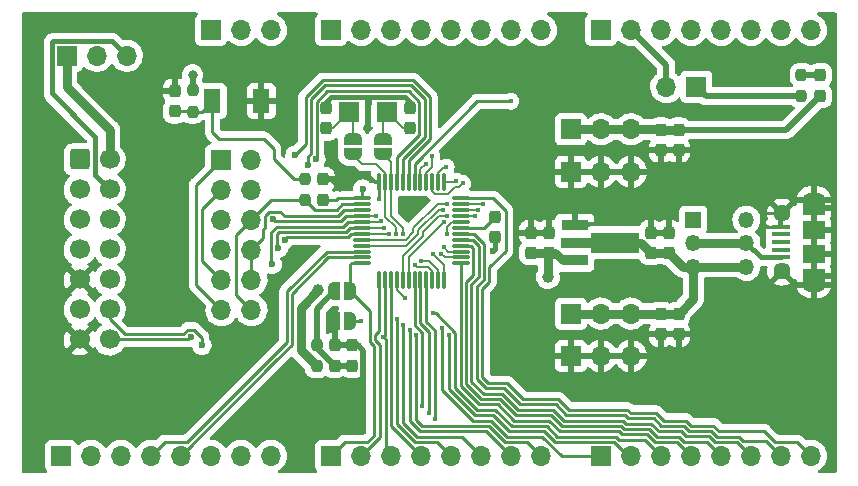
<source format=gtl>
G04 #@! TF.GenerationSoftware,KiCad,Pcbnew,(6.0.7)*
G04 #@! TF.CreationDate,2022-09-17T20:40:59+02:00*
G04 #@! TF.ProjectId,FR2476,46523234-3736-42e6-9b69-6361645f7063,rev?*
G04 #@! TF.SameCoordinates,Original*
G04 #@! TF.FileFunction,Copper,L1,Top*
G04 #@! TF.FilePolarity,Positive*
%FSLAX46Y46*%
G04 Gerber Fmt 4.6, Leading zero omitted, Abs format (unit mm)*
G04 Created by KiCad (PCBNEW (6.0.7)) date 2022-09-17 20:40:59*
%MOMM*%
%LPD*%
G01*
G04 APERTURE LIST*
G04 Aperture macros list*
%AMRoundRect*
0 Rectangle with rounded corners*
0 $1 Rounding radius*
0 $2 $3 $4 $5 $6 $7 $8 $9 X,Y pos of 4 corners*
0 Add a 4 corners polygon primitive as box body*
4,1,4,$2,$3,$4,$5,$6,$7,$8,$9,$2,$3,0*
0 Add four circle primitives for the rounded corners*
1,1,$1+$1,$2,$3*
1,1,$1+$1,$4,$5*
1,1,$1+$1,$6,$7*
1,1,$1+$1,$8,$9*
0 Add four rect primitives between the rounded corners*
20,1,$1+$1,$2,$3,$4,$5,0*
20,1,$1+$1,$4,$5,$6,$7,0*
20,1,$1+$1,$6,$7,$8,$9,0*
20,1,$1+$1,$8,$9,$2,$3,0*%
%AMFreePoly0*
4,1,9,5.362500,-0.866500,1.237500,-0.866500,1.237500,-0.450000,-1.237500,-0.450000,-1.237500,0.450000,1.237500,0.450000,1.237500,0.866500,5.362500,0.866500,5.362500,-0.866500,5.362500,-0.866500,$1*%
%AMFreePoly1*
4,1,22,0.500000,-0.750000,0.000000,-0.750000,0.000000,-0.745033,-0.079941,-0.743568,-0.215256,-0.701293,-0.333266,-0.622738,-0.424486,-0.514219,-0.481581,-0.384460,-0.499164,-0.250000,-0.500000,-0.250000,-0.500000,0.250000,-0.499164,0.250000,-0.499963,0.256109,-0.478152,0.396186,-0.417904,0.524511,-0.324060,0.630769,-0.204165,0.706417,-0.067858,0.745374,0.000000,0.744959,0.000000,0.750000,
0.500000,0.750000,0.500000,-0.750000,0.500000,-0.750000,$1*%
%AMFreePoly2*
4,1,20,0.000000,0.744959,0.073905,0.744508,0.209726,0.703889,0.328688,0.626782,0.421226,0.519385,0.479903,0.390333,0.500000,0.250000,0.500000,-0.250000,0.499851,-0.262216,0.476331,-0.402017,0.414519,-0.529596,0.319384,-0.634700,0.198574,-0.708877,0.061801,-0.746166,0.000000,-0.745033,0.000000,-0.750000,-0.500000,-0.750000,-0.500000,0.750000,0.000000,0.750000,0.000000,0.744959,
0.000000,0.744959,$1*%
G04 Aperture macros list end*
G04 #@! TA.AperFunction,ComponentPad*
%ADD10RoundRect,0.250000X-0.600000X-0.600000X0.600000X-0.600000X0.600000X0.600000X-0.600000X0.600000X0*%
G04 #@! TD*
G04 #@! TA.AperFunction,ComponentPad*
%ADD11C,1.700000*%
G04 #@! TD*
G04 #@! TA.AperFunction,SMDPad,CuDef*
%ADD12RoundRect,0.237500X0.237500X-0.300000X0.237500X0.300000X-0.237500X0.300000X-0.237500X-0.300000X0*%
G04 #@! TD*
G04 #@! TA.AperFunction,ComponentPad*
%ADD13R,1.700000X1.700000*%
G04 #@! TD*
G04 #@! TA.AperFunction,ComponentPad*
%ADD14O,1.700000X1.700000*%
G04 #@! TD*
G04 #@! TA.AperFunction,SMDPad,CuDef*
%ADD15R,1.750000X1.800000*%
G04 #@! TD*
G04 #@! TA.AperFunction,SMDPad,CuDef*
%ADD16RoundRect,0.237500X0.237500X-0.250000X0.237500X0.250000X-0.237500X0.250000X-0.237500X-0.250000X0*%
G04 #@! TD*
G04 #@! TA.AperFunction,SMDPad,CuDef*
%ADD17R,2.300000X0.900000*%
G04 #@! TD*
G04 #@! TA.AperFunction,SMDPad,CuDef*
%ADD18FreePoly0,0.000000*%
G04 #@! TD*
G04 #@! TA.AperFunction,SMDPad,CuDef*
%ADD19RoundRect,0.237500X-0.237500X0.287500X-0.237500X-0.287500X0.237500X-0.287500X0.237500X0.287500X0*%
G04 #@! TD*
G04 #@! TA.AperFunction,SMDPad,CuDef*
%ADD20RoundRect,0.237500X-0.237500X0.250000X-0.237500X-0.250000X0.237500X-0.250000X0.237500X0.250000X0*%
G04 #@! TD*
G04 #@! TA.AperFunction,SMDPad,CuDef*
%ADD21RoundRect,0.237500X-0.237500X0.300000X-0.237500X-0.300000X0.237500X-0.300000X0.237500X0.300000X0*%
G04 #@! TD*
G04 #@! TA.AperFunction,SMDPad,CuDef*
%ADD22R,1.550000X0.400000*%
G04 #@! TD*
G04 #@! TA.AperFunction,SMDPad,CuDef*
%ADD23R,1.900000X1.200000*%
G04 #@! TD*
G04 #@! TA.AperFunction,ComponentPad*
%ADD24C,1.450000*%
G04 #@! TD*
G04 #@! TA.AperFunction,ComponentPad*
%ADD25O,1.900000X1.200000*%
G04 #@! TD*
G04 #@! TA.AperFunction,SMDPad,CuDef*
%ADD26R,1.900000X1.500000*%
G04 #@! TD*
G04 #@! TA.AperFunction,ComponentPad*
%ADD27R,1.350000X1.350000*%
G04 #@! TD*
G04 #@! TA.AperFunction,ComponentPad*
%ADD28O,1.350000X1.350000*%
G04 #@! TD*
G04 #@! TA.AperFunction,SMDPad,CuDef*
%ADD29RoundRect,0.075000X-0.662500X-0.075000X0.662500X-0.075000X0.662500X0.075000X-0.662500X0.075000X0*%
G04 #@! TD*
G04 #@! TA.AperFunction,SMDPad,CuDef*
%ADD30RoundRect,0.075000X-0.075000X-0.662500X0.075000X-0.662500X0.075000X0.662500X-0.075000X0.662500X0*%
G04 #@! TD*
G04 #@! TA.AperFunction,SMDPad,CuDef*
%ADD31R,1.400000X2.000000*%
G04 #@! TD*
G04 #@! TA.AperFunction,SMDPad,CuDef*
%ADD32FreePoly1,270.000000*%
G04 #@! TD*
G04 #@! TA.AperFunction,SMDPad,CuDef*
%ADD33FreePoly2,270.000000*%
G04 #@! TD*
G04 #@! TA.AperFunction,SMDPad,CuDef*
%ADD34FreePoly1,0.000000*%
G04 #@! TD*
G04 #@! TA.AperFunction,SMDPad,CuDef*
%ADD35FreePoly2,0.000000*%
G04 #@! TD*
G04 #@! TA.AperFunction,ViaPad*
%ADD36C,0.800000*%
G04 #@! TD*
G04 #@! TA.AperFunction,ViaPad*
%ADD37C,0.400000*%
G04 #@! TD*
G04 #@! TA.AperFunction,ViaPad*
%ADD38C,0.600000*%
G04 #@! TD*
G04 #@! TA.AperFunction,ViaPad*
%ADD39C,1.000000*%
G04 #@! TD*
G04 #@! TA.AperFunction,Conductor*
%ADD40C,0.387000*%
G04 #@! TD*
G04 #@! TA.AperFunction,Conductor*
%ADD41C,0.254000*%
G04 #@! TD*
G04 #@! TA.AperFunction,Conductor*
%ADD42C,0.381000*%
G04 #@! TD*
G04 #@! TA.AperFunction,Conductor*
%ADD43C,0.508000*%
G04 #@! TD*
G04 #@! TA.AperFunction,Conductor*
%ADD44C,0.750000*%
G04 #@! TD*
G04 #@! TA.AperFunction,Conductor*
%ADD45C,0.200000*%
G04 #@! TD*
G04 APERTURE END LIST*
D10*
X113400000Y-95950000D03*
D11*
X115940000Y-95950000D03*
X113400000Y-98490000D03*
X115940000Y-98490000D03*
X113400000Y-101030000D03*
X115940000Y-101030000D03*
X113400000Y-103570000D03*
X115940000Y-103570000D03*
X113400000Y-106110000D03*
X115940000Y-106110000D03*
X113400000Y-108650000D03*
X115940000Y-108650000D03*
X113400000Y-111190000D03*
X115940000Y-111190000D03*
D12*
X134000000Y-99362500D03*
X134000000Y-97637500D03*
X134975000Y-113412500D03*
X134975000Y-111687500D03*
D13*
X134670000Y-121053000D03*
D14*
X137210000Y-121053000D03*
X139750000Y-121053000D03*
X142290000Y-121053000D03*
X144830000Y-121053000D03*
X147370000Y-121053000D03*
X149910000Y-121053000D03*
X152450000Y-121053000D03*
D13*
X134670000Y-84985000D03*
D14*
X137210000Y-84985000D03*
X139750000Y-84985000D03*
X142290000Y-84985000D03*
X144830000Y-84985000D03*
X147370000Y-84985000D03*
X149910000Y-84985000D03*
X152450000Y-84985000D03*
D13*
X157530000Y-84985000D03*
D14*
X160070000Y-84985000D03*
X162610000Y-84985000D03*
X165150000Y-84985000D03*
X167690000Y-84985000D03*
X170230000Y-84985000D03*
X172770000Y-84985000D03*
X175310000Y-84985000D03*
D13*
X111810000Y-121053000D03*
D14*
X114350000Y-121053000D03*
X116890000Y-121053000D03*
X119430000Y-121053000D03*
X121970000Y-121053000D03*
X124510000Y-121053000D03*
X127050000Y-121053000D03*
X129590000Y-121053000D03*
D15*
X136175000Y-91950000D03*
X139425000Y-91950000D03*
D12*
X163250000Y-103862500D03*
X163250000Y-102137500D03*
X161750000Y-103862500D03*
X161750000Y-102137500D03*
X151600000Y-103862500D03*
X151600000Y-102137500D03*
X153100000Y-103862500D03*
X153100000Y-102137500D03*
D16*
X133455000Y-113477500D03*
X133455000Y-111652500D03*
D17*
X155312500Y-101500000D03*
D18*
X155400000Y-103000000D03*
D17*
X155312500Y-104500000D03*
D19*
X176100000Y-88825000D03*
X176100000Y-90575000D03*
D13*
X165600000Y-89800000D03*
D14*
X163060000Y-89800000D03*
D20*
X174500000Y-88787500D03*
X174500000Y-90612500D03*
D13*
X157530000Y-121053000D03*
D14*
X160070000Y-121053000D03*
X162610000Y-121053000D03*
X165150000Y-121053000D03*
X167690000Y-121053000D03*
X170230000Y-121053000D03*
X172770000Y-121053000D03*
X175310000Y-121053000D03*
D13*
X155000000Y-93400000D03*
D14*
X157540000Y-93400000D03*
X160080000Y-93400000D03*
D13*
X155000000Y-97000000D03*
D14*
X157540000Y-97000000D03*
X160080000Y-97000000D03*
D13*
X155000000Y-112600000D03*
D14*
X157540000Y-112600000D03*
X160080000Y-112600000D03*
D21*
X164100000Y-109037500D03*
X164100000Y-110762500D03*
X164100000Y-93437500D03*
X164100000Y-95162500D03*
X162600000Y-93437500D03*
X162600000Y-95162500D03*
D13*
X155000000Y-109000000D03*
D14*
X157540000Y-109000000D03*
X160080000Y-109000000D03*
D22*
X172760000Y-104250000D03*
X172760000Y-103600000D03*
X172760000Y-102950000D03*
X172760000Y-102300000D03*
X172760000Y-101650000D03*
D23*
X175547500Y-105850000D03*
D24*
X172847500Y-100500000D03*
D25*
X175547500Y-99350000D03*
X175547500Y-106550000D03*
D26*
X175547500Y-101950000D03*
X175547500Y-103950000D03*
D23*
X175547500Y-100050000D03*
D24*
X172847500Y-105400000D03*
D12*
X136475000Y-113412500D03*
X136475000Y-111687500D03*
D13*
X112300000Y-87180000D03*
D14*
X114840000Y-87180000D03*
X117380000Y-87180000D03*
D12*
X121450000Y-91862500D03*
X121450000Y-90137500D03*
D20*
X122950000Y-90087500D03*
X122950000Y-91912500D03*
D27*
X165350000Y-101050000D03*
D28*
X165350000Y-103050000D03*
X165350000Y-105050000D03*
X169850000Y-101050000D03*
X169850000Y-103050000D03*
X169850000Y-105050000D03*
D21*
X162600000Y-109037500D03*
X162600000Y-110762500D03*
D12*
X141350000Y-93312500D03*
X141350000Y-91587500D03*
X134250000Y-93312500D03*
X134250000Y-91587500D03*
D13*
X125400000Y-96000000D03*
D14*
X127940000Y-96000000D03*
X125400000Y-98540000D03*
X127940000Y-98540000D03*
X125400000Y-101080000D03*
X127940000Y-101080000D03*
X125400000Y-103620000D03*
X127940000Y-103620000D03*
X125400000Y-106160000D03*
X127940000Y-106160000D03*
X125400000Y-108700000D03*
X127940000Y-108700000D03*
D29*
X137337500Y-99250000D03*
X137337500Y-99750000D03*
X137337500Y-100250000D03*
X137337500Y-100750000D03*
X137337500Y-101250000D03*
X137337500Y-101750000D03*
X137337500Y-102250000D03*
X137337500Y-102750000D03*
X137337500Y-103250000D03*
X137337500Y-103750000D03*
X137337500Y-104250000D03*
X137337500Y-104750000D03*
D30*
X138750000Y-106162500D03*
X139250000Y-106162500D03*
X139750000Y-106162500D03*
X140250000Y-106162500D03*
X140750000Y-106162500D03*
X141250000Y-106162500D03*
X141750000Y-106162500D03*
X142250000Y-106162500D03*
X142750000Y-106162500D03*
X143250000Y-106162500D03*
X143750000Y-106162500D03*
X144250000Y-106162500D03*
D29*
X145662500Y-104750000D03*
X145662500Y-104250000D03*
X145662500Y-103750000D03*
X145662500Y-103250000D03*
X145662500Y-102750000D03*
X145662500Y-102250000D03*
X145662500Y-101750000D03*
X145662500Y-101250000D03*
X145662500Y-100750000D03*
X145662500Y-100250000D03*
X145662500Y-99750000D03*
X145662500Y-99250000D03*
D30*
X144250000Y-97837500D03*
X143750000Y-97837500D03*
X143250000Y-97837500D03*
X142750000Y-97837500D03*
X142250000Y-97837500D03*
X141750000Y-97837500D03*
X141250000Y-97837500D03*
X140750000Y-97837500D03*
X140250000Y-97837500D03*
X139750000Y-97837500D03*
X139250000Y-97837500D03*
X138750000Y-97837500D03*
D13*
X124510000Y-84985000D03*
D14*
X127050000Y-84985000D03*
X129590000Y-84985000D03*
D31*
X124635000Y-91000000D03*
X128785000Y-91000000D03*
D32*
X136500000Y-94200000D03*
D33*
X136500000Y-95500000D03*
D34*
X134950000Y-107100000D03*
D35*
X136250000Y-107100000D03*
D34*
X134950000Y-109600000D03*
D35*
X136250000Y-109600000D03*
D32*
X139050000Y-94200000D03*
D33*
X139050000Y-95500000D03*
D16*
X132500000Y-99412500D03*
X132500000Y-97587500D03*
D21*
X148600000Y-100787500D03*
X148600000Y-102512500D03*
D36*
X120954000Y-94303000D03*
X136800000Y-115300000D03*
D37*
X138740000Y-99340000D03*
D38*
X120319000Y-98621000D03*
D36*
X131650000Y-88550000D03*
D38*
X137850000Y-91150000D03*
D36*
X135400000Y-98300000D03*
X122859000Y-108654000D03*
X123140000Y-114970000D03*
D37*
X140680000Y-99440000D03*
D38*
X148400000Y-103700000D03*
D36*
X122950000Y-88800000D03*
D39*
X133600000Y-107000000D03*
D38*
X137350000Y-98450000D03*
D39*
X153050000Y-105900000D03*
D37*
X149904142Y-91025000D03*
X144200000Y-101225000D03*
X144500000Y-100700000D03*
X144150000Y-100200000D03*
X144500000Y-99700000D03*
X147530000Y-99750000D03*
X147130000Y-100230000D03*
X146860000Y-100770000D03*
X144515406Y-102270505D03*
X145811144Y-97977154D03*
X145240812Y-97790812D03*
X144021315Y-103971811D03*
X143319335Y-103976939D03*
X144430279Y-96588536D03*
X144219345Y-103396950D03*
X142290000Y-104530000D03*
X140900000Y-107650000D03*
X143325000Y-108975000D03*
X144050000Y-110250000D03*
X140750000Y-102250000D03*
X144650000Y-110850001D03*
X140150000Y-102250000D03*
D38*
X130750000Y-102750000D03*
D37*
X141858000Y-110850000D03*
X139550000Y-102250000D03*
X138525000Y-100725000D03*
D38*
X129750000Y-101000000D03*
D37*
X140277000Y-109450000D03*
X137200000Y-109600000D03*
X139115392Y-111007608D03*
X143500000Y-117950000D03*
X142950000Y-117400000D03*
X142400000Y-116850000D03*
D38*
X131622000Y-95573000D03*
D37*
X142700000Y-96300000D03*
X143204005Y-95654002D03*
X141775000Y-104850000D03*
D38*
X122813934Y-110985066D03*
X133400000Y-95954000D03*
X123748000Y-111702000D03*
X132765000Y-96462000D03*
D37*
X141331000Y-110400000D03*
D38*
X130225000Y-103447000D03*
D37*
X139175000Y-101750000D03*
X138900000Y-101200000D03*
X140804000Y-109950000D03*
D38*
X129717000Y-104844000D03*
D40*
X148600000Y-102512500D02*
X148600000Y-103500000D01*
D41*
X138750000Y-97837500D02*
X138750000Y-99330000D01*
X138750000Y-97837500D02*
X138412500Y-97837500D01*
D42*
X137850000Y-91150000D02*
X137850000Y-90668998D01*
D43*
X134000000Y-97637500D02*
X134737500Y-97637500D01*
D42*
X134250000Y-91587500D02*
X134250000Y-91050000D01*
D43*
X137404010Y-112141510D02*
X137404010Y-114695990D01*
D41*
X134200000Y-97837500D02*
X134000000Y-97637500D01*
X137775000Y-97200000D02*
X136500000Y-97200000D01*
X138412500Y-97837500D02*
X137775000Y-97200000D01*
D42*
X137850000Y-90668998D02*
X137840501Y-90659499D01*
D43*
X134975000Y-111687500D02*
X134975000Y-109625000D01*
D41*
X171272000Y-100500000D02*
X171272000Y-101568000D01*
D43*
X136475000Y-111687500D02*
X136950000Y-111687500D01*
D41*
X136077001Y-97622999D02*
X135400000Y-98300000D01*
D42*
X134250000Y-91050000D02*
X134640501Y-90659499D01*
D43*
X136950000Y-111687500D02*
X137404010Y-112141510D01*
D41*
X171354000Y-101650000D02*
X172760000Y-101650000D01*
D43*
X134975000Y-111687500D02*
X136475000Y-111687500D01*
D41*
X171272000Y-101568000D02*
X171354000Y-101650000D01*
D42*
X137840501Y-90659499D02*
X140959499Y-90659499D01*
D43*
X134737500Y-97637500D02*
X135400000Y-98300000D01*
D41*
X172847500Y-100500000D02*
X171272000Y-100500000D01*
D42*
X134640501Y-90659499D02*
X137840501Y-90659499D01*
X140959499Y-90659499D02*
X141350000Y-91050000D01*
D43*
X137404010Y-114695990D02*
X136800000Y-115300000D01*
D41*
X138750000Y-99330000D02*
X138740000Y-99340000D01*
X136500000Y-97200000D02*
X136077001Y-97622999D01*
D40*
X148600000Y-103500000D02*
X148400000Y-103700000D01*
D43*
X134975000Y-109625000D02*
X134950000Y-109600000D01*
D42*
X141350000Y-91050000D02*
X141350000Y-91587500D01*
D41*
X137337500Y-99750000D02*
X135633789Y-99750000D01*
X129607500Y-99412500D02*
X127940000Y-101080000D01*
X135156779Y-100227010D02*
X133314510Y-100227010D01*
X127940000Y-108700000D02*
X126669000Y-107429000D01*
X135633789Y-99750000D02*
X135156779Y-100227010D01*
X132500000Y-99412500D02*
X129607500Y-99412500D01*
X133314510Y-100227010D02*
X132500000Y-99412500D01*
X126669000Y-107429000D02*
X126669000Y-102351000D01*
X126669000Y-102351000D02*
X127940000Y-101080000D01*
X129122999Y-101706972D02*
X129122999Y-100699039D01*
X135298845Y-100727010D02*
X135775855Y-100250000D01*
X128918989Y-101910982D02*
X129122999Y-101706972D01*
X130395989Y-100372999D02*
X130750000Y-100727010D01*
X130750000Y-100727010D02*
X135298845Y-100727010D01*
X127940000Y-103620000D02*
X127940000Y-106160000D01*
X129122999Y-100699039D02*
X129449039Y-100372999D01*
X128918989Y-102641011D02*
X127940000Y-103620000D01*
X128918989Y-101910982D02*
X128918989Y-102641011D01*
X129449039Y-100372999D02*
X130395989Y-100372999D01*
X135775855Y-100250000D02*
X137337500Y-100250000D01*
D44*
X154275000Y-104500000D02*
X155312500Y-104500000D01*
X160080000Y-93400000D02*
X162562500Y-93400000D01*
D41*
X134000000Y-99362500D02*
X135137500Y-99362500D01*
D44*
X133600000Y-107000000D02*
X132100000Y-108500000D01*
X153637500Y-103862500D02*
X154275000Y-104500000D01*
X155000000Y-93400000D02*
X157540000Y-93400000D01*
X153050000Y-105900000D02*
X153050000Y-103912500D01*
X153050000Y-103912500D02*
X153100000Y-103862500D01*
D43*
X122950000Y-90087500D02*
X122950000Y-88800000D01*
X164100000Y-93437500D02*
X173237500Y-93437500D01*
D44*
X157540000Y-93400000D02*
X160080000Y-93400000D01*
X162562500Y-93400000D02*
X162600000Y-93437500D01*
D41*
X137337500Y-98462500D02*
X137350000Y-98450000D01*
D43*
X173237500Y-93437500D02*
X173537500Y-93137500D01*
X176100000Y-90575000D02*
X173537500Y-93137500D01*
X173537500Y-93137500D02*
X173275000Y-93400000D01*
D41*
X135137500Y-99362500D02*
X135250000Y-99250000D01*
D44*
X132100000Y-112122500D02*
X133455000Y-113477500D01*
X162600000Y-93437500D02*
X164100000Y-93437500D01*
X153100000Y-103862500D02*
X153637500Y-103862500D01*
D41*
X137337500Y-99250000D02*
X137337500Y-98462500D01*
D44*
X132100000Y-108500000D02*
X132100000Y-112122500D01*
X153100000Y-103862500D02*
X151600000Y-103862500D01*
D41*
X137337500Y-99250000D02*
X135250000Y-99250000D01*
X141750000Y-97837500D02*
X141750000Y-96328045D01*
X147053045Y-91025000D02*
X149904142Y-91025000D01*
X141750000Y-96328045D02*
X147053045Y-91025000D01*
D45*
X141250000Y-106162500D02*
X141250000Y-104187098D01*
X141250000Y-104187098D02*
X144200000Y-101237098D01*
X144200000Y-101237098D02*
X144200000Y-101225000D01*
X140750000Y-106162500D02*
X140750000Y-104121400D01*
X144475001Y-100724999D02*
X144500000Y-100700000D01*
X142449980Y-102100020D02*
X143825001Y-100724999D01*
X142449980Y-102421420D02*
X142449980Y-102100020D01*
X143825001Y-100724999D02*
X144475001Y-100724999D01*
X140750000Y-104121400D02*
X142449980Y-102421420D01*
X143784302Y-100200000D02*
X142049970Y-101934332D01*
X142049970Y-102255731D02*
X141055701Y-103250000D01*
X142049970Y-101934332D02*
X142049970Y-102255731D01*
X141055701Y-103250000D02*
X140210000Y-103250000D01*
X144150000Y-100200000D02*
X143784302Y-100200000D01*
X140210000Y-103250000D02*
X137337500Y-103250000D01*
X141649960Y-101768644D02*
X141649960Y-102090042D01*
X143718604Y-99700000D02*
X141649960Y-101768644D01*
X141649960Y-102090042D02*
X140990002Y-102750000D01*
X140180000Y-102750000D02*
X137337500Y-102750000D01*
X140990002Y-102750000D02*
X140180000Y-102750000D01*
X144500000Y-99700000D02*
X143718604Y-99700000D01*
X145990001Y-99729999D02*
X147509999Y-99729999D01*
X145970000Y-99750000D02*
X145990001Y-99729999D01*
X145662500Y-99750000D02*
X145970000Y-99750000D01*
X147509999Y-99729999D02*
X147530000Y-99750000D01*
X145662500Y-100250000D02*
X147110000Y-100250000D01*
D43*
X163060000Y-89800000D02*
X163060000Y-87975000D01*
X163060000Y-87975000D02*
X160070000Y-84985000D01*
D45*
X147110000Y-100250000D02*
X147130000Y-100230000D01*
X145662500Y-100750000D02*
X146840000Y-100750000D01*
X146840000Y-100750000D02*
X146860000Y-100770000D01*
X145662500Y-101250000D02*
X144894654Y-101250000D01*
X144500000Y-101644654D02*
X144500000Y-102325000D01*
X144894654Y-101250000D02*
X144500000Y-101644654D01*
X145811144Y-97977154D02*
X145497485Y-98290813D01*
X144599990Y-98875010D02*
X143519664Y-98875010D01*
X143250000Y-98605346D02*
X143250000Y-97837500D01*
X143519664Y-98875010D02*
X143250000Y-98605346D01*
X145497485Y-98290813D02*
X145184187Y-98290813D01*
X145184187Y-98290813D02*
X144599990Y-98875010D01*
X144250000Y-97837500D02*
X145194124Y-97837500D01*
X145194124Y-97837500D02*
X145240812Y-97790812D01*
X145662500Y-104250000D02*
X144299504Y-104250000D01*
X144299504Y-104250000D02*
X144021315Y-103971811D01*
X144250000Y-104907604D02*
X143319335Y-103976939D01*
X144250000Y-106162500D02*
X144250000Y-104907604D01*
X143750000Y-97069654D02*
X144231118Y-96588536D01*
X144231118Y-96588536D02*
X144430279Y-96588536D01*
X143750000Y-97837500D02*
X143750000Y-97069654D01*
X144572395Y-103750000D02*
X144219345Y-103396950D01*
X145662500Y-103750000D02*
X144572395Y-103750000D01*
X142951045Y-104530000D02*
X143750000Y-105328955D01*
X142290000Y-104530000D02*
X142951045Y-104530000D01*
X143750000Y-105328955D02*
X143750000Y-106162500D01*
D41*
X150904250Y-116243919D02*
X149542224Y-114881889D01*
X147998955Y-114881889D02*
X147470050Y-114352984D01*
X167528088Y-118964890D02*
X167044137Y-118480937D01*
X153875410Y-116241980D02*
X150983020Y-116241980D01*
X164725224Y-118059959D02*
X162827292Y-118059959D01*
X162827292Y-118059959D02*
X162185229Y-117417894D01*
X150981081Y-116243919D02*
X150904250Y-116243919D01*
X174132999Y-119875999D02*
X172235065Y-119875999D01*
X159769943Y-117151939D02*
X154785367Y-117151939D01*
X154785367Y-117151939D02*
X153875410Y-116241980D01*
X175310000Y-121053000D02*
X174132999Y-119875999D01*
X172235065Y-119875999D02*
X171323957Y-118964890D01*
X150983020Y-116241980D02*
X150981081Y-116243919D01*
X162185229Y-117417894D02*
X160035897Y-117417894D01*
X147470050Y-114352984D02*
X147470050Y-106914169D01*
X148089040Y-105086922D02*
X149465500Y-103710462D01*
X171323957Y-118964890D02*
X167528088Y-118964890D01*
X148089040Y-106295179D02*
X148089040Y-105086922D01*
X149542224Y-114881889D02*
X147998955Y-114881889D01*
X165146201Y-118480937D02*
X164725224Y-118059959D01*
X147470050Y-106914169D02*
X148089040Y-106295179D01*
X145689501Y-99222999D02*
X145662500Y-99250000D01*
X149465500Y-103710462D02*
X149465500Y-100317160D01*
X167044137Y-118480937D02*
X165146201Y-118480937D01*
X160035897Y-117417894D02*
X159769943Y-117151939D01*
X148371339Y-99222999D02*
X145689501Y-99222999D01*
X149465500Y-100317160D02*
X148371339Y-99222999D01*
X147635030Y-106107124D02*
X147635030Y-103086388D01*
X151179010Y-116695990D02*
X151177071Y-116697929D01*
X171494967Y-119777967D02*
X169597033Y-119777967D01*
X164537167Y-118513969D02*
X162639236Y-118513969D01*
X154597311Y-117605949D02*
X153687353Y-116695990D01*
X161997172Y-117871904D02*
X159847840Y-117871904D01*
X147635030Y-103086388D02*
X146798642Y-102250000D01*
X149354167Y-115335899D02*
X147810899Y-115335899D01*
X147810899Y-115335899D02*
X147016040Y-114541040D01*
X159847839Y-117871902D02*
X159581886Y-117605949D01*
X164958145Y-118934947D02*
X164537167Y-118513969D01*
X150716193Y-116697929D02*
X149354167Y-115335899D01*
X147016040Y-106726112D02*
X147635030Y-106107124D01*
X166856081Y-118934947D02*
X164958145Y-118934947D01*
X172770000Y-121053000D02*
X171494967Y-119777967D01*
X151177071Y-116697929D02*
X150716193Y-116697929D01*
X167343121Y-119421989D02*
X166856081Y-118934947D01*
X162639236Y-118513969D02*
X161997172Y-117871904D01*
X169241056Y-119421989D02*
X167343121Y-119421989D01*
X169597033Y-119777967D02*
X169241056Y-119421989D01*
X159581886Y-117605949D02*
X154597311Y-117605949D01*
X146798642Y-102250000D02*
X145662500Y-102250000D01*
X153687353Y-116695990D02*
X151179010Y-116695990D01*
X147016040Y-114541040D02*
X147016040Y-106726112D01*
X159847840Y-117871904D02*
X159847839Y-117871902D01*
X159659782Y-118325912D02*
X159393829Y-118059959D01*
X147599041Y-115789909D02*
X146562030Y-114752898D01*
X164349113Y-118967979D02*
X162451178Y-118967979D01*
X150528137Y-117151939D02*
X149166110Y-115789909D01*
X164770089Y-119388957D02*
X164349113Y-118967979D01*
X147181020Y-103274445D02*
X146656575Y-102750000D01*
X167155065Y-119875999D02*
X166668024Y-119388957D01*
X153499296Y-117150000D02*
X151400000Y-117150000D01*
X170230000Y-121053000D02*
X169052999Y-119875999D01*
X147181020Y-105919067D02*
X147181020Y-103274445D01*
X149166110Y-115789909D02*
X147599041Y-115789909D01*
X146562030Y-114752898D02*
X146562030Y-106538056D01*
X151398061Y-117151939D02*
X150528137Y-117151939D01*
X146562030Y-106538056D02*
X147181020Y-105919067D01*
X146656575Y-102750000D02*
X145662500Y-102750000D01*
X154409255Y-118059959D02*
X153499296Y-117150000D01*
X159393829Y-118059959D02*
X154409255Y-118059959D01*
X169052999Y-119875999D02*
X167155065Y-119875999D01*
X162451178Y-118967979D02*
X161809114Y-118325913D01*
X166668024Y-119388957D02*
X164770089Y-119388957D01*
X151400000Y-117150000D02*
X151398061Y-117151939D01*
X161809114Y-118325913D02*
X159659782Y-118325912D01*
X164582033Y-119842967D02*
X164161056Y-119421989D01*
X147410985Y-116243919D02*
X146108020Y-114940954D01*
X161621057Y-118779923D02*
X159471724Y-118779923D01*
X154221196Y-118513966D02*
X153313179Y-117605949D01*
X146727010Y-105731010D02*
X146727010Y-103462502D01*
X146514508Y-103250000D02*
X145662500Y-103250000D01*
X146108020Y-106350000D02*
X146727010Y-105731010D01*
X150340081Y-117605949D02*
X148978053Y-116243919D01*
X167690000Y-121053000D02*
X166479967Y-119842967D01*
X166479967Y-119842967D02*
X164582033Y-119842967D01*
X159471724Y-118779923D02*
X159205772Y-118513969D01*
X146727010Y-103462502D02*
X146514508Y-103250000D01*
X153313179Y-117605949D02*
X150340081Y-117605949D01*
X159205772Y-118513969D02*
X154221196Y-118513969D01*
X162263121Y-119421989D02*
X161621057Y-118779923D01*
X146108020Y-114940954D02*
X146108020Y-106350000D01*
X148978053Y-116243919D02*
X147410985Y-116243919D01*
X164161056Y-119421989D02*
X162263121Y-119421989D01*
X154221196Y-118513969D02*
X154221196Y-118513966D01*
X145654010Y-104758490D02*
X145662500Y-104750000D01*
X162075065Y-119875999D02*
X161433000Y-119233933D01*
X148789996Y-116697929D02*
X147222929Y-116697929D01*
X153125122Y-118059959D02*
X150152025Y-118059959D01*
X159017715Y-118967979D02*
X154033140Y-118967979D01*
X150152025Y-118059959D02*
X148789996Y-116697929D01*
X161433000Y-119233933D02*
X159283667Y-119233933D01*
X145654010Y-115129010D02*
X145654010Y-104758490D01*
X154033140Y-118967979D02*
X153125122Y-118059959D01*
X165150000Y-121053000D02*
X163972999Y-119875999D01*
X163972999Y-119875999D02*
X162075065Y-119875999D01*
X159283667Y-119233933D02*
X159017715Y-118967979D01*
X147222929Y-116697929D02*
X145654010Y-115129010D01*
D45*
X140250000Y-107000000D02*
X140900000Y-107650000D01*
D41*
X145200000Y-110620039D02*
X143554961Y-108975000D01*
X143554961Y-108975000D02*
X143325000Y-108975000D01*
X152937065Y-118513969D02*
X153845084Y-119421989D01*
D45*
X140250000Y-106162500D02*
X140250000Y-107000000D01*
D41*
X147034872Y-117151939D02*
X148601939Y-117151939D01*
X145200000Y-110620039D02*
X145200000Y-115317067D01*
X145200000Y-115317067D02*
X147034872Y-117151939D01*
X149963969Y-118513969D02*
X152937065Y-118513969D01*
X153845084Y-119421989D02*
X158829658Y-119421989D01*
X159095611Y-119687943D02*
X161244943Y-119687943D01*
X161244943Y-119687943D02*
X162610000Y-121053000D01*
X158829658Y-119421989D02*
X159095611Y-119687943D01*
X148601939Y-117151939D02*
X149963969Y-118513969D01*
X152560951Y-119421989D02*
X154191962Y-121053000D01*
X154191962Y-121053000D02*
X157530000Y-121053000D01*
D45*
X140750000Y-101744300D02*
X140750000Y-102250000D01*
X139750000Y-97837500D02*
X139750000Y-96200000D01*
X139750000Y-100744300D02*
X140750000Y-101744300D01*
D41*
X144050000Y-110250000D02*
X144050000Y-115451200D01*
D45*
X139750000Y-96200000D02*
X139050000Y-95500000D01*
D41*
X144050000Y-115451200D02*
X146658759Y-118059959D01*
X148209959Y-118059959D02*
X149571989Y-119421989D01*
D45*
X139750000Y-97837500D02*
X139750000Y-100744300D01*
D41*
X146658759Y-118059959D02*
X148209959Y-118059959D01*
X149571989Y-119421989D02*
X152560951Y-119421989D01*
D45*
X138480356Y-96300010D02*
X137300010Y-96300010D01*
D41*
X144650000Y-115409133D02*
X146846816Y-117605949D01*
X159818602Y-121053000D02*
X160070000Y-121053000D01*
X146846816Y-117605949D02*
X148398016Y-117605949D01*
D45*
X139250000Y-97069654D02*
X138480356Y-96300010D01*
D41*
X153657027Y-119875999D02*
X158641601Y-119875999D01*
X149760045Y-118967979D02*
X152749008Y-118967979D01*
D45*
X139250000Y-100809998D02*
X140150000Y-101709998D01*
X139250000Y-97837500D02*
X139250000Y-97069654D01*
X137300010Y-96300010D02*
X136500000Y-95500000D01*
D41*
X144650000Y-110850001D02*
X144650000Y-115409133D01*
X148398016Y-117605949D02*
X148663969Y-117871903D01*
D45*
X140150000Y-101709998D02*
X140150000Y-102250000D01*
D41*
X152749008Y-118967979D02*
X153657027Y-119875999D01*
X148663969Y-117871903D02*
X149760045Y-118967979D01*
D45*
X139250000Y-97837500D02*
X139250000Y-100809998D01*
D41*
X158641601Y-119875999D02*
X159818602Y-121053000D01*
X151272999Y-119875999D02*
X152450000Y-121053000D01*
X148013036Y-118513969D02*
X149375066Y-119875999D01*
X130956950Y-102543050D02*
X130750000Y-102750000D01*
X136106950Y-102543050D02*
X136400000Y-102250000D01*
D45*
X137337500Y-102250000D02*
X137400000Y-102250000D01*
D41*
X149375066Y-119875999D02*
X151272999Y-119875999D01*
X136106950Y-102543050D02*
X130956950Y-102543050D01*
X141858000Y-110892000D02*
X141850000Y-110900000D01*
X142363969Y-118513969D02*
X148013036Y-118513969D01*
X136400000Y-102250000D02*
X137337500Y-102250000D01*
X141858000Y-110850000D02*
X141858000Y-110892000D01*
D45*
X137400000Y-102250000D02*
X139550000Y-102250000D01*
D41*
X141850000Y-118000000D02*
X142363969Y-118513969D01*
X141850000Y-110900000D02*
X141850000Y-118000000D01*
X137337500Y-100750000D02*
X135917921Y-100750000D01*
X129931020Y-101181020D02*
X129750000Y-101000000D01*
X140277000Y-118353201D02*
X141799798Y-119875999D01*
X135486901Y-101181020D02*
X129931020Y-101181020D01*
D45*
X138500000Y-100750000D02*
X138525000Y-100725000D01*
D41*
X143652999Y-119875999D02*
X144830000Y-121053000D01*
X140277000Y-109450000D02*
X140277000Y-118353201D01*
X135917921Y-100750000D02*
X135486901Y-101181020D01*
X141799798Y-119875999D02*
X143652999Y-119875999D01*
D45*
X137337500Y-100750000D02*
X138500000Y-100750000D01*
D41*
X142290000Y-121053000D02*
X139750000Y-118513000D01*
X139750000Y-118513000D02*
X139750000Y-118100000D01*
X139750000Y-106162500D02*
X139750000Y-118100000D01*
X139250000Y-106162500D02*
X139250000Y-110873000D01*
X139295990Y-120598990D02*
X139750000Y-121053000D01*
X139250000Y-120553000D02*
X139750000Y-121053000D01*
X139115392Y-111007608D02*
X139115392Y-111015392D01*
X139295990Y-111195990D02*
X139295990Y-120598990D01*
X139250000Y-110873000D02*
X139115392Y-111007608D01*
X139115392Y-111015392D02*
X139295990Y-111195990D01*
X137200000Y-109600000D02*
X136250000Y-109600000D01*
X138841980Y-119421020D02*
X138750000Y-119513000D01*
X138841980Y-111662158D02*
X138841980Y-119421020D01*
X138750000Y-119513000D02*
X137210000Y-121053000D01*
X138400000Y-111220178D02*
X138841980Y-111662158D01*
X138750000Y-106162500D02*
X138750000Y-110450000D01*
X138400000Y-110800000D02*
X138400000Y-111220178D01*
X138750000Y-110450000D02*
X138400000Y-110800000D01*
X138295990Y-119324944D02*
X138295990Y-111758234D01*
X137337500Y-104750000D02*
X136350000Y-104750000D01*
X137945990Y-108795990D02*
X136250000Y-107100000D01*
X137945990Y-111408235D02*
X137945990Y-108795990D01*
X137744935Y-119875999D02*
X138295990Y-119324944D01*
X136350000Y-104750000D02*
X136250000Y-104850000D01*
X138295990Y-111758234D02*
X137945990Y-111408235D01*
X135847001Y-119875999D02*
X137744935Y-119875999D01*
X136250000Y-104850000D02*
X136250000Y-107100000D01*
X134670000Y-121053000D02*
X135847001Y-119875999D01*
X143500000Y-110427906D02*
X143500000Y-117950000D01*
X142750000Y-106162500D02*
X142750000Y-109677906D01*
X142750000Y-109677906D02*
X143500000Y-110427906D01*
X142950000Y-110519972D02*
X142250000Y-109819972D01*
X142250000Y-109819972D02*
X142250000Y-106162500D01*
X142950000Y-117400000D02*
X142950000Y-110519972D01*
X142400000Y-110612038D02*
X141750000Y-109962038D01*
X141750000Y-109962038D02*
X141750000Y-106162500D01*
X142400000Y-116850000D02*
X142400000Y-110612038D01*
X131397990Y-111625010D02*
X130050000Y-112973000D01*
X131397990Y-107310048D02*
X131397990Y-111625010D01*
X134458038Y-104250000D02*
X131397990Y-107310048D01*
X137337500Y-104250000D02*
X134458038Y-104250000D01*
X130050000Y-112973000D02*
X121970000Y-121053000D01*
X122504935Y-119875999D02*
X120607001Y-119875999D01*
X130943980Y-107121991D02*
X130943980Y-111436954D01*
X120607001Y-119875999D02*
X119430000Y-121053000D01*
X134315971Y-103750000D02*
X130943980Y-107121991D01*
X130943980Y-111436954D02*
X122504935Y-119875999D01*
X137337500Y-103750000D02*
X134315971Y-103750000D01*
X133983557Y-89233969D02*
X132539970Y-90677556D01*
X141272990Y-96009484D02*
X143060030Y-94222444D01*
X141250000Y-97837500D02*
X141262500Y-97837500D01*
X141262500Y-97837500D02*
X141272990Y-97827010D01*
X132539970Y-90677556D02*
X132539970Y-94655030D01*
X143060030Y-90677558D02*
X141616441Y-89233969D01*
X141616441Y-89233969D02*
X133983557Y-89233969D01*
X143060030Y-94222444D02*
X143060030Y-90677558D01*
X132539970Y-94655030D02*
X131622000Y-95573000D01*
X141272990Y-97827010D02*
X141272990Y-96009484D01*
D45*
X142250000Y-96750000D02*
X142700000Y-96300000D01*
X142250000Y-97837500D02*
X142250000Y-96750000D01*
X143200000Y-96619654D02*
X143200000Y-95658007D01*
X142750000Y-97837500D02*
X142750000Y-97069654D01*
X142750000Y-97069654D02*
X143200000Y-96619654D01*
X143200000Y-95658007D02*
X143204005Y-95654002D01*
X141955000Y-105030000D02*
X141775000Y-104850000D01*
X143250000Y-106162500D02*
X143250000Y-105394641D01*
X143250000Y-105394641D02*
X142885359Y-105030000D01*
X142885359Y-105030000D02*
X141955000Y-105030000D01*
D44*
X165350000Y-105050000D02*
X165350000Y-107787500D01*
X162600000Y-109037500D02*
X164100000Y-109037500D01*
X160080000Y-109000000D02*
X162562500Y-109000000D01*
X160887500Y-103000000D02*
X155400000Y-103000000D01*
X162562500Y-109000000D02*
X162600000Y-109037500D01*
X161750000Y-103862500D02*
X160887500Y-103000000D01*
X165350000Y-105050000D02*
X164437500Y-105050000D01*
X169850000Y-105050000D02*
X165350000Y-105050000D01*
X165350000Y-107787500D02*
X164100000Y-109037500D01*
X161750000Y-103862500D02*
X163250000Y-103862500D01*
X157540000Y-109000000D02*
X160080000Y-109000000D01*
X164437500Y-105050000D02*
X163250000Y-103862500D01*
X155000000Y-109000000D02*
X157540000Y-109000000D01*
D42*
X111156500Y-85939500D02*
X116146500Y-85939500D01*
X111048000Y-86048000D02*
X111156500Y-85939500D01*
X116146500Y-85939500D02*
X116146500Y-85946500D01*
X115940000Y-98490000D02*
X114699500Y-97249500D01*
X114699500Y-94017500D02*
X111048000Y-90366000D01*
X114699500Y-97249500D02*
X114699500Y-94017500D01*
X116146500Y-85946500D02*
X117380000Y-87180000D01*
X111048000Y-90366000D02*
X111048000Y-86048000D01*
D44*
X112300000Y-89840000D02*
X112300000Y-87180000D01*
X115940000Y-95950000D02*
X115940000Y-93480000D01*
X115940000Y-93480000D02*
X112300000Y-89840000D01*
D43*
X174537500Y-88825000D02*
X174500000Y-88787500D01*
X176100000Y-88825000D02*
X174537500Y-88825000D01*
X166412500Y-90612500D02*
X165600000Y-89800000D01*
X174500000Y-90612500D02*
X166412500Y-90612500D01*
D41*
X142152010Y-91053670D02*
X141240329Y-90141989D01*
X140250000Y-95748340D02*
X142152010Y-93846330D01*
X133447990Y-95906010D02*
X133400000Y-95954000D01*
X140250000Y-97837500D02*
X140250000Y-95748340D01*
X115940000Y-111190000D02*
X122609000Y-111190000D01*
X134359671Y-90141989D02*
X133447990Y-91053670D01*
X142152010Y-93846330D02*
X142152010Y-91053670D01*
X122609000Y-111190000D02*
X122813934Y-110985066D01*
X141240329Y-90141989D02*
X134359671Y-90141989D01*
X133447990Y-91053670D02*
X133447990Y-95906010D01*
X140750000Y-97837500D02*
X140750000Y-95890406D01*
X117194000Y-110736000D02*
X122174000Y-110736000D01*
X142606020Y-90865615D02*
X141428386Y-89687979D01*
X142606020Y-94034387D02*
X142606020Y-90865615D01*
X115940000Y-109482000D02*
X117194000Y-110736000D01*
X134171614Y-89687979D02*
X132993980Y-90865613D01*
X140750000Y-95890406D02*
X142606020Y-94034387D01*
X141428386Y-89687979D02*
X134171614Y-89687979D01*
X123073646Y-110358066D02*
X123748000Y-111032420D01*
X122174000Y-110736000D02*
X122551934Y-110358066D01*
X132765000Y-95700000D02*
X132765000Y-96462000D01*
X122551934Y-110358066D02*
X123073646Y-110358066D01*
X115940000Y-108650000D02*
X115940000Y-109482000D01*
X123748000Y-111032420D02*
X123748000Y-111702000D01*
X132993980Y-95471020D02*
X132765000Y-95700000D01*
X132993980Y-90865613D02*
X132993980Y-95471020D01*
X125400000Y-98540000D02*
X123759900Y-100180100D01*
X123759900Y-100180100D02*
X123759900Y-104519900D01*
X123759900Y-104519900D02*
X125400000Y-106160000D01*
X123270001Y-98129999D02*
X123270001Y-106570001D01*
X123270001Y-106570001D02*
X125400000Y-108700000D01*
X125400000Y-96000000D02*
X123270001Y-98129999D01*
D45*
X139050000Y-94200000D02*
X139050000Y-92325000D01*
X140787500Y-93312500D02*
X139425000Y-91950000D01*
X139050000Y-92325000D02*
X139425000Y-91950000D01*
X141350000Y-93312500D02*
X140787500Y-93312500D01*
X136500000Y-94200000D02*
X136500000Y-92275000D01*
X134250000Y-93312500D02*
X134812500Y-93312500D01*
X136500000Y-92275000D02*
X136175000Y-91950000D01*
X134812500Y-93312500D02*
X136175000Y-91950000D01*
D42*
X172760000Y-104250000D02*
X171050000Y-104250000D01*
X171050000Y-104250000D02*
X169850000Y-103050000D01*
D44*
X169850000Y-103050000D02*
X165350000Y-103050000D01*
D43*
X133455000Y-108595000D02*
X134950000Y-107100000D01*
X133455000Y-111652500D02*
X133455000Y-108595000D01*
X134975000Y-113412500D02*
X136475000Y-113412500D01*
X133455000Y-111652500D02*
X133455000Y-111892500D01*
X133455000Y-111892500D02*
X134975000Y-113412500D01*
D41*
X135918894Y-102089040D02*
X130310960Y-102089040D01*
X130098000Y-103320000D02*
X130225000Y-103447000D01*
X141331000Y-118123067D02*
X141331000Y-117031000D01*
X137337500Y-101750000D02*
X136257933Y-101750001D01*
X141331000Y-117031000D02*
X141331000Y-110400000D01*
X130310960Y-102089040D02*
X130310960Y-102091040D01*
X136257933Y-101750001D02*
X135918894Y-102089040D01*
D45*
X137337500Y-101750000D02*
X139175000Y-101750000D01*
D41*
X130098000Y-102304000D02*
X130098000Y-103320000D01*
X149910000Y-121053000D02*
X147824979Y-118967979D01*
X142175912Y-118967979D02*
X141331000Y-118123067D01*
X147824979Y-118967979D02*
X142175912Y-118967979D01*
X130310960Y-102091040D02*
X130098000Y-102304000D01*
D45*
X138850000Y-101250000D02*
X138900000Y-101200000D01*
D41*
X140804000Y-118238134D02*
X140804000Y-116954000D01*
X130064030Y-101635030D02*
X135730838Y-101635030D01*
D45*
X137337500Y-101250000D02*
X138850000Y-101250000D01*
D41*
X140804000Y-116954000D02*
X140804000Y-109950000D01*
X147370000Y-121053000D02*
X145738989Y-119421989D01*
X145738989Y-119421989D02*
X141987855Y-119421989D01*
X129598000Y-104725000D02*
X129598000Y-102101060D01*
X129717000Y-104844000D02*
X129598000Y-104725000D01*
X129598000Y-102101060D02*
X130064030Y-101635030D01*
X136115868Y-101250000D02*
X137337500Y-101250000D01*
X135730838Y-101635030D02*
X136115868Y-101250000D01*
X141987855Y-119421989D02*
X140804000Y-118238134D01*
X124635000Y-93644872D02*
X125200000Y-94209872D01*
X125200000Y-94209872D02*
X128959872Y-94209872D01*
X128959872Y-94209872D02*
X129825000Y-95075000D01*
X121450000Y-91862500D02*
X122900000Y-91862500D01*
X124635000Y-91000000D02*
X124635000Y-93644872D01*
X129825000Y-95875000D02*
X131537500Y-97587500D01*
X132500000Y-97587500D02*
X131537500Y-97587500D01*
X129825000Y-95075000D02*
X129825000Y-95875000D01*
X122950000Y-91912500D02*
X123722500Y-91912500D01*
X123722500Y-91912500D02*
X124635000Y-91000000D01*
X122900000Y-91862500D02*
X122950000Y-91912500D01*
X147660490Y-101727010D02*
X148600000Y-100787500D01*
X145850000Y-101750000D02*
X145872990Y-101727010D01*
X145662500Y-101750000D02*
X145850000Y-101750000D01*
X145872990Y-101727010D02*
X147660490Y-101727010D01*
G04 #@! TA.AperFunction,Conductor*
G36*
X123337881Y-83528502D02*
G01*
X123384374Y-83582158D01*
X123394478Y-83652432D01*
X123364984Y-83717012D01*
X123345326Y-83735325D01*
X123296739Y-83771739D01*
X123209385Y-83888295D01*
X123158255Y-84024684D01*
X123151500Y-84086866D01*
X123151500Y-85883134D01*
X123158255Y-85945316D01*
X123209385Y-86081705D01*
X123296739Y-86198261D01*
X123413295Y-86285615D01*
X123549684Y-86336745D01*
X123611866Y-86343500D01*
X125408134Y-86343500D01*
X125470316Y-86336745D01*
X125606705Y-86285615D01*
X125723261Y-86198261D01*
X125810615Y-86081705D01*
X125816835Y-86065112D01*
X125854598Y-85964382D01*
X125897240Y-85907618D01*
X125963802Y-85882918D01*
X126033150Y-85898126D01*
X126067817Y-85926114D01*
X126096250Y-85958938D01*
X126268126Y-86101632D01*
X126461000Y-86214338D01*
X126669692Y-86294030D01*
X126674760Y-86295061D01*
X126674763Y-86295062D01*
X126782017Y-86316883D01*
X126888597Y-86338567D01*
X126893772Y-86338757D01*
X126893774Y-86338757D01*
X127106673Y-86346564D01*
X127106677Y-86346564D01*
X127111837Y-86346753D01*
X127116957Y-86346097D01*
X127116959Y-86346097D01*
X127328288Y-86319025D01*
X127328289Y-86319025D01*
X127333416Y-86318368D01*
X127338366Y-86316883D01*
X127542429Y-86255661D01*
X127542434Y-86255659D01*
X127547384Y-86254174D01*
X127747994Y-86155896D01*
X127929860Y-86026173D01*
X127952325Y-86003787D01*
X128076120Y-85880423D01*
X128088096Y-85868489D01*
X128092533Y-85862315D01*
X128218453Y-85687077D01*
X128219776Y-85688028D01*
X128266645Y-85644857D01*
X128336580Y-85632625D01*
X128402026Y-85660144D01*
X128429875Y-85691994D01*
X128434852Y-85700115D01*
X128489987Y-85790088D01*
X128636250Y-85958938D01*
X128808126Y-86101632D01*
X129001000Y-86214338D01*
X129209692Y-86294030D01*
X129214760Y-86295061D01*
X129214763Y-86295062D01*
X129322017Y-86316883D01*
X129428597Y-86338567D01*
X129433772Y-86338757D01*
X129433774Y-86338757D01*
X129646673Y-86346564D01*
X129646677Y-86346564D01*
X129651837Y-86346753D01*
X129656957Y-86346097D01*
X129656959Y-86346097D01*
X129868288Y-86319025D01*
X129868289Y-86319025D01*
X129873416Y-86318368D01*
X129878366Y-86316883D01*
X130082429Y-86255661D01*
X130082434Y-86255659D01*
X130087384Y-86254174D01*
X130287994Y-86155896D01*
X130469860Y-86026173D01*
X130492325Y-86003787D01*
X130616120Y-85880423D01*
X130628096Y-85868489D01*
X130632533Y-85862315D01*
X130755435Y-85691277D01*
X130758453Y-85687077D01*
X130763304Y-85677263D01*
X130855136Y-85491453D01*
X130855137Y-85491451D01*
X130857430Y-85486811D01*
X130916245Y-85293230D01*
X130920865Y-85278023D01*
X130920865Y-85278021D01*
X130922370Y-85273069D01*
X130951529Y-85051590D01*
X130953156Y-84985000D01*
X130934852Y-84762361D01*
X130880431Y-84545702D01*
X130791354Y-84340840D01*
X130670014Y-84153277D01*
X130519670Y-83988051D01*
X130515619Y-83984852D01*
X130515615Y-83984848D01*
X130348414Y-83852800D01*
X130348410Y-83852798D01*
X130344359Y-83849598D01*
X130307260Y-83829118D01*
X130154533Y-83744809D01*
X130104562Y-83694376D01*
X130089790Y-83624933D01*
X130114906Y-83558528D01*
X130171937Y-83516243D01*
X130215426Y-83508500D01*
X133429760Y-83508500D01*
X133497881Y-83528502D01*
X133544374Y-83582158D01*
X133554478Y-83652432D01*
X133524984Y-83717012D01*
X133505326Y-83735325D01*
X133456739Y-83771739D01*
X133369385Y-83888295D01*
X133318255Y-84024684D01*
X133311500Y-84086866D01*
X133311500Y-85883134D01*
X133318255Y-85945316D01*
X133369385Y-86081705D01*
X133456739Y-86198261D01*
X133573295Y-86285615D01*
X133709684Y-86336745D01*
X133771866Y-86343500D01*
X135568134Y-86343500D01*
X135630316Y-86336745D01*
X135766705Y-86285615D01*
X135883261Y-86198261D01*
X135970615Y-86081705D01*
X135976835Y-86065112D01*
X136014598Y-85964382D01*
X136057240Y-85907618D01*
X136123802Y-85882918D01*
X136193150Y-85898126D01*
X136227817Y-85926114D01*
X136256250Y-85958938D01*
X136428126Y-86101632D01*
X136621000Y-86214338D01*
X136829692Y-86294030D01*
X136834760Y-86295061D01*
X136834763Y-86295062D01*
X136942017Y-86316883D01*
X137048597Y-86338567D01*
X137053772Y-86338757D01*
X137053774Y-86338757D01*
X137266673Y-86346564D01*
X137266677Y-86346564D01*
X137271837Y-86346753D01*
X137276957Y-86346097D01*
X137276959Y-86346097D01*
X137488288Y-86319025D01*
X137488289Y-86319025D01*
X137493416Y-86318368D01*
X137498366Y-86316883D01*
X137702429Y-86255661D01*
X137702434Y-86255659D01*
X137707384Y-86254174D01*
X137907994Y-86155896D01*
X138089860Y-86026173D01*
X138112325Y-86003787D01*
X138236120Y-85880423D01*
X138248096Y-85868489D01*
X138252533Y-85862315D01*
X138378453Y-85687077D01*
X138379776Y-85688028D01*
X138426645Y-85644857D01*
X138496580Y-85632625D01*
X138562026Y-85660144D01*
X138589875Y-85691994D01*
X138594852Y-85700115D01*
X138649987Y-85790088D01*
X138796250Y-85958938D01*
X138968126Y-86101632D01*
X139161000Y-86214338D01*
X139369692Y-86294030D01*
X139374760Y-86295061D01*
X139374763Y-86295062D01*
X139482017Y-86316883D01*
X139588597Y-86338567D01*
X139593772Y-86338757D01*
X139593774Y-86338757D01*
X139806673Y-86346564D01*
X139806677Y-86346564D01*
X139811837Y-86346753D01*
X139816957Y-86346097D01*
X139816959Y-86346097D01*
X140028288Y-86319025D01*
X140028289Y-86319025D01*
X140033416Y-86318368D01*
X140038366Y-86316883D01*
X140242429Y-86255661D01*
X140242434Y-86255659D01*
X140247384Y-86254174D01*
X140447994Y-86155896D01*
X140629860Y-86026173D01*
X140652325Y-86003787D01*
X140776120Y-85880423D01*
X140788096Y-85868489D01*
X140792533Y-85862315D01*
X140918453Y-85687077D01*
X140919776Y-85688028D01*
X140966645Y-85644857D01*
X141036580Y-85632625D01*
X141102026Y-85660144D01*
X141129875Y-85691994D01*
X141134852Y-85700115D01*
X141189987Y-85790088D01*
X141336250Y-85958938D01*
X141508126Y-86101632D01*
X141701000Y-86214338D01*
X141909692Y-86294030D01*
X141914760Y-86295061D01*
X141914763Y-86295062D01*
X142022017Y-86316883D01*
X142128597Y-86338567D01*
X142133772Y-86338757D01*
X142133774Y-86338757D01*
X142346673Y-86346564D01*
X142346677Y-86346564D01*
X142351837Y-86346753D01*
X142356957Y-86346097D01*
X142356959Y-86346097D01*
X142568288Y-86319025D01*
X142568289Y-86319025D01*
X142573416Y-86318368D01*
X142578366Y-86316883D01*
X142782429Y-86255661D01*
X142782434Y-86255659D01*
X142787384Y-86254174D01*
X142987994Y-86155896D01*
X143169860Y-86026173D01*
X143192325Y-86003787D01*
X143316120Y-85880423D01*
X143328096Y-85868489D01*
X143332533Y-85862315D01*
X143458453Y-85687077D01*
X143459776Y-85688028D01*
X143506645Y-85644857D01*
X143576580Y-85632625D01*
X143642026Y-85660144D01*
X143669875Y-85691994D01*
X143674852Y-85700115D01*
X143729987Y-85790088D01*
X143876250Y-85958938D01*
X144048126Y-86101632D01*
X144241000Y-86214338D01*
X144449692Y-86294030D01*
X144454760Y-86295061D01*
X144454763Y-86295062D01*
X144562017Y-86316883D01*
X144668597Y-86338567D01*
X144673772Y-86338757D01*
X144673774Y-86338757D01*
X144886673Y-86346564D01*
X144886677Y-86346564D01*
X144891837Y-86346753D01*
X144896957Y-86346097D01*
X144896959Y-86346097D01*
X145108288Y-86319025D01*
X145108289Y-86319025D01*
X145113416Y-86318368D01*
X145118366Y-86316883D01*
X145322429Y-86255661D01*
X145322434Y-86255659D01*
X145327384Y-86254174D01*
X145527994Y-86155896D01*
X145709860Y-86026173D01*
X145732325Y-86003787D01*
X145856120Y-85880423D01*
X145868096Y-85868489D01*
X145872533Y-85862315D01*
X145998453Y-85687077D01*
X145999776Y-85688028D01*
X146046645Y-85644857D01*
X146116580Y-85632625D01*
X146182026Y-85660144D01*
X146209875Y-85691994D01*
X146214852Y-85700115D01*
X146269987Y-85790088D01*
X146416250Y-85958938D01*
X146588126Y-86101632D01*
X146781000Y-86214338D01*
X146989692Y-86294030D01*
X146994760Y-86295061D01*
X146994763Y-86295062D01*
X147102017Y-86316883D01*
X147208597Y-86338567D01*
X147213772Y-86338757D01*
X147213774Y-86338757D01*
X147426673Y-86346564D01*
X147426677Y-86346564D01*
X147431837Y-86346753D01*
X147436957Y-86346097D01*
X147436959Y-86346097D01*
X147648288Y-86319025D01*
X147648289Y-86319025D01*
X147653416Y-86318368D01*
X147658366Y-86316883D01*
X147862429Y-86255661D01*
X147862434Y-86255659D01*
X147867384Y-86254174D01*
X148067994Y-86155896D01*
X148249860Y-86026173D01*
X148272325Y-86003787D01*
X148396120Y-85880423D01*
X148408096Y-85868489D01*
X148412533Y-85862315D01*
X148538453Y-85687077D01*
X148539776Y-85688028D01*
X148586645Y-85644857D01*
X148656580Y-85632625D01*
X148722026Y-85660144D01*
X148749875Y-85691994D01*
X148754852Y-85700115D01*
X148809987Y-85790088D01*
X148956250Y-85958938D01*
X149128126Y-86101632D01*
X149321000Y-86214338D01*
X149529692Y-86294030D01*
X149534760Y-86295061D01*
X149534763Y-86295062D01*
X149642017Y-86316883D01*
X149748597Y-86338567D01*
X149753772Y-86338757D01*
X149753774Y-86338757D01*
X149966673Y-86346564D01*
X149966677Y-86346564D01*
X149971837Y-86346753D01*
X149976957Y-86346097D01*
X149976959Y-86346097D01*
X150188288Y-86319025D01*
X150188289Y-86319025D01*
X150193416Y-86318368D01*
X150198366Y-86316883D01*
X150402429Y-86255661D01*
X150402434Y-86255659D01*
X150407384Y-86254174D01*
X150607994Y-86155896D01*
X150789860Y-86026173D01*
X150812325Y-86003787D01*
X150936120Y-85880423D01*
X150948096Y-85868489D01*
X150952533Y-85862315D01*
X151078453Y-85687077D01*
X151079776Y-85688028D01*
X151126645Y-85644857D01*
X151196580Y-85632625D01*
X151262026Y-85660144D01*
X151289875Y-85691994D01*
X151294852Y-85700115D01*
X151349987Y-85790088D01*
X151496250Y-85958938D01*
X151668126Y-86101632D01*
X151861000Y-86214338D01*
X152069692Y-86294030D01*
X152074760Y-86295061D01*
X152074763Y-86295062D01*
X152182017Y-86316883D01*
X152288597Y-86338567D01*
X152293772Y-86338757D01*
X152293774Y-86338757D01*
X152506673Y-86346564D01*
X152506677Y-86346564D01*
X152511837Y-86346753D01*
X152516957Y-86346097D01*
X152516959Y-86346097D01*
X152728288Y-86319025D01*
X152728289Y-86319025D01*
X152733416Y-86318368D01*
X152738366Y-86316883D01*
X152942429Y-86255661D01*
X152942434Y-86255659D01*
X152947384Y-86254174D01*
X153147994Y-86155896D01*
X153329860Y-86026173D01*
X153352325Y-86003787D01*
X153476120Y-85880423D01*
X153488096Y-85868489D01*
X153492533Y-85862315D01*
X153615435Y-85691277D01*
X153618453Y-85687077D01*
X153623304Y-85677263D01*
X153715136Y-85491453D01*
X153715137Y-85491451D01*
X153717430Y-85486811D01*
X153776245Y-85293230D01*
X153780865Y-85278023D01*
X153780865Y-85278021D01*
X153782370Y-85273069D01*
X153811529Y-85051590D01*
X153813156Y-84985000D01*
X153794852Y-84762361D01*
X153740431Y-84545702D01*
X153651354Y-84340840D01*
X153530014Y-84153277D01*
X153379670Y-83988051D01*
X153375619Y-83984852D01*
X153375615Y-83984848D01*
X153208414Y-83852800D01*
X153208410Y-83852798D01*
X153204359Y-83849598D01*
X153167260Y-83829118D01*
X153014533Y-83744809D01*
X152964562Y-83694376D01*
X152949790Y-83624933D01*
X152974906Y-83558528D01*
X153031937Y-83516243D01*
X153075426Y-83508500D01*
X156289760Y-83508500D01*
X156357881Y-83528502D01*
X156404374Y-83582158D01*
X156414478Y-83652432D01*
X156384984Y-83717012D01*
X156365326Y-83735325D01*
X156316739Y-83771739D01*
X156229385Y-83888295D01*
X156178255Y-84024684D01*
X156171500Y-84086866D01*
X156171500Y-85883134D01*
X156178255Y-85945316D01*
X156229385Y-86081705D01*
X156316739Y-86198261D01*
X156433295Y-86285615D01*
X156569684Y-86336745D01*
X156631866Y-86343500D01*
X158428134Y-86343500D01*
X158490316Y-86336745D01*
X158626705Y-86285615D01*
X158743261Y-86198261D01*
X158830615Y-86081705D01*
X158836835Y-86065112D01*
X158874598Y-85964382D01*
X158917240Y-85907618D01*
X158983802Y-85882918D01*
X159053150Y-85898126D01*
X159087817Y-85926114D01*
X159116250Y-85958938D01*
X159288126Y-86101632D01*
X159481000Y-86214338D01*
X159689692Y-86294030D01*
X159694760Y-86295061D01*
X159694763Y-86295062D01*
X159802017Y-86316883D01*
X159908597Y-86338567D01*
X159913772Y-86338757D01*
X159913774Y-86338757D01*
X160126673Y-86346564D01*
X160126677Y-86346564D01*
X160131837Y-86346753D01*
X160136957Y-86346097D01*
X160136959Y-86346097D01*
X160266893Y-86329452D01*
X160337003Y-86340637D01*
X160371998Y-86365336D01*
X162260595Y-88253933D01*
X162294621Y-88316245D01*
X162297500Y-88343028D01*
X162297500Y-88610658D01*
X162277498Y-88678779D01*
X162247153Y-88711418D01*
X162173089Y-88767027D01*
X162154965Y-88780635D01*
X162151393Y-88784373D01*
X162061280Y-88878671D01*
X162000629Y-88942138D01*
X161874743Y-89126680D01*
X161851256Y-89177279D01*
X161796004Y-89296310D01*
X161780688Y-89329305D01*
X161720989Y-89544570D01*
X161697251Y-89766695D01*
X161697548Y-89771848D01*
X161697548Y-89771851D01*
X161707732Y-89948469D01*
X161710110Y-89989715D01*
X161711247Y-89994761D01*
X161711248Y-89994767D01*
X161735304Y-90101508D01*
X161759222Y-90207639D01*
X161815392Y-90345971D01*
X161838153Y-90402023D01*
X161843266Y-90414616D01*
X161876190Y-90468343D01*
X161955199Y-90597274D01*
X161959987Y-90605088D01*
X162106250Y-90773938D01*
X162230990Y-90877499D01*
X162268806Y-90908894D01*
X162278126Y-90916632D01*
X162471000Y-91029338D01*
X162679692Y-91109030D01*
X162684760Y-91110061D01*
X162684763Y-91110062D01*
X162792017Y-91131883D01*
X162898597Y-91153567D01*
X162903772Y-91153757D01*
X162903774Y-91153757D01*
X163116673Y-91161564D01*
X163116677Y-91161564D01*
X163121837Y-91161753D01*
X163126957Y-91161097D01*
X163126959Y-91161097D01*
X163338288Y-91134025D01*
X163338289Y-91134025D01*
X163343416Y-91133368D01*
X163348366Y-91131883D01*
X163552429Y-91070661D01*
X163552434Y-91070659D01*
X163557384Y-91069174D01*
X163757994Y-90970896D01*
X163939860Y-90841173D01*
X164048091Y-90733319D01*
X164110462Y-90699404D01*
X164181268Y-90704592D01*
X164238030Y-90747238D01*
X164255012Y-90778341D01*
X164282306Y-90851147D01*
X164299385Y-90896705D01*
X164386739Y-91013261D01*
X164503295Y-91100615D01*
X164639684Y-91151745D01*
X164701866Y-91158500D01*
X165829839Y-91158500D01*
X165897960Y-91178502D01*
X165908010Y-91185681D01*
X165927226Y-91200884D01*
X165930624Y-91203671D01*
X165946036Y-91216764D01*
X165986551Y-91251184D01*
X165993070Y-91254513D01*
X165998188Y-91257926D01*
X166003365Y-91261123D01*
X166009100Y-91265661D01*
X166015726Y-91268758D01*
X166015728Y-91268759D01*
X166075601Y-91296741D01*
X166079553Y-91298673D01*
X166138382Y-91328713D01*
X166138384Y-91328714D01*
X166144904Y-91332043D01*
X166152020Y-91333784D01*
X166157764Y-91335920D01*
X166163546Y-91337844D01*
X166170180Y-91340944D01*
X166242055Y-91355894D01*
X166246339Y-91356864D01*
X166317612Y-91374304D01*
X166323214Y-91374652D01*
X166323217Y-91374652D01*
X166328830Y-91375000D01*
X166328828Y-91375037D01*
X166332727Y-91375273D01*
X166337098Y-91375663D01*
X166344257Y-91377152D01*
X166422077Y-91375046D01*
X166425486Y-91375000D01*
X173667807Y-91375000D01*
X173735928Y-91395002D01*
X173756823Y-91411825D01*
X173796997Y-91451929D01*
X173803227Y-91455769D01*
X173803228Y-91455770D01*
X173876433Y-91500894D01*
X173923926Y-91553666D01*
X173935350Y-91623738D01*
X173907076Y-91688862D01*
X173899412Y-91697249D01*
X172958566Y-92638095D01*
X172896254Y-92672121D01*
X172869471Y-92675000D01*
X164982281Y-92675000D01*
X164914160Y-92654998D01*
X164893264Y-92638173D01*
X164808188Y-92553246D01*
X164808183Y-92553242D01*
X164803003Y-92548071D01*
X164796772Y-92544230D01*
X164661150Y-92460631D01*
X164661148Y-92460630D01*
X164654920Y-92456791D01*
X164489809Y-92402026D01*
X164482973Y-92401326D01*
X164482970Y-92401325D01*
X164431474Y-92396049D01*
X164387072Y-92391500D01*
X163812928Y-92391500D01*
X163809682Y-92391837D01*
X163809678Y-92391837D01*
X163715765Y-92401581D01*
X163715761Y-92401582D01*
X163708907Y-92402293D01*
X163702371Y-92404474D01*
X163702369Y-92404474D01*
X163619010Y-92432285D01*
X163543893Y-92457346D01*
X163421756Y-92532927D01*
X163418173Y-92535144D01*
X163351870Y-92554000D01*
X163348336Y-92554000D01*
X163282220Y-92535260D01*
X163161150Y-92460631D01*
X163161148Y-92460630D01*
X163154920Y-92456791D01*
X162989809Y-92402026D01*
X162982973Y-92401326D01*
X162982970Y-92401325D01*
X162931474Y-92396049D01*
X162887072Y-92391500D01*
X162312928Y-92391500D01*
X162309682Y-92391837D01*
X162309678Y-92391837D01*
X162215765Y-92401581D01*
X162215761Y-92401582D01*
X162208907Y-92402293D01*
X162202371Y-92404474D01*
X162202369Y-92404474D01*
X162119010Y-92432285D01*
X162043893Y-92457346D01*
X162014880Y-92475300D01*
X161978772Y-92497644D01*
X161912469Y-92516500D01*
X161168605Y-92516500D01*
X161100484Y-92496498D01*
X161075412Y-92475300D01*
X161013148Y-92406873D01*
X161013146Y-92406872D01*
X161009670Y-92403051D01*
X161005619Y-92399852D01*
X161005615Y-92399848D01*
X160838414Y-92267800D01*
X160838410Y-92267798D01*
X160834359Y-92264598D01*
X160638789Y-92156638D01*
X160633920Y-92154914D01*
X160633916Y-92154912D01*
X160433087Y-92083795D01*
X160433083Y-92083794D01*
X160428212Y-92082069D01*
X160423119Y-92081162D01*
X160423116Y-92081161D01*
X160213373Y-92043800D01*
X160213367Y-92043799D01*
X160208284Y-92042894D01*
X160134452Y-92041992D01*
X159990081Y-92040228D01*
X159990079Y-92040228D01*
X159984911Y-92040165D01*
X159764091Y-92073955D01*
X159551756Y-92143357D01*
X159353607Y-92246507D01*
X159349474Y-92249610D01*
X159349471Y-92249612D01*
X159190938Y-92368642D01*
X159174965Y-92380635D01*
X159102189Y-92456791D01*
X159082350Y-92477551D01*
X159020826Y-92512981D01*
X158991256Y-92516500D01*
X158628605Y-92516500D01*
X158560484Y-92496498D01*
X158535412Y-92475300D01*
X158473148Y-92406873D01*
X158473146Y-92406872D01*
X158469670Y-92403051D01*
X158465619Y-92399852D01*
X158465615Y-92399848D01*
X158298414Y-92267800D01*
X158298410Y-92267798D01*
X158294359Y-92264598D01*
X158098789Y-92156638D01*
X158093920Y-92154914D01*
X158093916Y-92154912D01*
X157893087Y-92083795D01*
X157893083Y-92083794D01*
X157888212Y-92082069D01*
X157883119Y-92081162D01*
X157883116Y-92081161D01*
X157673373Y-92043800D01*
X157673367Y-92043799D01*
X157668284Y-92042894D01*
X157594452Y-92041992D01*
X157450081Y-92040228D01*
X157450079Y-92040228D01*
X157444911Y-92040165D01*
X157224091Y-92073955D01*
X157011756Y-92143357D01*
X156813607Y-92246507D01*
X156809474Y-92249610D01*
X156809471Y-92249612D01*
X156650938Y-92368642D01*
X156634965Y-92380635D01*
X156557974Y-92461202D01*
X156554283Y-92465064D01*
X156492759Y-92500494D01*
X156421846Y-92497037D01*
X156364060Y-92455791D01*
X156345207Y-92422243D01*
X156303767Y-92311703D01*
X156300615Y-92303295D01*
X156213261Y-92186739D01*
X156096705Y-92099385D01*
X155960316Y-92048255D01*
X155898134Y-92041500D01*
X154101866Y-92041500D01*
X154039684Y-92048255D01*
X153903295Y-92099385D01*
X153786739Y-92186739D01*
X153699385Y-92303295D01*
X153648255Y-92439684D01*
X153641500Y-92501866D01*
X153641500Y-94298134D01*
X153648255Y-94360316D01*
X153699385Y-94496705D01*
X153786739Y-94613261D01*
X153903295Y-94700615D01*
X154039684Y-94751745D01*
X154101866Y-94758500D01*
X155898134Y-94758500D01*
X155960316Y-94751745D01*
X156096705Y-94700615D01*
X156213261Y-94613261D01*
X156300615Y-94496705D01*
X156344598Y-94379381D01*
X156387240Y-94322617D01*
X156453801Y-94297917D01*
X156523150Y-94313124D01*
X156557814Y-94341111D01*
X156586250Y-94373938D01*
X156758126Y-94516632D01*
X156951000Y-94629338D01*
X156955825Y-94631180D01*
X156955826Y-94631181D01*
X157021166Y-94656132D01*
X157159692Y-94709030D01*
X157164760Y-94710061D01*
X157164763Y-94710062D01*
X157265279Y-94730512D01*
X157378597Y-94753567D01*
X157383772Y-94753757D01*
X157383774Y-94753757D01*
X157596673Y-94761564D01*
X157596677Y-94761564D01*
X157601837Y-94761753D01*
X157606957Y-94761097D01*
X157606959Y-94761097D01*
X157818288Y-94734025D01*
X157818289Y-94734025D01*
X157823416Y-94733368D01*
X157828366Y-94731883D01*
X158032429Y-94670661D01*
X158032434Y-94670659D01*
X158037384Y-94669174D01*
X158237994Y-94570896D01*
X158419860Y-94441173D01*
X158541208Y-94320249D01*
X158603579Y-94286333D01*
X158630147Y-94283500D01*
X158990357Y-94283500D01*
X159058478Y-94303502D01*
X159085589Y-94326998D01*
X159126250Y-94373938D01*
X159298126Y-94516632D01*
X159491000Y-94629338D01*
X159495825Y-94631180D01*
X159495826Y-94631181D01*
X159561166Y-94656132D01*
X159699692Y-94709030D01*
X159704760Y-94710061D01*
X159704763Y-94710062D01*
X159805279Y-94730512D01*
X159918597Y-94753567D01*
X159923772Y-94753757D01*
X159923774Y-94753757D01*
X160136673Y-94761564D01*
X160136677Y-94761564D01*
X160141837Y-94761753D01*
X160146957Y-94761097D01*
X160146959Y-94761097D01*
X160358288Y-94734025D01*
X160358289Y-94734025D01*
X160363416Y-94733368D01*
X160368366Y-94731883D01*
X160572429Y-94670661D01*
X160572434Y-94670659D01*
X160577384Y-94669174D01*
X160777994Y-94570896D01*
X160959860Y-94441173D01*
X161081208Y-94320249D01*
X161143579Y-94286333D01*
X161170147Y-94283500D01*
X161617937Y-94283500D01*
X161686058Y-94303502D01*
X161732551Y-94357158D01*
X161742655Y-94427432D01*
X161725197Y-94475615D01*
X161686090Y-94539059D01*
X161679944Y-94552241D01*
X161629685Y-94703766D01*
X161626819Y-94717132D01*
X161617328Y-94809770D01*
X161617000Y-94816185D01*
X161617000Y-94890385D01*
X161621475Y-94905624D01*
X161622865Y-94906829D01*
X161630548Y-94908500D01*
X165064885Y-94908500D01*
X165080124Y-94904025D01*
X165081329Y-94902635D01*
X165083000Y-94894952D01*
X165083000Y-94816234D01*
X165082663Y-94809718D01*
X165072925Y-94715868D01*
X165070032Y-94702472D01*
X165019512Y-94551047D01*
X165013347Y-94537885D01*
X164925721Y-94396282D01*
X164927330Y-94395286D01*
X164904328Y-94338445D01*
X164917504Y-94268682D01*
X164966305Y-94217117D01*
X165029712Y-94200000D01*
X173170124Y-94200000D01*
X173189074Y-94201433D01*
X173203473Y-94203624D01*
X173203479Y-94203624D01*
X173210708Y-94204724D01*
X173218000Y-94204131D01*
X173218003Y-94204131D01*
X173263683Y-94200415D01*
X173273898Y-94200000D01*
X173282025Y-94200000D01*
X173285661Y-94199576D01*
X173285663Y-94199576D01*
X173289115Y-94199173D01*
X173310424Y-94196689D01*
X173314744Y-94196262D01*
X173387926Y-94190309D01*
X173394888Y-94188053D01*
X173400876Y-94186857D01*
X173406833Y-94185449D01*
X173414107Y-94184601D01*
X173420989Y-94182103D01*
X173420993Y-94182102D01*
X173483107Y-94159555D01*
X173487211Y-94158145D01*
X173557075Y-94135513D01*
X173563338Y-94131713D01*
X173568880Y-94129175D01*
X173574356Y-94126433D01*
X173581241Y-94123934D01*
X173642632Y-94083685D01*
X173646300Y-94081370D01*
X173709081Y-94043273D01*
X173713286Y-94039559D01*
X173713289Y-94039557D01*
X173717505Y-94035833D01*
X173717531Y-94035862D01*
X173720462Y-94033262D01*
X173723816Y-94030458D01*
X173729935Y-94026446D01*
X173783489Y-93969913D01*
X173785866Y-93967472D01*
X176107933Y-91645405D01*
X176170245Y-91611379D01*
X176197028Y-91608500D01*
X176387072Y-91608500D01*
X176390318Y-91608163D01*
X176390322Y-91608163D01*
X176484235Y-91598419D01*
X176484239Y-91598418D01*
X176491093Y-91597707D01*
X176497629Y-91595526D01*
X176497631Y-91595526D01*
X176649159Y-91544972D01*
X176656107Y-91542654D01*
X176804031Y-91451116D01*
X176809204Y-91445934D01*
X176921758Y-91333184D01*
X176921762Y-91333179D01*
X176926929Y-91328003D01*
X176970508Y-91257305D01*
X177014369Y-91186150D01*
X177014370Y-91186148D01*
X177018209Y-91179920D01*
X177072974Y-91014809D01*
X177073869Y-91006081D01*
X177083172Y-90915271D01*
X177083500Y-90912072D01*
X177083500Y-90237928D01*
X177083163Y-90234678D01*
X177073419Y-90140765D01*
X177073418Y-90140761D01*
X177072707Y-90133907D01*
X177017654Y-89968893D01*
X176973566Y-89897648D01*
X176929969Y-89827195D01*
X176929968Y-89827194D01*
X176926116Y-89820969D01*
X176894213Y-89789121D01*
X176860134Y-89726841D01*
X176865137Y-89656021D01*
X176894057Y-89610933D01*
X176921757Y-89583184D01*
X176926929Y-89578003D01*
X176930770Y-89571772D01*
X177014369Y-89436150D01*
X177014370Y-89436148D01*
X177018209Y-89429920D01*
X177072974Y-89264809D01*
X177074035Y-89254460D01*
X177083172Y-89165271D01*
X177083500Y-89162072D01*
X177083500Y-88487928D01*
X177082741Y-88480615D01*
X177073419Y-88390765D01*
X177073418Y-88390761D01*
X177072707Y-88383907D01*
X177062454Y-88353173D01*
X177019972Y-88225841D01*
X177017654Y-88218893D01*
X176926116Y-88070969D01*
X176914419Y-88059292D01*
X176808184Y-87953242D01*
X176808179Y-87953238D01*
X176803003Y-87948071D01*
X176796772Y-87944230D01*
X176661150Y-87860631D01*
X176661148Y-87860630D01*
X176654920Y-87856791D01*
X176489809Y-87802026D01*
X176482973Y-87801326D01*
X176482970Y-87801325D01*
X176431474Y-87796049D01*
X176387072Y-87791500D01*
X175812928Y-87791500D01*
X175809682Y-87791837D01*
X175809678Y-87791837D01*
X175715765Y-87801581D01*
X175715761Y-87801582D01*
X175708907Y-87802293D01*
X175702371Y-87804474D01*
X175702369Y-87804474D01*
X175620260Y-87831868D01*
X175543893Y-87857346D01*
X175537661Y-87861202D01*
X175537662Y-87861202D01*
X175403490Y-87944230D01*
X175395969Y-87948884D01*
X175389077Y-87955788D01*
X175387613Y-87956589D01*
X175385062Y-87958611D01*
X175384716Y-87958174D01*
X175326796Y-87989866D01*
X175255976Y-87984863D01*
X175210890Y-87955944D01*
X175208184Y-87953243D01*
X175208183Y-87953242D01*
X175203003Y-87948071D01*
X175196772Y-87944230D01*
X175061150Y-87860631D01*
X175061148Y-87860630D01*
X175054920Y-87856791D01*
X174889809Y-87802026D01*
X174882973Y-87801326D01*
X174882970Y-87801325D01*
X174831474Y-87796049D01*
X174787072Y-87791500D01*
X174212928Y-87791500D01*
X174209682Y-87791837D01*
X174209678Y-87791837D01*
X174115765Y-87801581D01*
X174115761Y-87801582D01*
X174108907Y-87802293D01*
X174102371Y-87804474D01*
X174102369Y-87804474D01*
X174020260Y-87831868D01*
X173943893Y-87857346D01*
X173795969Y-87948884D01*
X173790796Y-87954066D01*
X173678242Y-88066816D01*
X173678238Y-88066821D01*
X173673071Y-88071997D01*
X173669231Y-88078227D01*
X173669230Y-88078228D01*
X173586364Y-88212662D01*
X173581791Y-88220080D01*
X173527026Y-88385191D01*
X173526326Y-88392027D01*
X173526325Y-88392030D01*
X173521257Y-88441500D01*
X173516500Y-88487928D01*
X173516500Y-89087072D01*
X173516837Y-89090318D01*
X173516837Y-89090322D01*
X173525860Y-89177279D01*
X173527293Y-89191093D01*
X173529474Y-89197629D01*
X173529474Y-89197631D01*
X173554064Y-89271335D01*
X173582346Y-89356107D01*
X173673884Y-89504031D01*
X173679066Y-89509204D01*
X173780786Y-89610747D01*
X173814865Y-89673030D01*
X173809862Y-89743850D01*
X173780941Y-89788938D01*
X173756903Y-89813018D01*
X173694621Y-89847097D01*
X173667730Y-89850000D01*
X167084500Y-89850000D01*
X167016379Y-89829998D01*
X166969886Y-89776342D01*
X166958500Y-89724000D01*
X166958500Y-88901866D01*
X166951745Y-88839684D01*
X166900615Y-88703295D01*
X166813261Y-88586739D01*
X166696705Y-88499385D01*
X166560316Y-88448255D01*
X166498134Y-88441500D01*
X164701866Y-88441500D01*
X164639684Y-88448255D01*
X164503295Y-88499385D01*
X164386739Y-88586739D01*
X164299385Y-88703295D01*
X164296233Y-88711703D01*
X164254919Y-88821907D01*
X164212277Y-88878671D01*
X164145716Y-88903371D01*
X164076367Y-88888163D01*
X164043743Y-88862476D01*
X163993148Y-88806873D01*
X163993146Y-88806871D01*
X163989670Y-88803051D01*
X163934065Y-88759136D01*
X163870407Y-88708862D01*
X163829345Y-88650944D01*
X163822500Y-88609980D01*
X163822500Y-88042376D01*
X163823933Y-88023426D01*
X163826124Y-88009027D01*
X163826124Y-88009023D01*
X163827224Y-88001793D01*
X163825866Y-87985088D01*
X163822915Y-87948814D01*
X163822500Y-87938600D01*
X163822500Y-87930475D01*
X163819193Y-87902110D01*
X163818760Y-87897735D01*
X163812810Y-87824574D01*
X163810556Y-87817617D01*
X163809367Y-87811663D01*
X163807949Y-87805665D01*
X163807101Y-87798393D01*
X163782052Y-87729383D01*
X163780635Y-87725256D01*
X163760268Y-87662386D01*
X163760267Y-87662384D01*
X163758013Y-87655426D01*
X163754217Y-87649170D01*
X163751667Y-87643601D01*
X163748930Y-87638137D01*
X163746434Y-87631259D01*
X163706164Y-87569838D01*
X163703844Y-87566159D01*
X163668688Y-87508223D01*
X163665773Y-87503419D01*
X163658333Y-87494995D01*
X163658362Y-87494969D01*
X163655762Y-87492038D01*
X163652958Y-87488684D01*
X163648946Y-87482565D01*
X163592413Y-87429011D01*
X163589972Y-87426634D01*
X162709924Y-86546586D01*
X162675898Y-86484274D01*
X162680963Y-86413459D01*
X162723510Y-86356623D01*
X162783008Y-86332512D01*
X162888290Y-86319025D01*
X162888294Y-86319024D01*
X162893416Y-86318368D01*
X162898366Y-86316883D01*
X163102429Y-86255661D01*
X163102434Y-86255659D01*
X163107384Y-86254174D01*
X163307994Y-86155896D01*
X163489860Y-86026173D01*
X163512325Y-86003787D01*
X163636120Y-85880423D01*
X163648096Y-85868489D01*
X163652533Y-85862315D01*
X163778453Y-85687077D01*
X163779776Y-85688028D01*
X163826645Y-85644857D01*
X163896580Y-85632625D01*
X163962026Y-85660144D01*
X163989875Y-85691994D01*
X163994852Y-85700115D01*
X164049987Y-85790088D01*
X164196250Y-85958938D01*
X164368126Y-86101632D01*
X164561000Y-86214338D01*
X164769692Y-86294030D01*
X164774760Y-86295061D01*
X164774763Y-86295062D01*
X164882017Y-86316883D01*
X164988597Y-86338567D01*
X164993772Y-86338757D01*
X164993774Y-86338757D01*
X165206673Y-86346564D01*
X165206677Y-86346564D01*
X165211837Y-86346753D01*
X165216957Y-86346097D01*
X165216959Y-86346097D01*
X165428288Y-86319025D01*
X165428289Y-86319025D01*
X165433416Y-86318368D01*
X165438366Y-86316883D01*
X165642429Y-86255661D01*
X165642434Y-86255659D01*
X165647384Y-86254174D01*
X165847994Y-86155896D01*
X166029860Y-86026173D01*
X166052325Y-86003787D01*
X166176120Y-85880423D01*
X166188096Y-85868489D01*
X166192533Y-85862315D01*
X166318453Y-85687077D01*
X166319776Y-85688028D01*
X166366645Y-85644857D01*
X166436580Y-85632625D01*
X166502026Y-85660144D01*
X166529875Y-85691994D01*
X166534852Y-85700115D01*
X166589987Y-85790088D01*
X166736250Y-85958938D01*
X166908126Y-86101632D01*
X167101000Y-86214338D01*
X167309692Y-86294030D01*
X167314760Y-86295061D01*
X167314763Y-86295062D01*
X167422017Y-86316883D01*
X167528597Y-86338567D01*
X167533772Y-86338757D01*
X167533774Y-86338757D01*
X167746673Y-86346564D01*
X167746677Y-86346564D01*
X167751837Y-86346753D01*
X167756957Y-86346097D01*
X167756959Y-86346097D01*
X167968288Y-86319025D01*
X167968289Y-86319025D01*
X167973416Y-86318368D01*
X167978366Y-86316883D01*
X168182429Y-86255661D01*
X168182434Y-86255659D01*
X168187384Y-86254174D01*
X168387994Y-86155896D01*
X168569860Y-86026173D01*
X168592325Y-86003787D01*
X168716120Y-85880423D01*
X168728096Y-85868489D01*
X168732533Y-85862315D01*
X168858453Y-85687077D01*
X168859776Y-85688028D01*
X168906645Y-85644857D01*
X168976580Y-85632625D01*
X169042026Y-85660144D01*
X169069875Y-85691994D01*
X169074852Y-85700115D01*
X169129987Y-85790088D01*
X169276250Y-85958938D01*
X169448126Y-86101632D01*
X169641000Y-86214338D01*
X169849692Y-86294030D01*
X169854760Y-86295061D01*
X169854763Y-86295062D01*
X169962017Y-86316883D01*
X170068597Y-86338567D01*
X170073772Y-86338757D01*
X170073774Y-86338757D01*
X170286673Y-86346564D01*
X170286677Y-86346564D01*
X170291837Y-86346753D01*
X170296957Y-86346097D01*
X170296959Y-86346097D01*
X170508288Y-86319025D01*
X170508289Y-86319025D01*
X170513416Y-86318368D01*
X170518366Y-86316883D01*
X170722429Y-86255661D01*
X170722434Y-86255659D01*
X170727384Y-86254174D01*
X170927994Y-86155896D01*
X171109860Y-86026173D01*
X171132325Y-86003787D01*
X171256120Y-85880423D01*
X171268096Y-85868489D01*
X171272533Y-85862315D01*
X171398453Y-85687077D01*
X171399776Y-85688028D01*
X171446645Y-85644857D01*
X171516580Y-85632625D01*
X171582026Y-85660144D01*
X171609875Y-85691994D01*
X171614852Y-85700115D01*
X171669987Y-85790088D01*
X171816250Y-85958938D01*
X171988126Y-86101632D01*
X172181000Y-86214338D01*
X172389692Y-86294030D01*
X172394760Y-86295061D01*
X172394763Y-86295062D01*
X172502017Y-86316883D01*
X172608597Y-86338567D01*
X172613772Y-86338757D01*
X172613774Y-86338757D01*
X172826673Y-86346564D01*
X172826677Y-86346564D01*
X172831837Y-86346753D01*
X172836957Y-86346097D01*
X172836959Y-86346097D01*
X173048288Y-86319025D01*
X173048289Y-86319025D01*
X173053416Y-86318368D01*
X173058366Y-86316883D01*
X173262429Y-86255661D01*
X173262434Y-86255659D01*
X173267384Y-86254174D01*
X173467994Y-86155896D01*
X173649860Y-86026173D01*
X173672325Y-86003787D01*
X173796120Y-85880423D01*
X173808096Y-85868489D01*
X173812533Y-85862315D01*
X173938453Y-85687077D01*
X173939776Y-85688028D01*
X173986645Y-85644857D01*
X174056580Y-85632625D01*
X174122026Y-85660144D01*
X174149875Y-85691994D01*
X174154852Y-85700115D01*
X174209987Y-85790088D01*
X174356250Y-85958938D01*
X174528126Y-86101632D01*
X174721000Y-86214338D01*
X174929692Y-86294030D01*
X174934760Y-86295061D01*
X174934763Y-86295062D01*
X175042017Y-86316883D01*
X175148597Y-86338567D01*
X175153772Y-86338757D01*
X175153774Y-86338757D01*
X175366673Y-86346564D01*
X175366677Y-86346564D01*
X175371837Y-86346753D01*
X175376957Y-86346097D01*
X175376959Y-86346097D01*
X175588288Y-86319025D01*
X175588289Y-86319025D01*
X175593416Y-86318368D01*
X175598366Y-86316883D01*
X175802429Y-86255661D01*
X175802434Y-86255659D01*
X175807384Y-86254174D01*
X176007994Y-86155896D01*
X176189860Y-86026173D01*
X176212325Y-86003787D01*
X176336120Y-85880423D01*
X176348096Y-85868489D01*
X176352533Y-85862315D01*
X176475435Y-85691277D01*
X176478453Y-85687077D01*
X176483304Y-85677263D01*
X176575136Y-85491453D01*
X176575137Y-85491451D01*
X176577430Y-85486811D01*
X176636245Y-85293230D01*
X176640865Y-85278023D01*
X176640865Y-85278021D01*
X176642370Y-85273069D01*
X176671529Y-85051590D01*
X176673156Y-84985000D01*
X176654852Y-84762361D01*
X176600431Y-84545702D01*
X176511354Y-84340840D01*
X176390014Y-84153277D01*
X176239670Y-83988051D01*
X176235619Y-83984852D01*
X176235615Y-83984848D01*
X176068414Y-83852800D01*
X176068410Y-83852798D01*
X176064359Y-83849598D01*
X176027260Y-83829118D01*
X175874533Y-83744809D01*
X175824562Y-83694376D01*
X175809790Y-83624933D01*
X175834906Y-83558528D01*
X175891937Y-83516243D01*
X175935426Y-83508500D01*
X177365500Y-83508500D01*
X177433621Y-83528502D01*
X177480114Y-83582158D01*
X177491500Y-83634500D01*
X177491500Y-122365500D01*
X177471498Y-122433621D01*
X177417842Y-122480114D01*
X177365500Y-122491500D01*
X176005346Y-122491500D01*
X175937225Y-122471498D01*
X175890732Y-122417842D01*
X175880628Y-122347568D01*
X175910122Y-122282988D01*
X175949910Y-122252351D01*
X176007994Y-122223896D01*
X176189860Y-122094173D01*
X176348096Y-121936489D01*
X176435754Y-121814500D01*
X176475435Y-121759277D01*
X176478453Y-121755077D01*
X176499320Y-121712857D01*
X176575136Y-121559453D01*
X176575137Y-121559451D01*
X176577430Y-121554811D01*
X176642370Y-121341069D01*
X176671529Y-121119590D01*
X176673156Y-121053000D01*
X176654852Y-120830361D01*
X176600431Y-120613702D01*
X176511354Y-120408840D01*
X176390014Y-120221277D01*
X176239670Y-120056051D01*
X176235619Y-120052852D01*
X176235615Y-120052848D01*
X176068414Y-119920800D01*
X176068410Y-119920798D01*
X176064359Y-119917598D01*
X175868789Y-119809638D01*
X175863920Y-119807914D01*
X175863916Y-119807912D01*
X175663087Y-119736795D01*
X175663083Y-119736794D01*
X175658212Y-119735069D01*
X175653119Y-119734162D01*
X175653116Y-119734161D01*
X175443373Y-119696800D01*
X175443367Y-119696799D01*
X175438284Y-119695894D01*
X175364452Y-119694992D01*
X175220081Y-119693228D01*
X175220079Y-119693228D01*
X175214911Y-119693165D01*
X175067627Y-119715703D01*
X174999200Y-119726173D01*
X174999197Y-119726174D01*
X174994091Y-119726955D01*
X174989184Y-119728559D01*
X174989171Y-119728562D01*
X174983661Y-119730363D01*
X174912697Y-119732512D01*
X174855424Y-119699692D01*
X174759212Y-119603479D01*
X174638244Y-119482511D01*
X174630674Y-119474192D01*
X174626552Y-119467696D01*
X174576733Y-119420913D01*
X174573892Y-119418159D01*
X174554093Y-119398360D01*
X174550968Y-119395936D01*
X174550959Y-119395928D01*
X174550873Y-119395862D01*
X174541848Y-119388154D01*
X174515284Y-119363209D01*
X174509505Y-119357782D01*
X174491668Y-119347976D01*
X174475152Y-119337126D01*
X174459066Y-119324649D01*
X174418333Y-119307023D01*
X174407685Y-119301806D01*
X174382808Y-119288130D01*
X174368802Y-119280430D01*
X174361127Y-119278459D01*
X174361121Y-119278457D01*
X174349088Y-119275368D01*
X174330386Y-119268965D01*
X174311707Y-119260882D01*
X174271912Y-119254579D01*
X174267872Y-119253939D01*
X174256259Y-119251534D01*
X174213281Y-119240499D01*
X174192934Y-119240499D01*
X174173223Y-119238948D01*
X174160949Y-119237004D01*
X174153120Y-119235764D01*
X174145228Y-119236510D01*
X174108943Y-119239940D01*
X174097085Y-119240499D01*
X172550488Y-119240499D01*
X172482367Y-119220497D01*
X172461393Y-119203594D01*
X171829212Y-118571413D01*
X171821635Y-118563087D01*
X171817510Y-118556587D01*
X171767675Y-118509789D01*
X171764834Y-118507035D01*
X171745051Y-118487252D01*
X171741840Y-118484761D01*
X171732813Y-118477052D01*
X171706243Y-118452101D01*
X171700463Y-118446673D01*
X171689309Y-118440541D01*
X171682628Y-118436868D01*
X171666104Y-118426014D01*
X171656287Y-118418399D01*
X171656286Y-118418398D01*
X171650024Y-118413541D01*
X171609308Y-118395921D01*
X171598646Y-118390698D01*
X171566710Y-118373141D01*
X171566705Y-118373139D01*
X171559760Y-118369321D01*
X171552086Y-118367351D01*
X171552079Y-118367348D01*
X171540044Y-118364258D01*
X171521339Y-118357854D01*
X171509944Y-118352923D01*
X171502665Y-118349773D01*
X171475615Y-118345489D01*
X171458830Y-118342830D01*
X171447217Y-118340425D01*
X171404239Y-118329390D01*
X171383892Y-118329390D01*
X171364181Y-118327839D01*
X171351907Y-118325895D01*
X171344078Y-118324655D01*
X171336186Y-118325401D01*
X171299901Y-118328831D01*
X171288043Y-118329390D01*
X167843513Y-118329390D01*
X167775392Y-118309388D01*
X167754417Y-118292485D01*
X167549387Y-118087454D01*
X167541814Y-118079132D01*
X167537690Y-118072634D01*
X167487870Y-118025850D01*
X167485029Y-118023096D01*
X167465232Y-118003299D01*
X167462113Y-118000880D01*
X167462107Y-118000874D01*
X167462005Y-118000795D01*
X167452989Y-117993093D01*
X167426425Y-117968149D01*
X167426423Y-117968147D01*
X167420643Y-117962720D01*
X167413701Y-117958904D01*
X167413696Y-117958900D01*
X167402804Y-117952912D01*
X167386284Y-117942060D01*
X167383745Y-117940091D01*
X167370205Y-117929588D01*
X167329466Y-117911959D01*
X167318821Y-117906743D01*
X167286889Y-117889188D01*
X167286887Y-117889187D01*
X167279940Y-117885368D01*
X167272263Y-117883397D01*
X167272261Y-117883396D01*
X167260230Y-117880307D01*
X167241529Y-117873904D01*
X167230119Y-117868967D01*
X167230118Y-117868967D01*
X167222846Y-117865820D01*
X167179015Y-117858878D01*
X167167388Y-117856470D01*
X167132096Y-117847408D01*
X167132094Y-117847408D01*
X167124419Y-117845437D01*
X167104073Y-117845437D01*
X167084362Y-117843886D01*
X167072088Y-117841942D01*
X167064259Y-117840702D01*
X167056367Y-117841448D01*
X167020082Y-117844878D01*
X167008224Y-117845437D01*
X165461624Y-117845437D01*
X165393503Y-117825435D01*
X165372529Y-117808532D01*
X165230474Y-117666477D01*
X165222902Y-117658156D01*
X165218777Y-117651656D01*
X165168957Y-117604872D01*
X165166116Y-117602118D01*
X165146319Y-117582321D01*
X165143188Y-117579892D01*
X165143183Y-117579888D01*
X165143097Y-117579821D01*
X165134072Y-117572113D01*
X165107508Y-117547168D01*
X165101730Y-117541742D01*
X165083888Y-117531933D01*
X165067376Y-117521087D01*
X165051291Y-117508610D01*
X165010573Y-117490989D01*
X164999912Y-117485767D01*
X164967969Y-117468206D01*
X164967967Y-117468205D01*
X164961027Y-117464390D01*
X164941308Y-117459327D01*
X164922609Y-117452924D01*
X164911212Y-117447992D01*
X164911213Y-117447992D01*
X164903933Y-117444842D01*
X164860103Y-117437900D01*
X164848477Y-117435492D01*
X164831315Y-117431086D01*
X164805506Y-117424459D01*
X164785159Y-117424459D01*
X164765448Y-117422908D01*
X164753174Y-117420964D01*
X164745345Y-117419724D01*
X164732228Y-117420964D01*
X164701169Y-117423900D01*
X164689311Y-117424459D01*
X163142716Y-117424459D01*
X163074595Y-117404457D01*
X163053620Y-117387554D01*
X162690479Y-117024411D01*
X162682906Y-117016089D01*
X162678782Y-117009591D01*
X162628962Y-116962807D01*
X162626121Y-116960053D01*
X162606324Y-116940256D01*
X162603205Y-116937837D01*
X162603199Y-116937831D01*
X162603097Y-116937752D01*
X162594081Y-116930050D01*
X162567517Y-116905106D01*
X162567515Y-116905104D01*
X162561735Y-116899677D01*
X162554793Y-116895861D01*
X162554788Y-116895857D01*
X162543896Y-116889869D01*
X162527376Y-116879017D01*
X162524837Y-116877048D01*
X162511297Y-116866545D01*
X162470558Y-116848916D01*
X162459913Y-116843700D01*
X162427981Y-116826145D01*
X162427979Y-116826144D01*
X162421032Y-116822325D01*
X162413355Y-116820354D01*
X162413353Y-116820353D01*
X162401322Y-116817264D01*
X162382621Y-116810861D01*
X162371211Y-116805924D01*
X162371210Y-116805924D01*
X162363938Y-116802777D01*
X162320107Y-116795835D01*
X162308480Y-116793427D01*
X162273188Y-116784365D01*
X162273186Y-116784365D01*
X162265511Y-116782394D01*
X162245165Y-116782394D01*
X162225454Y-116780843D01*
X162213180Y-116778899D01*
X162205351Y-116777659D01*
X162197459Y-116778405D01*
X162161174Y-116781835D01*
X162149316Y-116782394D01*
X160353561Y-116782394D01*
X160285440Y-116762392D01*
X160263856Y-116743253D01*
X160263496Y-116743636D01*
X160213677Y-116696853D01*
X160210835Y-116694098D01*
X160191038Y-116674301D01*
X160187919Y-116671882D01*
X160187913Y-116671876D01*
X160187811Y-116671797D01*
X160178795Y-116664095D01*
X160152231Y-116639151D01*
X160152229Y-116639149D01*
X160146449Y-116633722D01*
X160139507Y-116629906D01*
X160139502Y-116629902D01*
X160128610Y-116623914D01*
X160112090Y-116613062D01*
X160109551Y-116611093D01*
X160096011Y-116600590D01*
X160055272Y-116582961D01*
X160044627Y-116577745D01*
X160012695Y-116560190D01*
X160012693Y-116560189D01*
X160005746Y-116556370D01*
X159998069Y-116554399D01*
X159998067Y-116554398D01*
X159986036Y-116551309D01*
X159967335Y-116544906D01*
X159955925Y-116539969D01*
X159955924Y-116539969D01*
X159948652Y-116536822D01*
X159904821Y-116529880D01*
X159893194Y-116527472D01*
X159857902Y-116518410D01*
X159857900Y-116518410D01*
X159850225Y-116516439D01*
X159829879Y-116516439D01*
X159810168Y-116514888D01*
X159797894Y-116512944D01*
X159790065Y-116511704D01*
X159782173Y-116512450D01*
X159745888Y-116515880D01*
X159734030Y-116516439D01*
X155100791Y-116516439D01*
X155032670Y-116496437D01*
X155011695Y-116479534D01*
X154380655Y-115848493D01*
X154373084Y-115840172D01*
X154368963Y-115833677D01*
X154319143Y-115786893D01*
X154316302Y-115784139D01*
X154296505Y-115764342D01*
X154293374Y-115761913D01*
X154293369Y-115761909D01*
X154293283Y-115761842D01*
X154284258Y-115754134D01*
X154257694Y-115729189D01*
X154251916Y-115723763D01*
X154234074Y-115713954D01*
X154217562Y-115703108D01*
X154201477Y-115690631D01*
X154194206Y-115687484D01*
X154194200Y-115687481D01*
X154160760Y-115673011D01*
X154150099Y-115667788D01*
X154118163Y-115650231D01*
X154118158Y-115650229D01*
X154111213Y-115646411D01*
X154103539Y-115644441D01*
X154103532Y-115644438D01*
X154091497Y-115641348D01*
X154072792Y-115634944D01*
X154061397Y-115630013D01*
X154054118Y-115626863D01*
X154027068Y-115622579D01*
X154010283Y-115619920D01*
X153998670Y-115617515D01*
X153955692Y-115606480D01*
X153935345Y-115606480D01*
X153915634Y-115604929D01*
X153903360Y-115602985D01*
X153895531Y-115601745D01*
X153882414Y-115602985D01*
X153851355Y-115605921D01*
X153839497Y-115606480D01*
X151217736Y-115606480D01*
X151149615Y-115586478D01*
X151128640Y-115569575D01*
X150047474Y-114488406D01*
X150039901Y-114480084D01*
X150035777Y-114473586D01*
X149985957Y-114426802D01*
X149983116Y-114424048D01*
X149963319Y-114404251D01*
X149960200Y-114401832D01*
X149960194Y-114401826D01*
X149960092Y-114401747D01*
X149951076Y-114394045D01*
X149924512Y-114369101D01*
X149924510Y-114369099D01*
X149918730Y-114363672D01*
X149911788Y-114359856D01*
X149911783Y-114359852D01*
X149900891Y-114353864D01*
X149884371Y-114343012D01*
X149881832Y-114341043D01*
X149868292Y-114330540D01*
X149827553Y-114312911D01*
X149816908Y-114307695D01*
X149784976Y-114290140D01*
X149784974Y-114290139D01*
X149778027Y-114286320D01*
X149770350Y-114284349D01*
X149770348Y-114284348D01*
X149758317Y-114281259D01*
X149739616Y-114274856D01*
X149728206Y-114269919D01*
X149728205Y-114269919D01*
X149720933Y-114266772D01*
X149677102Y-114259830D01*
X149665475Y-114257422D01*
X149630183Y-114248360D01*
X149630181Y-114248360D01*
X149622506Y-114246389D01*
X149602160Y-114246389D01*
X149582449Y-114244838D01*
X149570175Y-114242894D01*
X149562346Y-114241654D01*
X149554454Y-114242400D01*
X149518169Y-114245830D01*
X149506311Y-114246389D01*
X148314378Y-114246389D01*
X148246257Y-114226387D01*
X148225283Y-114209484D01*
X148142455Y-114126656D01*
X148108429Y-114064344D01*
X148105550Y-114037561D01*
X148105550Y-113494669D01*
X153642001Y-113494669D01*
X153642371Y-113501490D01*
X153647895Y-113552352D01*
X153651521Y-113567604D01*
X153696676Y-113688054D01*
X153705214Y-113703649D01*
X153781715Y-113805724D01*
X153794276Y-113818285D01*
X153896351Y-113894786D01*
X153911946Y-113903324D01*
X154032394Y-113948478D01*
X154047649Y-113952105D01*
X154098514Y-113957631D01*
X154105328Y-113958000D01*
X154727885Y-113958000D01*
X154743124Y-113953525D01*
X154744329Y-113952135D01*
X154746000Y-113944452D01*
X154746000Y-113939884D01*
X155254000Y-113939884D01*
X155258475Y-113955123D01*
X155259865Y-113956328D01*
X155267548Y-113957999D01*
X155894669Y-113957999D01*
X155901490Y-113957629D01*
X155952352Y-113952105D01*
X155967604Y-113948479D01*
X156088054Y-113903324D01*
X156103649Y-113894786D01*
X156205724Y-113818285D01*
X156218285Y-113805724D01*
X156294786Y-113703649D01*
X156303325Y-113688052D01*
X156344425Y-113578418D01*
X156387066Y-113521653D01*
X156453628Y-113496953D01*
X156522977Y-113512160D01*
X156557645Y-113540150D01*
X156583219Y-113569674D01*
X156590580Y-113576883D01*
X156754434Y-113712916D01*
X156762881Y-113718831D01*
X156946756Y-113826279D01*
X156956042Y-113830729D01*
X157155001Y-113906703D01*
X157164899Y-113909579D01*
X157268250Y-113930606D01*
X157282299Y-113929410D01*
X157286000Y-113919065D01*
X157286000Y-113918517D01*
X157794000Y-113918517D01*
X157798064Y-113932359D01*
X157811478Y-113934393D01*
X157818184Y-113933534D01*
X157828262Y-113931392D01*
X158032255Y-113870191D01*
X158041842Y-113866433D01*
X158233095Y-113772739D01*
X158241945Y-113767464D01*
X158415328Y-113643792D01*
X158423200Y-113637139D01*
X158574052Y-113486812D01*
X158580730Y-113478965D01*
X158708022Y-113301819D01*
X158709147Y-113302627D01*
X158756669Y-113258876D01*
X158826607Y-113246661D01*
X158892046Y-113274197D01*
X158919870Y-113306028D01*
X158977690Y-113400383D01*
X158983777Y-113408699D01*
X159123213Y-113569667D01*
X159130580Y-113576883D01*
X159294434Y-113712916D01*
X159302881Y-113718831D01*
X159486756Y-113826279D01*
X159496042Y-113830729D01*
X159695001Y-113906703D01*
X159704899Y-113909579D01*
X159808250Y-113930606D01*
X159822299Y-113929410D01*
X159826000Y-113919065D01*
X159826000Y-113918517D01*
X160334000Y-113918517D01*
X160338064Y-113932359D01*
X160351478Y-113934393D01*
X160358184Y-113933534D01*
X160368262Y-113931392D01*
X160572255Y-113870191D01*
X160581842Y-113866433D01*
X160773095Y-113772739D01*
X160781945Y-113767464D01*
X160955328Y-113643792D01*
X160963200Y-113637139D01*
X161114052Y-113486812D01*
X161120730Y-113478965D01*
X161245003Y-113306020D01*
X161250313Y-113297183D01*
X161344670Y-113106267D01*
X161348469Y-113096672D01*
X161410377Y-112892910D01*
X161412555Y-112882837D01*
X161413986Y-112871962D01*
X161411775Y-112857778D01*
X161398617Y-112854000D01*
X160352115Y-112854000D01*
X160336876Y-112858475D01*
X160335671Y-112859865D01*
X160334000Y-112867548D01*
X160334000Y-113918517D01*
X159826000Y-113918517D01*
X159826000Y-112872115D01*
X159821525Y-112856876D01*
X159820135Y-112855671D01*
X159812452Y-112854000D01*
X157812115Y-112854000D01*
X157796876Y-112858475D01*
X157795671Y-112859865D01*
X157794000Y-112867548D01*
X157794000Y-113918517D01*
X157286000Y-113918517D01*
X157286000Y-112872115D01*
X157281525Y-112856876D01*
X157280135Y-112855671D01*
X157272452Y-112854000D01*
X155272115Y-112854000D01*
X155256876Y-112858475D01*
X155255671Y-112859865D01*
X155254000Y-112867548D01*
X155254000Y-113939884D01*
X154746000Y-113939884D01*
X154746000Y-112872115D01*
X154741525Y-112856876D01*
X154740135Y-112855671D01*
X154732452Y-112854000D01*
X153660116Y-112854000D01*
X153644877Y-112858475D01*
X153643672Y-112859865D01*
X153642001Y-112867548D01*
X153642001Y-113494669D01*
X148105550Y-113494669D01*
X148105550Y-112327885D01*
X153642000Y-112327885D01*
X153646475Y-112343124D01*
X153647865Y-112344329D01*
X153655548Y-112346000D01*
X154727885Y-112346000D01*
X154743124Y-112341525D01*
X154744329Y-112340135D01*
X154746000Y-112332452D01*
X154746000Y-112327885D01*
X155254000Y-112327885D01*
X155258475Y-112343124D01*
X155259865Y-112344329D01*
X155267548Y-112346000D01*
X157267885Y-112346000D01*
X157283124Y-112341525D01*
X157284329Y-112340135D01*
X157286000Y-112332452D01*
X157286000Y-112327885D01*
X157794000Y-112327885D01*
X157798475Y-112343124D01*
X157799865Y-112344329D01*
X157807548Y-112346000D01*
X159807885Y-112346000D01*
X159823124Y-112341525D01*
X159824329Y-112340135D01*
X159826000Y-112332452D01*
X159826000Y-112327885D01*
X160334000Y-112327885D01*
X160338475Y-112343124D01*
X160339865Y-112344329D01*
X160347548Y-112346000D01*
X161398344Y-112346000D01*
X161411875Y-112342027D01*
X161413180Y-112332947D01*
X161371214Y-112165875D01*
X161367894Y-112156124D01*
X161282972Y-111960814D01*
X161278105Y-111951739D01*
X161162426Y-111772926D01*
X161156136Y-111764757D01*
X161012806Y-111607240D01*
X161005273Y-111600215D01*
X160838139Y-111468222D01*
X160829552Y-111462517D01*
X160643117Y-111359599D01*
X160633705Y-111355369D01*
X160432959Y-111284280D01*
X160422988Y-111281646D01*
X160351837Y-111268972D01*
X160338540Y-111270432D01*
X160334000Y-111284989D01*
X160334000Y-112327885D01*
X159826000Y-112327885D01*
X159826000Y-111283102D01*
X159822082Y-111269758D01*
X159807806Y-111267771D01*
X159769324Y-111273660D01*
X159759288Y-111276051D01*
X159556868Y-111342212D01*
X159547359Y-111346209D01*
X159358463Y-111444542D01*
X159349738Y-111450036D01*
X159179433Y-111577905D01*
X159171726Y-111584748D01*
X159024590Y-111738717D01*
X159018104Y-111746727D01*
X158913193Y-111900521D01*
X158858282Y-111945524D01*
X158787757Y-111953695D01*
X158724010Y-111922441D01*
X158703313Y-111897957D01*
X158622427Y-111772926D01*
X158616136Y-111764757D01*
X158472806Y-111607240D01*
X158465273Y-111600215D01*
X158298139Y-111468222D01*
X158289552Y-111462517D01*
X158103117Y-111359599D01*
X158093705Y-111355369D01*
X157892959Y-111284280D01*
X157882988Y-111281646D01*
X157811837Y-111268972D01*
X157798540Y-111270432D01*
X157794000Y-111284989D01*
X157794000Y-112327885D01*
X157286000Y-112327885D01*
X157286000Y-111283102D01*
X157282082Y-111269758D01*
X157267806Y-111267771D01*
X157229324Y-111273660D01*
X157219288Y-111276051D01*
X157016868Y-111342212D01*
X157007359Y-111346209D01*
X156818463Y-111444542D01*
X156809738Y-111450036D01*
X156639433Y-111577905D01*
X156631726Y-111584748D01*
X156554094Y-111665985D01*
X156492570Y-111701415D01*
X156421657Y-111697958D01*
X156363871Y-111656712D01*
X156345018Y-111623164D01*
X156303324Y-111511946D01*
X156294786Y-111496351D01*
X156218285Y-111394276D01*
X156205724Y-111381715D01*
X156103649Y-111305214D01*
X156088054Y-111296676D01*
X155967606Y-111251522D01*
X155952351Y-111247895D01*
X155901486Y-111242369D01*
X155894672Y-111242000D01*
X155272115Y-111242000D01*
X155256876Y-111246475D01*
X155255671Y-111247865D01*
X155254000Y-111255548D01*
X155254000Y-112327885D01*
X154746000Y-112327885D01*
X154746000Y-111260116D01*
X154741525Y-111244877D01*
X154740135Y-111243672D01*
X154732452Y-111242001D01*
X154105331Y-111242001D01*
X154098510Y-111242371D01*
X154047648Y-111247895D01*
X154032396Y-111251521D01*
X153911946Y-111296676D01*
X153896351Y-111305214D01*
X153794276Y-111381715D01*
X153781715Y-111394276D01*
X153705214Y-111496351D01*
X153696676Y-111511946D01*
X153651522Y-111632394D01*
X153647895Y-111647649D01*
X153642369Y-111698514D01*
X153642000Y-111705328D01*
X153642000Y-112327885D01*
X148105550Y-112327885D01*
X148105550Y-111108766D01*
X161617000Y-111108766D01*
X161617337Y-111115282D01*
X161627075Y-111209132D01*
X161629968Y-111222528D01*
X161680488Y-111373953D01*
X161686653Y-111387115D01*
X161770426Y-111522492D01*
X161779460Y-111533890D01*
X161892129Y-111646363D01*
X161903540Y-111655375D01*
X162039063Y-111738912D01*
X162052241Y-111745056D01*
X162203766Y-111795315D01*
X162217132Y-111798181D01*
X162309770Y-111807672D01*
X162316185Y-111808000D01*
X162327885Y-111808000D01*
X162343124Y-111803525D01*
X162344329Y-111802135D01*
X162346000Y-111794452D01*
X162346000Y-111789885D01*
X162854000Y-111789885D01*
X162858475Y-111805124D01*
X162859865Y-111806329D01*
X162867548Y-111808000D01*
X162883766Y-111808000D01*
X162890282Y-111807663D01*
X162984132Y-111797925D01*
X162997528Y-111795032D01*
X163148953Y-111744512D01*
X163162115Y-111738347D01*
X163283591Y-111663176D01*
X163352043Y-111644339D01*
X163416008Y-111663061D01*
X163539059Y-111738910D01*
X163552241Y-111745056D01*
X163703766Y-111795315D01*
X163717132Y-111798181D01*
X163809770Y-111807672D01*
X163816185Y-111808000D01*
X163827885Y-111808000D01*
X163843124Y-111803525D01*
X163844329Y-111802135D01*
X163846000Y-111794452D01*
X163846000Y-111789885D01*
X164354000Y-111789885D01*
X164358475Y-111805124D01*
X164359865Y-111806329D01*
X164367548Y-111808000D01*
X164383766Y-111808000D01*
X164390282Y-111807663D01*
X164484132Y-111797925D01*
X164497528Y-111795032D01*
X164648953Y-111744512D01*
X164662115Y-111738347D01*
X164797492Y-111654574D01*
X164808890Y-111645540D01*
X164921363Y-111532871D01*
X164930375Y-111521460D01*
X165013912Y-111385937D01*
X165020056Y-111372759D01*
X165070315Y-111221234D01*
X165073181Y-111207868D01*
X165082672Y-111115230D01*
X165083000Y-111108815D01*
X165083000Y-111034615D01*
X165078525Y-111019376D01*
X165077135Y-111018171D01*
X165069452Y-111016500D01*
X164372115Y-111016500D01*
X164356876Y-111020975D01*
X164355671Y-111022365D01*
X164354000Y-111030048D01*
X164354000Y-111789885D01*
X163846000Y-111789885D01*
X163846000Y-111034615D01*
X163841525Y-111019376D01*
X163840135Y-111018171D01*
X163832452Y-111016500D01*
X162872115Y-111016500D01*
X162856876Y-111020975D01*
X162855671Y-111022365D01*
X162854000Y-111030048D01*
X162854000Y-111789885D01*
X162346000Y-111789885D01*
X162346000Y-111034615D01*
X162341525Y-111019376D01*
X162340135Y-111018171D01*
X162332452Y-111016500D01*
X161635115Y-111016500D01*
X161619876Y-111020975D01*
X161618671Y-111022365D01*
X161617000Y-111030048D01*
X161617000Y-111108766D01*
X148105550Y-111108766D01*
X148105550Y-107229592D01*
X148125552Y-107161471D01*
X148142455Y-107140496D01*
X148298954Y-106983998D01*
X148482529Y-106800423D01*
X148490847Y-106792855D01*
X148497343Y-106788732D01*
X148505688Y-106779846D01*
X148544109Y-106738930D01*
X148546867Y-106736084D01*
X148563875Y-106719077D01*
X148566679Y-106716273D01*
X148569177Y-106713053D01*
X148576885Y-106704028D01*
X148590294Y-106689749D01*
X148607257Y-106671685D01*
X148612686Y-106661811D01*
X148617062Y-106653850D01*
X148627913Y-106637332D01*
X148640390Y-106621246D01*
X148658016Y-106580513D01*
X148663233Y-106569865D01*
X148680789Y-106537930D01*
X148684609Y-106530982D01*
X148686580Y-106523307D01*
X148686582Y-106523301D01*
X148689671Y-106511268D01*
X148696074Y-106492566D01*
X148704157Y-106473887D01*
X148709516Y-106440051D01*
X148711100Y-106430052D01*
X148713507Y-106418430D01*
X148720052Y-106392939D01*
X148724540Y-106375461D01*
X148724540Y-106355114D01*
X148726091Y-106335403D01*
X148728035Y-106323129D01*
X148729275Y-106315300D01*
X148728529Y-106307408D01*
X148725099Y-106271123D01*
X148724540Y-106259265D01*
X148724540Y-105402344D01*
X148744542Y-105334223D01*
X148761445Y-105313249D01*
X149858977Y-104215717D01*
X149862982Y-104212072D01*
X150616500Y-104212072D01*
X150616837Y-104215318D01*
X150616837Y-104215322D01*
X150623162Y-104276277D01*
X150627293Y-104316093D01*
X150629474Y-104322629D01*
X150629474Y-104322631D01*
X150646975Y-104375088D01*
X150682346Y-104481107D01*
X150773884Y-104629031D01*
X150779066Y-104634204D01*
X150891816Y-104746758D01*
X150891821Y-104746762D01*
X150896997Y-104751929D01*
X150903227Y-104755769D01*
X150903228Y-104755770D01*
X151033747Y-104836223D01*
X151045080Y-104843209D01*
X151210191Y-104897974D01*
X151217027Y-104898674D01*
X151217030Y-104898675D01*
X151262838Y-104903368D01*
X151312928Y-104908500D01*
X151887072Y-104908500D01*
X151890318Y-104908163D01*
X151890322Y-104908163D01*
X151984235Y-104898419D01*
X151984239Y-104898418D01*
X151991093Y-104897707D01*
X152000622Y-104894528D01*
X152002582Y-104894457D01*
X152004372Y-104894070D01*
X152004441Y-104894389D01*
X152071571Y-104891942D01*
X152132656Y-104928125D01*
X152164482Y-104991588D01*
X152166500Y-105014051D01*
X152166500Y-105381245D01*
X152150915Y-105441946D01*
X152118567Y-105500787D01*
X152116706Y-105506654D01*
X152116705Y-105506656D01*
X152063075Y-105675720D01*
X152058765Y-105689306D01*
X152036719Y-105885851D01*
X152037235Y-105891995D01*
X152052076Y-106068735D01*
X152053268Y-106082934D01*
X152063436Y-106118393D01*
X152105535Y-106265210D01*
X152107783Y-106273050D01*
X152110602Y-106278535D01*
X152188472Y-106430052D01*
X152198187Y-106448956D01*
X152321035Y-106603953D01*
X152325728Y-106607947D01*
X152325729Y-106607948D01*
X152456306Y-106719077D01*
X152471650Y-106732136D01*
X152644294Y-106828624D01*
X152832392Y-106889740D01*
X153028777Y-106913158D01*
X153034912Y-106912686D01*
X153034914Y-106912686D01*
X153219830Y-106898457D01*
X153219834Y-106898456D01*
X153225972Y-106897984D01*
X153416463Y-106844798D01*
X153421967Y-106842018D01*
X153421969Y-106842017D01*
X153587495Y-106758404D01*
X153587497Y-106758403D01*
X153592996Y-106755625D01*
X153734379Y-106645165D01*
X153743991Y-106637655D01*
X153748847Y-106633861D01*
X153861939Y-106502842D01*
X153874049Y-106488813D01*
X153874050Y-106488811D01*
X153878078Y-106484145D01*
X153975769Y-106312179D01*
X154038197Y-106124513D01*
X154062985Y-105928295D01*
X154063380Y-105900000D01*
X154044080Y-105703167D01*
X154041142Y-105693436D01*
X154019248Y-105620917D01*
X154018707Y-105549923D01*
X154056635Y-105489906D01*
X154120990Y-105459923D01*
X154139870Y-105458500D01*
X156510634Y-105458500D01*
X156572816Y-105451745D01*
X156709205Y-105400615D01*
X156825761Y-105313261D01*
X156913115Y-105196705D01*
X156964245Y-105060316D01*
X156971000Y-104998134D01*
X156971000Y-104506229D01*
X156991002Y-104438108D01*
X157044658Y-104391615D01*
X157097000Y-104380229D01*
X160707900Y-104380229D01*
X160776021Y-104400231D01*
X160822514Y-104453887D01*
X160827424Y-104466355D01*
X160830026Y-104474155D01*
X160830028Y-104474159D01*
X160832346Y-104481107D01*
X160923884Y-104629031D01*
X160929066Y-104634204D01*
X161041816Y-104746758D01*
X161041821Y-104746762D01*
X161046997Y-104751929D01*
X161053227Y-104755769D01*
X161053228Y-104755770D01*
X161183747Y-104836223D01*
X161195080Y-104843209D01*
X161360191Y-104897974D01*
X161367027Y-104898674D01*
X161367030Y-104898675D01*
X161412838Y-104903368D01*
X161462928Y-104908500D01*
X162037072Y-104908500D01*
X162040318Y-104908163D01*
X162040322Y-104908163D01*
X162134235Y-104898419D01*
X162134239Y-104898418D01*
X162141093Y-104897707D01*
X162147629Y-104895526D01*
X162147631Y-104895526D01*
X162290197Y-104847962D01*
X162306107Y-104842654D01*
X162431828Y-104764856D01*
X162498130Y-104746000D01*
X162501664Y-104746000D01*
X162567780Y-104764740D01*
X162683747Y-104836223D01*
X162695080Y-104843209D01*
X162860191Y-104897974D01*
X162867027Y-104898674D01*
X162867030Y-104898675D01*
X162912838Y-104903368D01*
X162962928Y-104908500D01*
X162994351Y-104908500D01*
X163062472Y-104928502D01*
X163083446Y-104945404D01*
X163756588Y-105618545D01*
X163769430Y-105633581D01*
X163777315Y-105644434D01*
X163782225Y-105648855D01*
X163782226Y-105648856D01*
X163826694Y-105688895D01*
X163831479Y-105693436D01*
X163845515Y-105707472D01*
X163848079Y-105709548D01*
X163860947Y-105719969D01*
X163865962Y-105724253D01*
X163910420Y-105764283D01*
X163910425Y-105764287D01*
X163915331Y-105768704D01*
X163921047Y-105772004D01*
X163921048Y-105772005D01*
X163926949Y-105775412D01*
X163943237Y-105786607D01*
X163953661Y-105795048D01*
X164012866Y-105825214D01*
X164018619Y-105828337D01*
X164076169Y-105861564D01*
X164082453Y-105863606D01*
X164082458Y-105863608D01*
X164088921Y-105865708D01*
X164107183Y-105873272D01*
X164113249Y-105876363D01*
X164113258Y-105876366D01*
X164119137Y-105879362D01*
X164125515Y-105881071D01*
X164183304Y-105896556D01*
X164189606Y-105898422D01*
X164252798Y-105918954D01*
X164265705Y-105920311D01*
X164266128Y-105920355D01*
X164285571Y-105923958D01*
X164298529Y-105927430D01*
X164305119Y-105927775D01*
X164305123Y-105927776D01*
X164347096Y-105929976D01*
X164414076Y-105953517D01*
X164457697Y-106009533D01*
X164466500Y-106055803D01*
X164466500Y-107369352D01*
X164446498Y-107437473D01*
X164429595Y-107458447D01*
X163933447Y-107954595D01*
X163871135Y-107988621D01*
X163844352Y-107991500D01*
X163812928Y-107991500D01*
X163809682Y-107991837D01*
X163809678Y-107991837D01*
X163715765Y-108001581D01*
X163715761Y-108001582D01*
X163708907Y-108002293D01*
X163702371Y-108004474D01*
X163702369Y-108004474D01*
X163619010Y-108032285D01*
X163543893Y-108057346D01*
X163455976Y-108111751D01*
X163418173Y-108135144D01*
X163351870Y-108154000D01*
X163348336Y-108154000D01*
X163282220Y-108135260D01*
X163161150Y-108060631D01*
X163161148Y-108060630D01*
X163154920Y-108056791D01*
X162989809Y-108002026D01*
X162982973Y-108001326D01*
X162982970Y-108001325D01*
X162931474Y-107996049D01*
X162887072Y-107991500D01*
X162312928Y-107991500D01*
X162309682Y-107991837D01*
X162309678Y-107991837D01*
X162215765Y-108001581D01*
X162215761Y-108001582D01*
X162208907Y-108002293D01*
X162202371Y-108004474D01*
X162202369Y-108004474D01*
X162119010Y-108032285D01*
X162043893Y-108057346D01*
X162037661Y-108061202D01*
X162037662Y-108061202D01*
X161978772Y-108097644D01*
X161912469Y-108116500D01*
X161168605Y-108116500D01*
X161100484Y-108096498D01*
X161075412Y-108075300D01*
X161013148Y-108006873D01*
X161013146Y-108006872D01*
X161009670Y-108003051D01*
X161005619Y-107999852D01*
X161005615Y-107999848D01*
X160838414Y-107867800D01*
X160838410Y-107867798D01*
X160834359Y-107864598D01*
X160820297Y-107856835D01*
X160778579Y-107833806D01*
X160638789Y-107756638D01*
X160633920Y-107754914D01*
X160633916Y-107754912D01*
X160433087Y-107683795D01*
X160433083Y-107683794D01*
X160428212Y-107682069D01*
X160423119Y-107681162D01*
X160423116Y-107681161D01*
X160213373Y-107643800D01*
X160213367Y-107643799D01*
X160208284Y-107642894D01*
X160134452Y-107641992D01*
X159990081Y-107640228D01*
X159990079Y-107640228D01*
X159984911Y-107640165D01*
X159764091Y-107673955D01*
X159551756Y-107743357D01*
X159353607Y-107846507D01*
X159349474Y-107849610D01*
X159349471Y-107849612D01*
X159179100Y-107977530D01*
X159174965Y-107980635D01*
X159102189Y-108056791D01*
X159082350Y-108077551D01*
X159020826Y-108112981D01*
X158991256Y-108116500D01*
X158628605Y-108116500D01*
X158560484Y-108096498D01*
X158535412Y-108075300D01*
X158473148Y-108006873D01*
X158473146Y-108006872D01*
X158469670Y-108003051D01*
X158465619Y-107999852D01*
X158465615Y-107999848D01*
X158298414Y-107867800D01*
X158298410Y-107867798D01*
X158294359Y-107864598D01*
X158280297Y-107856835D01*
X158238579Y-107833806D01*
X158098789Y-107756638D01*
X158093920Y-107754914D01*
X158093916Y-107754912D01*
X157893087Y-107683795D01*
X157893083Y-107683794D01*
X157888212Y-107682069D01*
X157883119Y-107681162D01*
X157883116Y-107681161D01*
X157673373Y-107643800D01*
X157673367Y-107643799D01*
X157668284Y-107642894D01*
X157594452Y-107641992D01*
X157450081Y-107640228D01*
X157450079Y-107640228D01*
X157444911Y-107640165D01*
X157224091Y-107673955D01*
X157011756Y-107743357D01*
X156813607Y-107846507D01*
X156809474Y-107849610D01*
X156809471Y-107849612D01*
X156639100Y-107977530D01*
X156634965Y-107980635D01*
X156557974Y-108061202D01*
X156554283Y-108065064D01*
X156492759Y-108100494D01*
X156421846Y-108097037D01*
X156364060Y-108055791D01*
X156345207Y-108022243D01*
X156303767Y-107911703D01*
X156300615Y-107903295D01*
X156213261Y-107786739D01*
X156096705Y-107699385D01*
X155960316Y-107648255D01*
X155898134Y-107641500D01*
X154101866Y-107641500D01*
X154039684Y-107648255D01*
X153903295Y-107699385D01*
X153786739Y-107786739D01*
X153699385Y-107903295D01*
X153648255Y-108039684D01*
X153641500Y-108101866D01*
X153641500Y-109898134D01*
X153648255Y-109960316D01*
X153699385Y-110096705D01*
X153786739Y-110213261D01*
X153903295Y-110300615D01*
X154039684Y-110351745D01*
X154101866Y-110358500D01*
X155898134Y-110358500D01*
X155960316Y-110351745D01*
X156096705Y-110300615D01*
X156213261Y-110213261D01*
X156300615Y-110096705D01*
X156325499Y-110030327D01*
X156344598Y-109979381D01*
X156387240Y-109922617D01*
X156453801Y-109897917D01*
X156523150Y-109913124D01*
X156557814Y-109941111D01*
X156586250Y-109973938D01*
X156758126Y-110116632D01*
X156951000Y-110229338D01*
X157159692Y-110309030D01*
X157164760Y-110310061D01*
X157164763Y-110310062D01*
X157254903Y-110328401D01*
X157378597Y-110353567D01*
X157383772Y-110353757D01*
X157383774Y-110353757D01*
X157596673Y-110361564D01*
X157596677Y-110361564D01*
X157601837Y-110361753D01*
X157606957Y-110361097D01*
X157606959Y-110361097D01*
X157818288Y-110334025D01*
X157818289Y-110334025D01*
X157823416Y-110333368D01*
X157839972Y-110328401D01*
X158032429Y-110270661D01*
X158032434Y-110270659D01*
X158037384Y-110269174D01*
X158237994Y-110170896D01*
X158419860Y-110041173D01*
X158541208Y-109920249D01*
X158603579Y-109886333D01*
X158630147Y-109883500D01*
X158990357Y-109883500D01*
X159058478Y-109903502D01*
X159085589Y-109926998D01*
X159126250Y-109973938D01*
X159298126Y-110116632D01*
X159491000Y-110229338D01*
X159699692Y-110309030D01*
X159704760Y-110310061D01*
X159704763Y-110310062D01*
X159794903Y-110328401D01*
X159918597Y-110353567D01*
X159923772Y-110353757D01*
X159923774Y-110353757D01*
X160136673Y-110361564D01*
X160136677Y-110361564D01*
X160141837Y-110361753D01*
X160146957Y-110361097D01*
X160146959Y-110361097D01*
X160358288Y-110334025D01*
X160358289Y-110334025D01*
X160363416Y-110333368D01*
X160379972Y-110328401D01*
X160572429Y-110270661D01*
X160572434Y-110270659D01*
X160577384Y-110269174D01*
X160777994Y-110170896D01*
X160959860Y-110041173D01*
X161081208Y-109920249D01*
X161143579Y-109886333D01*
X161170147Y-109883500D01*
X161617937Y-109883500D01*
X161686058Y-109903502D01*
X161732551Y-109957158D01*
X161742655Y-110027432D01*
X161725197Y-110075615D01*
X161686090Y-110139059D01*
X161679944Y-110152241D01*
X161629685Y-110303766D01*
X161626819Y-110317132D01*
X161617328Y-110409770D01*
X161617000Y-110416185D01*
X161617000Y-110490385D01*
X161621475Y-110505624D01*
X161622865Y-110506829D01*
X161630548Y-110508500D01*
X165064885Y-110508500D01*
X165080124Y-110504025D01*
X165081329Y-110502635D01*
X165083000Y-110494952D01*
X165083000Y-110416234D01*
X165082663Y-110409718D01*
X165072925Y-110315868D01*
X165070032Y-110302472D01*
X165019512Y-110151047D01*
X165013347Y-110137885D01*
X164929574Y-110002508D01*
X164920536Y-109991106D01*
X164918861Y-109989433D01*
X164918081Y-109988007D01*
X164915993Y-109985373D01*
X164916444Y-109985016D01*
X164884781Y-109927151D01*
X164889784Y-109856331D01*
X164918701Y-109811246D01*
X164921756Y-109808185D01*
X164926929Y-109803003D01*
X164948513Y-109767987D01*
X165014369Y-109661150D01*
X165014370Y-109661148D01*
X165018209Y-109654920D01*
X165072974Y-109489809D01*
X165076532Y-109455088D01*
X165081532Y-109406277D01*
X165083500Y-109387072D01*
X165083500Y-109355648D01*
X165103502Y-109287527D01*
X165120405Y-109266553D01*
X165918546Y-108468412D01*
X165933574Y-108455575D01*
X165944434Y-108447685D01*
X165988886Y-108398316D01*
X165993427Y-108393531D01*
X166007472Y-108379486D01*
X166009559Y-108376909D01*
X166019969Y-108364054D01*
X166024253Y-108359038D01*
X166064283Y-108314580D01*
X166064287Y-108314575D01*
X166068704Y-108309669D01*
X166075411Y-108298052D01*
X166086609Y-108281759D01*
X166090891Y-108276471D01*
X166095047Y-108271339D01*
X166125213Y-108212137D01*
X166128346Y-108206367D01*
X166158260Y-108154555D01*
X166158262Y-108154550D01*
X166161564Y-108148831D01*
X166163605Y-108142551D01*
X166163608Y-108142543D01*
X166165708Y-108136079D01*
X166173272Y-108117817D01*
X166176363Y-108111751D01*
X166176366Y-108111742D01*
X166179362Y-108105863D01*
X166186948Y-108077551D01*
X166196556Y-108041696D01*
X166198422Y-108035394D01*
X166218954Y-107972202D01*
X166220355Y-107958872D01*
X166223958Y-107939429D01*
X166227430Y-107926471D01*
X166229022Y-107896109D01*
X166230907Y-107860133D01*
X166231424Y-107853559D01*
X166233500Y-107833806D01*
X166233500Y-107813945D01*
X166233673Y-107807350D01*
X166236805Y-107747598D01*
X166236805Y-107747594D01*
X166237150Y-107741007D01*
X166235051Y-107727753D01*
X166233500Y-107708044D01*
X166233500Y-106817399D01*
X174122212Y-106817399D01*
X174143694Y-106906537D01*
X174147583Y-106917832D01*
X174230129Y-107099382D01*
X174236076Y-107109724D01*
X174351468Y-107272397D01*
X174359261Y-107281425D01*
X174503331Y-107419342D01*
X174512696Y-107426738D01*
X174680241Y-107534921D01*
X174690845Y-107540417D01*
X174875812Y-107614961D01*
X174887270Y-107618355D01*
X175084428Y-107656857D01*
X175093291Y-107657934D01*
X175096000Y-107658000D01*
X175275385Y-107658000D01*
X175290624Y-107653525D01*
X175291829Y-107652135D01*
X175293500Y-107644452D01*
X175293500Y-107639885D01*
X175801500Y-107639885D01*
X175805975Y-107655124D01*
X175807365Y-107656329D01*
X175815048Y-107658000D01*
X175947332Y-107658000D01*
X175953308Y-107657715D01*
X176101994Y-107643529D01*
X176113728Y-107641270D01*
X176305099Y-107585128D01*
X176316175Y-107580698D01*
X176493478Y-107489381D01*
X176503524Y-107482931D01*
X176660357Y-107359738D01*
X176669006Y-107351501D01*
X176799712Y-107200877D01*
X176806647Y-107191153D01*
X176906510Y-107018533D01*
X176911484Y-107007669D01*
X176976907Y-106819273D01*
X176977148Y-106818284D01*
X176975680Y-106807992D01*
X176962115Y-106804000D01*
X175819615Y-106804000D01*
X175804376Y-106808475D01*
X175803171Y-106809865D01*
X175801500Y-106817548D01*
X175801500Y-107639885D01*
X175293500Y-107639885D01*
X175293500Y-106822115D01*
X175289025Y-106806876D01*
X175287635Y-106805671D01*
X175279952Y-106804000D01*
X174137098Y-106804000D01*
X174123567Y-106807973D01*
X174122212Y-106817399D01*
X166233500Y-106817399D01*
X166233500Y-106432211D01*
X172179844Y-106432211D01*
X172189140Y-106444226D01*
X172224137Y-106468731D01*
X172233632Y-106474214D01*
X172419196Y-106560744D01*
X172429488Y-106564490D01*
X172627259Y-106617482D01*
X172638054Y-106619385D01*
X172842025Y-106637231D01*
X172852975Y-106637231D01*
X173056946Y-106619385D01*
X173067741Y-106617482D01*
X173265512Y-106564490D01*
X173275804Y-106560744D01*
X173461368Y-106474214D01*
X173470863Y-106468731D01*
X173506697Y-106443640D01*
X173515073Y-106433161D01*
X173508005Y-106419715D01*
X172860312Y-105772022D01*
X172846368Y-105764408D01*
X172844535Y-105764539D01*
X172837920Y-105768790D01*
X172186274Y-106420436D01*
X172179844Y-106432211D01*
X166233500Y-106432211D01*
X166233500Y-106059500D01*
X166253502Y-105991379D01*
X166307158Y-105944886D01*
X166359500Y-105933500D01*
X169009523Y-105933500D01*
X169077644Y-105953502D01*
X169097444Y-105969245D01*
X169102009Y-105973692D01*
X169282863Y-106094536D01*
X169288171Y-106096817D01*
X169288172Y-106096817D01*
X169477409Y-106178119D01*
X169477412Y-106178120D01*
X169482712Y-106180397D01*
X169488342Y-106181671D01*
X169672048Y-106223240D01*
X169694860Y-106228402D01*
X169700631Y-106228629D01*
X169700633Y-106228629D01*
X169773620Y-106231496D01*
X169912205Y-106236941D01*
X170127466Y-106205730D01*
X170132930Y-106203875D01*
X170132935Y-106203874D01*
X170327963Y-106137671D01*
X170327968Y-106137669D01*
X170333435Y-106135813D01*
X170341921Y-106131061D01*
X170429769Y-106081863D01*
X170523213Y-106029532D01*
X170690446Y-105890446D01*
X170829532Y-105723213D01*
X170901711Y-105594329D01*
X170932989Y-105538478D01*
X170932990Y-105538476D01*
X170935813Y-105533435D01*
X170937669Y-105527968D01*
X170937671Y-105527963D01*
X171003874Y-105332935D01*
X171003875Y-105332930D01*
X171005730Y-105327466D01*
X171036941Y-105112205D01*
X171038002Y-105071701D01*
X171059781Y-105004127D01*
X171114636Y-104959055D01*
X171163959Y-104949000D01*
X171527643Y-104949000D01*
X171595764Y-104969002D01*
X171642257Y-105022658D01*
X171652361Y-105092932D01*
X171649350Y-105107611D01*
X171630018Y-105179759D01*
X171628115Y-105190554D01*
X171610269Y-105394525D01*
X171610269Y-105405475D01*
X171628115Y-105609446D01*
X171630018Y-105620241D01*
X171683010Y-105818012D01*
X171686756Y-105828304D01*
X171773286Y-106013868D01*
X171778769Y-106023363D01*
X171803860Y-106059197D01*
X171814339Y-106067573D01*
X171827785Y-106060505D01*
X172758405Y-105129885D01*
X172820717Y-105095859D01*
X172891532Y-105100924D01*
X172936595Y-105129885D01*
X173867936Y-106061226D01*
X173879711Y-106067656D01*
X173886402Y-106062480D01*
X173952520Y-106036617D01*
X174022125Y-106050607D01*
X174073117Y-106100006D01*
X174089501Y-106162138D01*
X174089501Y-106277885D01*
X174093976Y-106293124D01*
X174095366Y-106294329D01*
X174103049Y-106296000D01*
X175275385Y-106296000D01*
X175290624Y-106291525D01*
X175291829Y-106290135D01*
X175293500Y-106282452D01*
X175293500Y-106277885D01*
X175801500Y-106277885D01*
X175805975Y-106293124D01*
X175807365Y-106294329D01*
X175815048Y-106296000D01*
X176987385Y-106296000D01*
X177002624Y-106291525D01*
X177003829Y-106290135D01*
X177005500Y-106282452D01*
X177005500Y-106122115D01*
X177001025Y-106106876D01*
X176999635Y-106105671D01*
X176991952Y-106104000D01*
X175819615Y-106104000D01*
X175804376Y-106108475D01*
X175803171Y-106109865D01*
X175801500Y-106117548D01*
X175801500Y-106277885D01*
X175293500Y-106277885D01*
X175293500Y-105577885D01*
X175801500Y-105577885D01*
X175805975Y-105593124D01*
X175807365Y-105594329D01*
X175815048Y-105596000D01*
X176987384Y-105596000D01*
X177002623Y-105591525D01*
X177003828Y-105590135D01*
X177005499Y-105582452D01*
X177005499Y-105205331D01*
X177005129Y-105198510D01*
X176999605Y-105147648D01*
X176995978Y-105132394D01*
X176953555Y-105019229D01*
X176948372Y-104948422D01*
X176953555Y-104930771D01*
X176995978Y-104817609D01*
X176999605Y-104802351D01*
X177005131Y-104751486D01*
X177005500Y-104744672D01*
X177005500Y-104222115D01*
X177001025Y-104206876D01*
X176999635Y-104205671D01*
X176991952Y-104204000D01*
X175819615Y-104204000D01*
X175804376Y-104208475D01*
X175803171Y-104209865D01*
X175801500Y-104217548D01*
X175801500Y-105577885D01*
X175293500Y-105577885D01*
X175293500Y-103677885D01*
X175801500Y-103677885D01*
X175805975Y-103693124D01*
X175807365Y-103694329D01*
X175815048Y-103696000D01*
X176987384Y-103696000D01*
X177002623Y-103691525D01*
X177003828Y-103690135D01*
X177005499Y-103682452D01*
X177005499Y-103155331D01*
X177005129Y-103148510D01*
X176999605Y-103097648D01*
X176995979Y-103082396D01*
X176962927Y-102994230D01*
X176957744Y-102923422D01*
X176962927Y-102905770D01*
X176995978Y-102817606D01*
X176999605Y-102802351D01*
X177005131Y-102751486D01*
X177005500Y-102744672D01*
X177005500Y-102222115D01*
X177001025Y-102206876D01*
X176999635Y-102205671D01*
X176991952Y-102204000D01*
X175819615Y-102204000D01*
X175804376Y-102208475D01*
X175803171Y-102209865D01*
X175801500Y-102217548D01*
X175801500Y-103677885D01*
X175293500Y-103677885D01*
X175293500Y-101677885D01*
X175801500Y-101677885D01*
X175805975Y-101693124D01*
X175807365Y-101694329D01*
X175815048Y-101696000D01*
X176987384Y-101696000D01*
X177002623Y-101691525D01*
X177003828Y-101690135D01*
X177005499Y-101682452D01*
X177005499Y-101155331D01*
X177005129Y-101148510D01*
X176999605Y-101097648D01*
X176995978Y-101082394D01*
X176953555Y-100969229D01*
X176948372Y-100898422D01*
X176953555Y-100880771D01*
X176995978Y-100767609D01*
X176999605Y-100752351D01*
X177005131Y-100701486D01*
X177005500Y-100694672D01*
X177005500Y-100322115D01*
X177001025Y-100306876D01*
X176999635Y-100305671D01*
X176991952Y-100304000D01*
X175819615Y-100304000D01*
X175804376Y-100308475D01*
X175803171Y-100309865D01*
X175801500Y-100317548D01*
X175801500Y-101677885D01*
X175293500Y-101677885D01*
X175293500Y-99777885D01*
X175801500Y-99777885D01*
X175805975Y-99793124D01*
X175807365Y-99794329D01*
X175815048Y-99796000D01*
X176987384Y-99796000D01*
X177002623Y-99791525D01*
X177003828Y-99790135D01*
X177005499Y-99782452D01*
X177005499Y-99622115D01*
X177001024Y-99606876D01*
X176999634Y-99605671D01*
X176991951Y-99604000D01*
X175819615Y-99604000D01*
X175804376Y-99608475D01*
X175803171Y-99609865D01*
X175801500Y-99617548D01*
X175801500Y-99777885D01*
X175293500Y-99777885D01*
X175293500Y-99622115D01*
X175289025Y-99606876D01*
X175287635Y-99605671D01*
X175279952Y-99604000D01*
X174107615Y-99604000D01*
X174092376Y-99608475D01*
X174091171Y-99609865D01*
X174089500Y-99617548D01*
X174089500Y-99737336D01*
X174069498Y-99805457D01*
X174015842Y-99851950D01*
X173945568Y-99862054D01*
X173884831Y-99835759D01*
X173880662Y-99832427D01*
X173867215Y-99839495D01*
X172936595Y-100770115D01*
X172874283Y-100804141D01*
X172803468Y-100799076D01*
X172758405Y-100770115D01*
X171827064Y-99838774D01*
X171815289Y-99832344D01*
X171803274Y-99841640D01*
X171778769Y-99876637D01*
X171773286Y-99886132D01*
X171686756Y-100071696D01*
X171683010Y-100081988D01*
X171630018Y-100279759D01*
X171628115Y-100290554D01*
X171610269Y-100494525D01*
X171610269Y-100505475D01*
X171628115Y-100709446D01*
X171630018Y-100720241D01*
X171683011Y-100918015D01*
X171686332Y-100927140D01*
X171690833Y-100997994D01*
X171656314Y-101060034D01*
X171643496Y-101071057D01*
X171629278Y-101081713D01*
X171616715Y-101094276D01*
X171540214Y-101196351D01*
X171531676Y-101211946D01*
X171486522Y-101332394D01*
X171482895Y-101347649D01*
X171477369Y-101398514D01*
X171477000Y-101405328D01*
X171477000Y-101431885D01*
X171481475Y-101447124D01*
X171482865Y-101448329D01*
X171490548Y-101450000D01*
X171626116Y-101450000D01*
X171694237Y-101470002D01*
X171740730Y-101523658D01*
X171750834Y-101593932D01*
X171721340Y-101658512D01*
X171701683Y-101676825D01*
X171621739Y-101736739D01*
X171594463Y-101773134D01*
X171573758Y-101800760D01*
X171516899Y-101843275D01*
X171508430Y-101846091D01*
X171479877Y-101854475D01*
X171478672Y-101855865D01*
X171477001Y-101863548D01*
X171477001Y-101894669D01*
X171477371Y-101901490D01*
X171483748Y-101960207D01*
X171481002Y-101960505D01*
X171481060Y-101989446D01*
X171483255Y-101989684D01*
X171476500Y-102051866D01*
X171476500Y-102548134D01*
X171476869Y-102551531D01*
X171483255Y-102610316D01*
X171480826Y-102610580D01*
X171480826Y-102639420D01*
X171483255Y-102639684D01*
X171476500Y-102701866D01*
X171476500Y-103198134D01*
X171476869Y-103201531D01*
X171483255Y-103260316D01*
X171480826Y-103260580D01*
X171480826Y-103289420D01*
X171483255Y-103289684D01*
X171476500Y-103351866D01*
X171476500Y-103383774D01*
X171456498Y-103451895D01*
X171402842Y-103498388D01*
X171332568Y-103508492D01*
X171267988Y-103478998D01*
X171261405Y-103472869D01*
X171064358Y-103275822D01*
X171030332Y-103213510D01*
X171028757Y-103168649D01*
X171036941Y-103112205D01*
X171038570Y-103050000D01*
X171018667Y-102833400D01*
X171016870Y-102827026D01*
X170983414Y-102708401D01*
X170959626Y-102624055D01*
X170878737Y-102460027D01*
X170865978Y-102434155D01*
X170863423Y-102428974D01*
X170855140Y-102417881D01*
X170736733Y-102259315D01*
X170736732Y-102259314D01*
X170733280Y-102254691D01*
X170718593Y-102241114D01*
X170611078Y-102141729D01*
X170574633Y-102080800D01*
X170576914Y-102009840D01*
X170616038Y-101952330D01*
X170658354Y-101917137D01*
X170690446Y-101890446D01*
X170829532Y-101723213D01*
X170903295Y-101591500D01*
X170932989Y-101538478D01*
X170932990Y-101538476D01*
X170935813Y-101533435D01*
X170937669Y-101527968D01*
X170937671Y-101527963D01*
X171003874Y-101332935D01*
X171003875Y-101332930D01*
X171005730Y-101327466D01*
X171036941Y-101112205D01*
X171038570Y-101050000D01*
X171018667Y-100833400D01*
X171012617Y-100811946D01*
X170961195Y-100629619D01*
X170959626Y-100624055D01*
X170882098Y-100466844D01*
X170865978Y-100434155D01*
X170863423Y-100428974D01*
X170834761Y-100390590D01*
X170736733Y-100259315D01*
X170736732Y-100259314D01*
X170733280Y-100254691D01*
X170729044Y-100250775D01*
X170577796Y-100110963D01*
X170577793Y-100110961D01*
X170573556Y-100107044D01*
X170389599Y-99990976D01*
X170187572Y-99910376D01*
X169993624Y-99871797D01*
X169979905Y-99869068D01*
X169979904Y-99869068D01*
X169974239Y-99867941D01*
X169968464Y-99867865D01*
X169968460Y-99867865D01*
X169859419Y-99866438D01*
X169756746Y-99865094D01*
X169751049Y-99866073D01*
X169751048Y-99866073D01*
X169548065Y-99900952D01*
X169548062Y-99900953D01*
X169542375Y-99901930D01*
X169338307Y-99977214D01*
X169151376Y-100088427D01*
X168987842Y-100231842D01*
X168984270Y-100236373D01*
X168862695Y-100390590D01*
X168853181Y-100402658D01*
X168850493Y-100407767D01*
X168819411Y-100466844D01*
X168751905Y-100595154D01*
X168750192Y-100600671D01*
X168693595Y-100782942D01*
X168687403Y-100802882D01*
X168661837Y-101018887D01*
X168676063Y-101235933D01*
X168677484Y-101241529D01*
X168677485Y-101241534D01*
X168726989Y-101436453D01*
X168729605Y-101446753D01*
X168820668Y-101644285D01*
X168824001Y-101649001D01*
X168911730Y-101773134D01*
X168946204Y-101821914D01*
X168950346Y-101825949D01*
X168959962Y-101835316D01*
X169043954Y-101917137D01*
X169077941Y-101950246D01*
X169112779Y-102012107D01*
X169108642Y-102082983D01*
X169066843Y-102140371D01*
X169000653Y-102166051D01*
X168990020Y-102166500D01*
X166580148Y-102166500D01*
X166512027Y-102146498D01*
X166465534Y-102092842D01*
X166455430Y-102022568D01*
X166469628Y-101979992D01*
X166470234Y-101978884D01*
X166475615Y-101971705D01*
X166526745Y-101835316D01*
X166533500Y-101773134D01*
X166533500Y-100326866D01*
X166526745Y-100264684D01*
X166475615Y-100128295D01*
X166388261Y-100011739D01*
X166271705Y-99924385D01*
X166135316Y-99873255D01*
X166073134Y-99866500D01*
X164626866Y-99866500D01*
X164564684Y-99873255D01*
X164428295Y-99924385D01*
X164311739Y-100011739D01*
X164224385Y-100128295D01*
X164173255Y-100264684D01*
X164166500Y-100326866D01*
X164166500Y-101158338D01*
X164146498Y-101226459D01*
X164092842Y-101272952D01*
X164022568Y-101283056D01*
X163962408Y-101257220D01*
X163946460Y-101244625D01*
X163810937Y-101161088D01*
X163797759Y-101154944D01*
X163646234Y-101104685D01*
X163632868Y-101101819D01*
X163540230Y-101092328D01*
X163533815Y-101092000D01*
X163522115Y-101092000D01*
X163506876Y-101096475D01*
X163505671Y-101097865D01*
X163504000Y-101105548D01*
X163504000Y-102265500D01*
X163483998Y-102333621D01*
X163430342Y-102380114D01*
X163378000Y-102391500D01*
X161622000Y-102391500D01*
X161553879Y-102371498D01*
X161507386Y-102317842D01*
X161496000Y-102265500D01*
X161496000Y-101865385D01*
X162004000Y-101865385D01*
X162008475Y-101880624D01*
X162009865Y-101881829D01*
X162017548Y-101883500D01*
X162977885Y-101883500D01*
X162993124Y-101879025D01*
X162994329Y-101877635D01*
X162996000Y-101869952D01*
X162996000Y-101110115D01*
X162991525Y-101094876D01*
X162990135Y-101093671D01*
X162982452Y-101092000D01*
X162966234Y-101092000D01*
X162959718Y-101092337D01*
X162865868Y-101102075D01*
X162852472Y-101104968D01*
X162701047Y-101155488D01*
X162687885Y-101161653D01*
X162566409Y-101236824D01*
X162497957Y-101255661D01*
X162433992Y-101236939D01*
X162310941Y-101161090D01*
X162297759Y-101154944D01*
X162146234Y-101104685D01*
X162132868Y-101101819D01*
X162040230Y-101092328D01*
X162033815Y-101092000D01*
X162022115Y-101092000D01*
X162006876Y-101096475D01*
X162005671Y-101097865D01*
X162004000Y-101105548D01*
X162004000Y-101865385D01*
X161496000Y-101865385D01*
X161496000Y-101110115D01*
X161491525Y-101094876D01*
X161490135Y-101093671D01*
X161482452Y-101092000D01*
X161466234Y-101092000D01*
X161459718Y-101092337D01*
X161365868Y-101102075D01*
X161352472Y-101104968D01*
X161201047Y-101155488D01*
X161187885Y-101161653D01*
X161052508Y-101245426D01*
X161041110Y-101254460D01*
X160928637Y-101367129D01*
X160919625Y-101378540D01*
X160836088Y-101514063D01*
X160829944Y-101527241D01*
X160827888Y-101533438D01*
X160787457Y-101591798D01*
X160721893Y-101619035D01*
X160708295Y-101619771D01*
X156637500Y-101619771D01*
X156605514Y-101622059D01*
X156571127Y-101624518D01*
X156571126Y-101624518D01*
X156564389Y-101625000D01*
X156484882Y-101648345D01*
X156432735Y-101663657D01*
X156432733Y-101663658D01*
X156424089Y-101666196D01*
X156416511Y-101671066D01*
X156416509Y-101671067D01*
X156318587Y-101733998D01*
X156250466Y-101754000D01*
X155184500Y-101754000D01*
X155116379Y-101733998D01*
X155069886Y-101680342D01*
X155058500Y-101628000D01*
X155058500Y-101227885D01*
X155566500Y-101227885D01*
X155570975Y-101243124D01*
X155572365Y-101244329D01*
X155580048Y-101246000D01*
X156952384Y-101246000D01*
X156967623Y-101241525D01*
X156968828Y-101240135D01*
X156970499Y-101232452D01*
X156970499Y-101005331D01*
X156970129Y-100998510D01*
X156964605Y-100947648D01*
X156960979Y-100932396D01*
X156915824Y-100811946D01*
X156907286Y-100796351D01*
X156830785Y-100694276D01*
X156818224Y-100681715D01*
X156716149Y-100605214D01*
X156700554Y-100596676D01*
X156580106Y-100551522D01*
X156564851Y-100547895D01*
X156513986Y-100542369D01*
X156507172Y-100542000D01*
X155584615Y-100542000D01*
X155569376Y-100546475D01*
X155568171Y-100547865D01*
X155566500Y-100555548D01*
X155566500Y-101227885D01*
X155058500Y-101227885D01*
X155058500Y-100560116D01*
X155054025Y-100544877D01*
X155052635Y-100543672D01*
X155044952Y-100542001D01*
X154117831Y-100542001D01*
X154111010Y-100542371D01*
X154060148Y-100547895D01*
X154044896Y-100551521D01*
X153924446Y-100596676D01*
X153908851Y-100605214D01*
X153806776Y-100681715D01*
X153794215Y-100694276D01*
X153717714Y-100796351D01*
X153709176Y-100811946D01*
X153664022Y-100932394D01*
X153660395Y-100947648D01*
X153655068Y-100996679D01*
X153627826Y-101062241D01*
X153569462Y-101102666D01*
X153503211Y-101104958D01*
X153502960Y-101106127D01*
X153482868Y-101101819D01*
X153390230Y-101092328D01*
X153383815Y-101092000D01*
X153372115Y-101092000D01*
X153356876Y-101096475D01*
X153355671Y-101097865D01*
X153354000Y-101105548D01*
X153354000Y-102265500D01*
X153333998Y-102333621D01*
X153280342Y-102380114D01*
X153228000Y-102391500D01*
X150635115Y-102391500D01*
X150619876Y-102395975D01*
X150618671Y-102397365D01*
X150617000Y-102405048D01*
X150617000Y-102483766D01*
X150617337Y-102490282D01*
X150627075Y-102584132D01*
X150629968Y-102597528D01*
X150680488Y-102748953D01*
X150686653Y-102762115D01*
X150770426Y-102897492D01*
X150779464Y-102908894D01*
X150781139Y-102910567D01*
X150781919Y-102911993D01*
X150784007Y-102914627D01*
X150783556Y-102914984D01*
X150815219Y-102972849D01*
X150810216Y-103043669D01*
X150781299Y-103088754D01*
X150778476Y-103091583D01*
X150773071Y-103096997D01*
X150769231Y-103103227D01*
X150769230Y-103103228D01*
X150690373Y-103231158D01*
X150681791Y-103245080D01*
X150627026Y-103410191D01*
X150626326Y-103417027D01*
X150626325Y-103417030D01*
X150624414Y-103435686D01*
X150616500Y-103512928D01*
X150616500Y-104212072D01*
X149862982Y-104212072D01*
X149867303Y-104208140D01*
X149873803Y-104204015D01*
X149886848Y-104190124D01*
X149920600Y-104154181D01*
X149923355Y-104151339D01*
X149943138Y-104131556D01*
X149945629Y-104128345D01*
X149953338Y-104119318D01*
X149972721Y-104098677D01*
X149983717Y-104086968D01*
X149989849Y-104075814D01*
X149993522Y-104069133D01*
X150004376Y-104052609D01*
X150011991Y-104042792D01*
X150011992Y-104042791D01*
X150016849Y-104036529D01*
X150034469Y-103995812D01*
X150039692Y-103985151D01*
X150057249Y-103953215D01*
X150057251Y-103953210D01*
X150061069Y-103946265D01*
X150063039Y-103938591D01*
X150063042Y-103938584D01*
X150066132Y-103926549D01*
X150072536Y-103907844D01*
X150077467Y-103896449D01*
X150080617Y-103889170D01*
X150085543Y-103858069D01*
X150087560Y-103845335D01*
X150089967Y-103833713D01*
X150101000Y-103790744D01*
X150101000Y-103770397D01*
X150102551Y-103750686D01*
X150104495Y-103738412D01*
X150105735Y-103730583D01*
X150102043Y-103691525D01*
X150101559Y-103686406D01*
X150101000Y-103674548D01*
X150101000Y-101865385D01*
X150617000Y-101865385D01*
X150621475Y-101880624D01*
X150622865Y-101881829D01*
X150630548Y-101883500D01*
X151327885Y-101883500D01*
X151343124Y-101879025D01*
X151344329Y-101877635D01*
X151346000Y-101869952D01*
X151346000Y-101865385D01*
X151854000Y-101865385D01*
X151858475Y-101880624D01*
X151859865Y-101881829D01*
X151867548Y-101883500D01*
X152827885Y-101883500D01*
X152843124Y-101879025D01*
X152844329Y-101877635D01*
X152846000Y-101869952D01*
X152846000Y-101110115D01*
X152841525Y-101094876D01*
X152840135Y-101093671D01*
X152832452Y-101092000D01*
X152816234Y-101092000D01*
X152809718Y-101092337D01*
X152715868Y-101102075D01*
X152702472Y-101104968D01*
X152551047Y-101155488D01*
X152537885Y-101161653D01*
X152416409Y-101236824D01*
X152347957Y-101255661D01*
X152283992Y-101236939D01*
X152160941Y-101161090D01*
X152147759Y-101154944D01*
X151996234Y-101104685D01*
X151982868Y-101101819D01*
X151890230Y-101092328D01*
X151883815Y-101092000D01*
X151872115Y-101092000D01*
X151856876Y-101096475D01*
X151855671Y-101097865D01*
X151854000Y-101105548D01*
X151854000Y-101865385D01*
X151346000Y-101865385D01*
X151346000Y-101110115D01*
X151341525Y-101094876D01*
X151340135Y-101093671D01*
X151332452Y-101092000D01*
X151316234Y-101092000D01*
X151309718Y-101092337D01*
X151215868Y-101102075D01*
X151202472Y-101104968D01*
X151051047Y-101155488D01*
X151037885Y-101161653D01*
X150902508Y-101245426D01*
X150891110Y-101254460D01*
X150778637Y-101367129D01*
X150769625Y-101378540D01*
X150686088Y-101514063D01*
X150679944Y-101527241D01*
X150629685Y-101678766D01*
X150626819Y-101692132D01*
X150617328Y-101784770D01*
X150617000Y-101791185D01*
X150617000Y-101865385D01*
X150101000Y-101865385D01*
X150101000Y-100396180D01*
X150101529Y-100384951D01*
X150103208Y-100377441D01*
X150102556Y-100356680D01*
X150101062Y-100309162D01*
X150101000Y-100305204D01*
X150101000Y-100277177D01*
X150100487Y-100273114D01*
X150099558Y-100261300D01*
X150098413Y-100224881D01*
X150098164Y-100216955D01*
X150092487Y-100197414D01*
X150088478Y-100178054D01*
X150086921Y-100165726D01*
X150086920Y-100165723D01*
X150085927Y-100157861D01*
X150083010Y-100150495D01*
X150083009Y-100150489D01*
X150069591Y-100116599D01*
X150065746Y-100105370D01*
X150065337Y-100103962D01*
X150053369Y-100062767D01*
X150049336Y-100055948D01*
X150049334Y-100055943D01*
X150043010Y-100045251D01*
X150034313Y-100027501D01*
X150026819Y-100008572D01*
X150000740Y-99972677D01*
X149994222Y-99962755D01*
X149975670Y-99931384D01*
X149975666Y-99931379D01*
X149971634Y-99924561D01*
X149957247Y-99910174D01*
X149944406Y-99895140D01*
X149937102Y-99885087D01*
X149932442Y-99878673D01*
X149920832Y-99869068D01*
X149898251Y-99850388D01*
X149889471Y-99842398D01*
X149513912Y-99466839D01*
X172179927Y-99466839D01*
X172186995Y-99480285D01*
X172834688Y-100127978D01*
X172848632Y-100135592D01*
X172850465Y-100135461D01*
X172857080Y-100131210D01*
X173508726Y-99479564D01*
X173515156Y-99467789D01*
X173505860Y-99455774D01*
X173470863Y-99431269D01*
X173461368Y-99425786D01*
X173275804Y-99339256D01*
X173265512Y-99335510D01*
X173067741Y-99282518D01*
X173056946Y-99280615D01*
X172852975Y-99262769D01*
X172842025Y-99262769D01*
X172638054Y-99280615D01*
X172627259Y-99282518D01*
X172429488Y-99335510D01*
X172419196Y-99339256D01*
X172233632Y-99425786D01*
X172224137Y-99431269D01*
X172188303Y-99456360D01*
X172179927Y-99466839D01*
X149513912Y-99466839D01*
X149128789Y-99081716D01*
X174117852Y-99081716D01*
X174119320Y-99092008D01*
X174132885Y-99096000D01*
X175275385Y-99096000D01*
X175290624Y-99091525D01*
X175291829Y-99090135D01*
X175293500Y-99082452D01*
X175293500Y-99077885D01*
X175801500Y-99077885D01*
X175805975Y-99093124D01*
X175807365Y-99094329D01*
X175815048Y-99096000D01*
X176957902Y-99096000D01*
X176971433Y-99092027D01*
X176972788Y-99082601D01*
X176951306Y-98993463D01*
X176947417Y-98982168D01*
X176864871Y-98800618D01*
X176858924Y-98790276D01*
X176743532Y-98627603D01*
X176735739Y-98618575D01*
X176591669Y-98480658D01*
X176582304Y-98473262D01*
X176414759Y-98365079D01*
X176404155Y-98359583D01*
X176219188Y-98285039D01*
X176207730Y-98281645D01*
X176010572Y-98243143D01*
X176001709Y-98242066D01*
X175999000Y-98242000D01*
X175819615Y-98242000D01*
X175804376Y-98246475D01*
X175803171Y-98247865D01*
X175801500Y-98255548D01*
X175801500Y-99077885D01*
X175293500Y-99077885D01*
X175293500Y-98260115D01*
X175289025Y-98244876D01*
X175287635Y-98243671D01*
X175279952Y-98242000D01*
X175147668Y-98242000D01*
X175141692Y-98242285D01*
X174993006Y-98256471D01*
X174981272Y-98258730D01*
X174789901Y-98314872D01*
X174778825Y-98319302D01*
X174601522Y-98410619D01*
X174591476Y-98417069D01*
X174434643Y-98540262D01*
X174425994Y-98548499D01*
X174295288Y-98699123D01*
X174288353Y-98708847D01*
X174188490Y-98881467D01*
X174183516Y-98892331D01*
X174118093Y-99080727D01*
X174117852Y-99081716D01*
X149128789Y-99081716D01*
X148876589Y-98829516D01*
X148869013Y-98821190D01*
X148864892Y-98814696D01*
X148815073Y-98767913D01*
X148812232Y-98765159D01*
X148792433Y-98745360D01*
X148789308Y-98742936D01*
X148789299Y-98742928D01*
X148789213Y-98742862D01*
X148780188Y-98735154D01*
X148761615Y-98717713D01*
X148747845Y-98704782D01*
X148730008Y-98694976D01*
X148713492Y-98684126D01*
X148697406Y-98671649D01*
X148656673Y-98654023D01*
X148646025Y-98648806D01*
X148616346Y-98632490D01*
X148607142Y-98627430D01*
X148599467Y-98625459D01*
X148599461Y-98625457D01*
X148587428Y-98622368D01*
X148568726Y-98615965D01*
X148550047Y-98607882D01*
X148516211Y-98602523D01*
X148506212Y-98600939D01*
X148494599Y-98598534D01*
X148451621Y-98587499D01*
X148431274Y-98587499D01*
X148411563Y-98585948D01*
X148399289Y-98584004D01*
X148391460Y-98582764D01*
X148383568Y-98583510D01*
X148347283Y-98586940D01*
X148335425Y-98587499D01*
X146490754Y-98587499D01*
X146422633Y-98567497D01*
X146376140Y-98513841D01*
X146366036Y-98443567D01*
X146388432Y-98387973D01*
X146432134Y-98327156D01*
X146432138Y-98327150D01*
X146436568Y-98320984D01*
X146500529Y-98161874D01*
X146503806Y-98138850D01*
X146524110Y-97996185D01*
X146524110Y-97996181D01*
X146524691Y-97992101D01*
X146524848Y-97977154D01*
X146519096Y-97929621D01*
X146514866Y-97894669D01*
X153642001Y-97894669D01*
X153642371Y-97901490D01*
X153647895Y-97952352D01*
X153651521Y-97967604D01*
X153696676Y-98088054D01*
X153705214Y-98103649D01*
X153781715Y-98205724D01*
X153794276Y-98218285D01*
X153896351Y-98294786D01*
X153911946Y-98303324D01*
X154032394Y-98348478D01*
X154047649Y-98352105D01*
X154098514Y-98357631D01*
X154105328Y-98358000D01*
X154727885Y-98358000D01*
X154743124Y-98353525D01*
X154744329Y-98352135D01*
X154746000Y-98344452D01*
X154746000Y-98339884D01*
X155254000Y-98339884D01*
X155258475Y-98355123D01*
X155259865Y-98356328D01*
X155267548Y-98357999D01*
X155894669Y-98357999D01*
X155901490Y-98357629D01*
X155952352Y-98352105D01*
X155967604Y-98348479D01*
X156088054Y-98303324D01*
X156103649Y-98294786D01*
X156205724Y-98218285D01*
X156218285Y-98205724D01*
X156294786Y-98103649D01*
X156303325Y-98088052D01*
X156344425Y-97978418D01*
X156387066Y-97921653D01*
X156453628Y-97896953D01*
X156522977Y-97912160D01*
X156557645Y-97940150D01*
X156583219Y-97969674D01*
X156590580Y-97976883D01*
X156754434Y-98112916D01*
X156762881Y-98118831D01*
X156946756Y-98226279D01*
X156956042Y-98230729D01*
X157155001Y-98306703D01*
X157164899Y-98309579D01*
X157268250Y-98330606D01*
X157282299Y-98329410D01*
X157286000Y-98319065D01*
X157286000Y-98318517D01*
X157794000Y-98318517D01*
X157798064Y-98332359D01*
X157811478Y-98334393D01*
X157818184Y-98333534D01*
X157828262Y-98331392D01*
X158032255Y-98270191D01*
X158041842Y-98266433D01*
X158233095Y-98172739D01*
X158241945Y-98167464D01*
X158415328Y-98043792D01*
X158423200Y-98037139D01*
X158574052Y-97886812D01*
X158580730Y-97878965D01*
X158708022Y-97701819D01*
X158709147Y-97702627D01*
X158756669Y-97658876D01*
X158826607Y-97646661D01*
X158892046Y-97674197D01*
X158919870Y-97706028D01*
X158977690Y-97800383D01*
X158983777Y-97808699D01*
X159123213Y-97969667D01*
X159130580Y-97976883D01*
X159294434Y-98112916D01*
X159302881Y-98118831D01*
X159486756Y-98226279D01*
X159496042Y-98230729D01*
X159695001Y-98306703D01*
X159704899Y-98309579D01*
X159808250Y-98330606D01*
X159822299Y-98329410D01*
X159826000Y-98319065D01*
X159826000Y-98318517D01*
X160334000Y-98318517D01*
X160338064Y-98332359D01*
X160351478Y-98334393D01*
X160358184Y-98333534D01*
X160368262Y-98331392D01*
X160572255Y-98270191D01*
X160581842Y-98266433D01*
X160773095Y-98172739D01*
X160781945Y-98167464D01*
X160955328Y-98043792D01*
X160963200Y-98037139D01*
X161114052Y-97886812D01*
X161120730Y-97878965D01*
X161245003Y-97706020D01*
X161250313Y-97697183D01*
X161344670Y-97506267D01*
X161348469Y-97496672D01*
X161410377Y-97292910D01*
X161412555Y-97282837D01*
X161413986Y-97271962D01*
X161411775Y-97257778D01*
X161398617Y-97254000D01*
X160352115Y-97254000D01*
X160336876Y-97258475D01*
X160335671Y-97259865D01*
X160334000Y-97267548D01*
X160334000Y-98318517D01*
X159826000Y-98318517D01*
X159826000Y-97272115D01*
X159821525Y-97256876D01*
X159820135Y-97255671D01*
X159812452Y-97254000D01*
X157812115Y-97254000D01*
X157796876Y-97258475D01*
X157795671Y-97259865D01*
X157794000Y-97267548D01*
X157794000Y-98318517D01*
X157286000Y-98318517D01*
X157286000Y-97272115D01*
X157281525Y-97256876D01*
X157280135Y-97255671D01*
X157272452Y-97254000D01*
X155272115Y-97254000D01*
X155256876Y-97258475D01*
X155255671Y-97259865D01*
X155254000Y-97267548D01*
X155254000Y-98339884D01*
X154746000Y-98339884D01*
X154746000Y-97272115D01*
X154741525Y-97256876D01*
X154740135Y-97255671D01*
X154732452Y-97254000D01*
X153660116Y-97254000D01*
X153644877Y-97258475D01*
X153643672Y-97259865D01*
X153642001Y-97267548D01*
X153642001Y-97894669D01*
X146514866Y-97894669D01*
X146505159Y-97814453D01*
X146505158Y-97814450D01*
X146504246Y-97806912D01*
X146486686Y-97760439D01*
X146446315Y-97653601D01*
X146443631Y-97646498D01*
X146372534Y-97543051D01*
X146350803Y-97511432D01*
X146350802Y-97511430D01*
X146346501Y-97505173D01*
X146311932Y-97474373D01*
X146224137Y-97396150D01*
X146224134Y-97396148D01*
X146218465Y-97391097D01*
X146200901Y-97381797D01*
X146155578Y-97357800D01*
X146066913Y-97310854D01*
X146049977Y-97306600D01*
X145907966Y-97270929D01*
X145907962Y-97270929D01*
X145900595Y-97269078D01*
X145892996Y-97269038D01*
X145892994Y-97269038D01*
X145839675Y-97268759D01*
X145766871Y-97268378D01*
X145698857Y-97248020D01*
X145683721Y-97236463D01*
X145648133Y-97204755D01*
X145496581Y-97124512D01*
X145475600Y-97119242D01*
X145337634Y-97084587D01*
X145337630Y-97084587D01*
X145330263Y-97082736D01*
X145322664Y-97082696D01*
X145322662Y-97082696D01*
X145181359Y-97081956D01*
X145113344Y-97061598D01*
X145067133Y-97007699D01*
X145057397Y-96937373D01*
X145065111Y-96908962D01*
X145119664Y-96773256D01*
X145123952Y-96743124D01*
X145126121Y-96727885D01*
X153642000Y-96727885D01*
X153646475Y-96743124D01*
X153647865Y-96744329D01*
X153655548Y-96746000D01*
X154727885Y-96746000D01*
X154743124Y-96741525D01*
X154744329Y-96740135D01*
X154746000Y-96732452D01*
X154746000Y-96727885D01*
X155254000Y-96727885D01*
X155258475Y-96743124D01*
X155259865Y-96744329D01*
X155267548Y-96746000D01*
X157267885Y-96746000D01*
X157283124Y-96741525D01*
X157284329Y-96740135D01*
X157286000Y-96732452D01*
X157286000Y-96727885D01*
X157794000Y-96727885D01*
X157798475Y-96743124D01*
X157799865Y-96744329D01*
X157807548Y-96746000D01*
X159807885Y-96746000D01*
X159823124Y-96741525D01*
X159824329Y-96740135D01*
X159826000Y-96732452D01*
X159826000Y-96727885D01*
X160334000Y-96727885D01*
X160338475Y-96743124D01*
X160339865Y-96744329D01*
X160347548Y-96746000D01*
X161398344Y-96746000D01*
X161411875Y-96742027D01*
X161413180Y-96732947D01*
X161371214Y-96565875D01*
X161367894Y-96556124D01*
X161282972Y-96360814D01*
X161278105Y-96351739D01*
X161162426Y-96172926D01*
X161156136Y-96164757D01*
X161012806Y-96007240D01*
X161005273Y-96000215D01*
X160838139Y-95868222D01*
X160829552Y-95862517D01*
X160643117Y-95759599D01*
X160633705Y-95755369D01*
X160432959Y-95684280D01*
X160422988Y-95681646D01*
X160351837Y-95668972D01*
X160338540Y-95670432D01*
X160334000Y-95684989D01*
X160334000Y-96727885D01*
X159826000Y-96727885D01*
X159826000Y-95683102D01*
X159822082Y-95669758D01*
X159807806Y-95667771D01*
X159769324Y-95673660D01*
X159759288Y-95676051D01*
X159556868Y-95742212D01*
X159547359Y-95746209D01*
X159358463Y-95844542D01*
X159349738Y-95850036D01*
X159179433Y-95977905D01*
X159171726Y-95984748D01*
X159024590Y-96138717D01*
X159018104Y-96146727D01*
X158913193Y-96300521D01*
X158858282Y-96345524D01*
X158787757Y-96353695D01*
X158724010Y-96322441D01*
X158703313Y-96297957D01*
X158622427Y-96172926D01*
X158616136Y-96164757D01*
X158472806Y-96007240D01*
X158465273Y-96000215D01*
X158298139Y-95868222D01*
X158289552Y-95862517D01*
X158103117Y-95759599D01*
X158093705Y-95755369D01*
X157892959Y-95684280D01*
X157882988Y-95681646D01*
X157811837Y-95668972D01*
X157798540Y-95670432D01*
X157794000Y-95684989D01*
X157794000Y-96727885D01*
X157286000Y-96727885D01*
X157286000Y-95683102D01*
X157282082Y-95669758D01*
X157267806Y-95667771D01*
X157229324Y-95673660D01*
X157219288Y-95676051D01*
X157016868Y-95742212D01*
X157007359Y-95746209D01*
X156818463Y-95844542D01*
X156809738Y-95850036D01*
X156639433Y-95977905D01*
X156631726Y-95984748D01*
X156554094Y-96065985D01*
X156492570Y-96101415D01*
X156421657Y-96097958D01*
X156363871Y-96056712D01*
X156345018Y-96023164D01*
X156303324Y-95911946D01*
X156294786Y-95896351D01*
X156218285Y-95794276D01*
X156205724Y-95781715D01*
X156103649Y-95705214D01*
X156088054Y-95696676D01*
X155967606Y-95651522D01*
X155952351Y-95647895D01*
X155901486Y-95642369D01*
X155894672Y-95642000D01*
X155272115Y-95642000D01*
X155256876Y-95646475D01*
X155255671Y-95647865D01*
X155254000Y-95655548D01*
X155254000Y-96727885D01*
X154746000Y-96727885D01*
X154746000Y-95660116D01*
X154741525Y-95644877D01*
X154740135Y-95643672D01*
X154732452Y-95642001D01*
X154105331Y-95642001D01*
X154098510Y-95642371D01*
X154047648Y-95647895D01*
X154032396Y-95651521D01*
X153911946Y-95696676D01*
X153896351Y-95705214D01*
X153794276Y-95781715D01*
X153781715Y-95794276D01*
X153705214Y-95896351D01*
X153696676Y-95911946D01*
X153651522Y-96032394D01*
X153647895Y-96047649D01*
X153642369Y-96098514D01*
X153642000Y-96105328D01*
X153642000Y-96727885D01*
X145126121Y-96727885D01*
X145143245Y-96607567D01*
X145143245Y-96607563D01*
X145143826Y-96603483D01*
X145143983Y-96588536D01*
X145135503Y-96518464D01*
X145124294Y-96425835D01*
X145124293Y-96425832D01*
X145123381Y-96418294D01*
X145119332Y-96407577D01*
X145065450Y-96264983D01*
X145062766Y-96257880D01*
X145029681Y-96209741D01*
X144969938Y-96122814D01*
X144969937Y-96122812D01*
X144965636Y-96116555D01*
X144953035Y-96105328D01*
X144843272Y-96007532D01*
X144843269Y-96007530D01*
X144837600Y-96002479D01*
X144829604Y-95998245D01*
X144692760Y-95925790D01*
X144692761Y-95925790D01*
X144686048Y-95922236D01*
X144614618Y-95904294D01*
X144527101Y-95882311D01*
X144527097Y-95882311D01*
X144519730Y-95880460D01*
X144512131Y-95880420D01*
X144512129Y-95880420D01*
X144440673Y-95880046D01*
X144348248Y-95879562D01*
X144340868Y-95881334D01*
X144340866Y-95881334D01*
X144188881Y-95917822D01*
X144188877Y-95917823D01*
X144181502Y-95919594D01*
X144174760Y-95923074D01*
X144174754Y-95923076D01*
X144074166Y-95974993D01*
X144004459Y-95988462D01*
X143938536Y-95962106D01*
X143897326Y-95904294D01*
X143894979Y-95838948D01*
X143893390Y-95838722D01*
X143916971Y-95673033D01*
X143916971Y-95673029D01*
X143917552Y-95668949D01*
X143917709Y-95654002D01*
X143906026Y-95557459D01*
X143900133Y-95508766D01*
X161617000Y-95508766D01*
X161617337Y-95515282D01*
X161627075Y-95609132D01*
X161629968Y-95622528D01*
X161680488Y-95773953D01*
X161686653Y-95787115D01*
X161770426Y-95922492D01*
X161779460Y-95933890D01*
X161892129Y-96046363D01*
X161903540Y-96055375D01*
X162039063Y-96138912D01*
X162052241Y-96145056D01*
X162203766Y-96195315D01*
X162217132Y-96198181D01*
X162309770Y-96207672D01*
X162316185Y-96208000D01*
X162327885Y-96208000D01*
X162343124Y-96203525D01*
X162344329Y-96202135D01*
X162346000Y-96194452D01*
X162346000Y-96189885D01*
X162854000Y-96189885D01*
X162858475Y-96205124D01*
X162859865Y-96206329D01*
X162867548Y-96208000D01*
X162883766Y-96208000D01*
X162890282Y-96207663D01*
X162984132Y-96197925D01*
X162997528Y-96195032D01*
X163148953Y-96144512D01*
X163162115Y-96138347D01*
X163283591Y-96063176D01*
X163352043Y-96044339D01*
X163416008Y-96063061D01*
X163539059Y-96138910D01*
X163552241Y-96145056D01*
X163703766Y-96195315D01*
X163717132Y-96198181D01*
X163809770Y-96207672D01*
X163816185Y-96208000D01*
X163827885Y-96208000D01*
X163843124Y-96203525D01*
X163844329Y-96202135D01*
X163846000Y-96194452D01*
X163846000Y-96189885D01*
X164354000Y-96189885D01*
X164358475Y-96205124D01*
X164359865Y-96206329D01*
X164367548Y-96208000D01*
X164383766Y-96208000D01*
X164390282Y-96207663D01*
X164484132Y-96197925D01*
X164497528Y-96195032D01*
X164648953Y-96144512D01*
X164662115Y-96138347D01*
X164797492Y-96054574D01*
X164808890Y-96045540D01*
X164921363Y-95932871D01*
X164930375Y-95921460D01*
X165013912Y-95785937D01*
X165020056Y-95772759D01*
X165070315Y-95621234D01*
X165073181Y-95607868D01*
X165082672Y-95515230D01*
X165083000Y-95508815D01*
X165083000Y-95434615D01*
X165078525Y-95419376D01*
X165077135Y-95418171D01*
X165069452Y-95416500D01*
X164372115Y-95416500D01*
X164356876Y-95420975D01*
X164355671Y-95422365D01*
X164354000Y-95430048D01*
X164354000Y-96189885D01*
X163846000Y-96189885D01*
X163846000Y-95434615D01*
X163841525Y-95419376D01*
X163840135Y-95418171D01*
X163832452Y-95416500D01*
X162872115Y-95416500D01*
X162856876Y-95420975D01*
X162855671Y-95422365D01*
X162854000Y-95430048D01*
X162854000Y-96189885D01*
X162346000Y-96189885D01*
X162346000Y-95434615D01*
X162341525Y-95419376D01*
X162340135Y-95418171D01*
X162332452Y-95416500D01*
X161635115Y-95416500D01*
X161619876Y-95420975D01*
X161618671Y-95422365D01*
X161617000Y-95430048D01*
X161617000Y-95508766D01*
X143900133Y-95508766D01*
X143898020Y-95491301D01*
X143898019Y-95491298D01*
X143897107Y-95483760D01*
X143872779Y-95419376D01*
X143839176Y-95330449D01*
X143836492Y-95323346D01*
X143824461Y-95305840D01*
X143821280Y-95301211D01*
X143799181Y-95233742D01*
X143817068Y-95165035D01*
X143836026Y-95140751D01*
X147279372Y-91697405D01*
X147341684Y-91663379D01*
X147368467Y-91660500D01*
X149557684Y-91660500D01*
X149617806Y-91675769D01*
X149641410Y-91688585D01*
X149807281Y-91732101D01*
X149894728Y-91733474D01*
X149971145Y-91734675D01*
X149971148Y-91734675D01*
X149978744Y-91734794D01*
X149986148Y-91733098D01*
X149986150Y-91733098D01*
X150048988Y-91718706D01*
X150145901Y-91696510D01*
X150299100Y-91619459D01*
X150304871Y-91614530D01*
X150304874Y-91614528D01*
X150413839Y-91521462D01*
X150429497Y-91508089D01*
X150524936Y-91375273D01*
X150525134Y-91374998D01*
X150525135Y-91374997D01*
X150529566Y-91368830D01*
X150593527Y-91209720D01*
X150594785Y-91200884D01*
X150617108Y-91044031D01*
X150617108Y-91044027D01*
X150617689Y-91039947D01*
X150617781Y-91031181D01*
X150617803Y-91029133D01*
X150617803Y-91029127D01*
X150617846Y-91025000D01*
X150608472Y-90947539D01*
X150598157Y-90862299D01*
X150598156Y-90862296D01*
X150597244Y-90854758D01*
X150590423Y-90836705D01*
X150539313Y-90701447D01*
X150536629Y-90694344D01*
X150511262Y-90657435D01*
X150443801Y-90559278D01*
X150443800Y-90559276D01*
X150439499Y-90553019D01*
X150431727Y-90546094D01*
X150317135Y-90443996D01*
X150317132Y-90443994D01*
X150311463Y-90438943D01*
X150265518Y-90414616D01*
X150219041Y-90390008D01*
X150159911Y-90358700D01*
X150131203Y-90351489D01*
X150000964Y-90318775D01*
X150000960Y-90318775D01*
X149993593Y-90316924D01*
X149985994Y-90316884D01*
X149985992Y-90316884D01*
X149914536Y-90316510D01*
X149822111Y-90316026D01*
X149814731Y-90317798D01*
X149814729Y-90317798D01*
X149662744Y-90354286D01*
X149662740Y-90354287D01*
X149655365Y-90356058D01*
X149630349Y-90368970D01*
X149617763Y-90375466D01*
X149559973Y-90389500D01*
X147132065Y-90389500D01*
X147120831Y-90388970D01*
X147113326Y-90387292D01*
X147045616Y-90389420D01*
X147045033Y-90389438D01*
X147041076Y-90389500D01*
X147013062Y-90389500D01*
X147009137Y-90389996D01*
X147009136Y-90389996D01*
X147009041Y-90390008D01*
X146997196Y-90390941D01*
X146967375Y-90391878D01*
X146960763Y-90392086D01*
X146960762Y-90392086D01*
X146952840Y-90392335D01*
X146933297Y-90398013D01*
X146913933Y-90402023D01*
X146901605Y-90403580D01*
X146901603Y-90403580D01*
X146893746Y-90404573D01*
X146886382Y-90407489D01*
X146886377Y-90407490D01*
X146852489Y-90420907D01*
X146841260Y-90424752D01*
X146827286Y-90428812D01*
X146798652Y-90437131D01*
X146791826Y-90441168D01*
X146781136Y-90447490D01*
X146763386Y-90456187D01*
X146744457Y-90463681D01*
X146738041Y-90468342D01*
X146738040Y-90468343D01*
X146708564Y-90489759D01*
X146698640Y-90496278D01*
X146667269Y-90514830D01*
X146667264Y-90514834D01*
X146660446Y-90518866D01*
X146646059Y-90533253D01*
X146631025Y-90546094D01*
X146628008Y-90548286D01*
X146614558Y-90558058D01*
X146609505Y-90564166D01*
X146586273Y-90592249D01*
X146578283Y-90601029D01*
X143910625Y-93268687D01*
X143848313Y-93302713D01*
X143777498Y-93297648D01*
X143720662Y-93255101D01*
X143695851Y-93188581D01*
X143695530Y-93179592D01*
X143695530Y-90756578D01*
X143696060Y-90745344D01*
X143697738Y-90737839D01*
X143695592Y-90669546D01*
X143695530Y-90665589D01*
X143695530Y-90637575D01*
X143695022Y-90633554D01*
X143694088Y-90621702D01*
X143692944Y-90585276D01*
X143692944Y-90585275D01*
X143692695Y-90577353D01*
X143687017Y-90557809D01*
X143683007Y-90538446D01*
X143681450Y-90526118D01*
X143681450Y-90526116D01*
X143680457Y-90518259D01*
X143677541Y-90510895D01*
X143677540Y-90510890D01*
X143664123Y-90477002D01*
X143660278Y-90465773D01*
X143651314Y-90434920D01*
X143647899Y-90423165D01*
X143637540Y-90405649D01*
X143628843Y-90387899D01*
X143621349Y-90368970D01*
X143613888Y-90358700D01*
X143595271Y-90333077D01*
X143588752Y-90323153D01*
X143570200Y-90291782D01*
X143570196Y-90291777D01*
X143566164Y-90284959D01*
X143551777Y-90270572D01*
X143538936Y-90255538D01*
X143531632Y-90245485D01*
X143526972Y-90239071D01*
X143492780Y-90210785D01*
X143484001Y-90202796D01*
X142121691Y-88840486D01*
X142114115Y-88832160D01*
X142109994Y-88825666D01*
X142060175Y-88778883D01*
X142057334Y-88776129D01*
X142037535Y-88756330D01*
X142034410Y-88753906D01*
X142034401Y-88753898D01*
X142034315Y-88753832D01*
X142025290Y-88746124D01*
X141998726Y-88721179D01*
X141992947Y-88715752D01*
X141985583Y-88711703D01*
X141975112Y-88705947D01*
X141958594Y-88695096D01*
X141942508Y-88682619D01*
X141901775Y-88664993D01*
X141891127Y-88659776D01*
X141862230Y-88643890D01*
X141852244Y-88638400D01*
X141844569Y-88636429D01*
X141844563Y-88636427D01*
X141832530Y-88633338D01*
X141813828Y-88626935D01*
X141795149Y-88618852D01*
X141755348Y-88612548D01*
X141751314Y-88611909D01*
X141739701Y-88609504D01*
X141696723Y-88598469D01*
X141676376Y-88598469D01*
X141656665Y-88596918D01*
X141644391Y-88594974D01*
X141636562Y-88593734D01*
X141628670Y-88594480D01*
X141592385Y-88597910D01*
X141580527Y-88598469D01*
X134062577Y-88598469D01*
X134051348Y-88597940D01*
X134043838Y-88596261D01*
X134035912Y-88596510D01*
X134035911Y-88596510D01*
X133975559Y-88598407D01*
X133971601Y-88598469D01*
X133943574Y-88598469D01*
X133939528Y-88598980D01*
X133927700Y-88599911D01*
X133883352Y-88601305D01*
X133875734Y-88603518D01*
X133875735Y-88603518D01*
X133863811Y-88606982D01*
X133844451Y-88610991D01*
X133832123Y-88612548D01*
X133832120Y-88612549D01*
X133824258Y-88613542D01*
X133816892Y-88616459D01*
X133816886Y-88616460D01*
X133782996Y-88629878D01*
X133771769Y-88633722D01*
X133729164Y-88646100D01*
X133722345Y-88650133D01*
X133722340Y-88650135D01*
X133711648Y-88656459D01*
X133693898Y-88665156D01*
X133674969Y-88672650D01*
X133668553Y-88677311D01*
X133668552Y-88677312D01*
X133639076Y-88698728D01*
X133629152Y-88705247D01*
X133597781Y-88723799D01*
X133597776Y-88723803D01*
X133590958Y-88727835D01*
X133576571Y-88742222D01*
X133561537Y-88755063D01*
X133545070Y-88767027D01*
X133540017Y-88773135D01*
X133516785Y-88801218D01*
X133508795Y-88809998D01*
X132146487Y-90172306D01*
X132138161Y-90179882D01*
X132131667Y-90184003D01*
X132126244Y-90189778D01*
X132084885Y-90233821D01*
X132082130Y-90236663D01*
X132062331Y-90256462D01*
X132059907Y-90259587D01*
X132059899Y-90259596D01*
X132059833Y-90259682D01*
X132052125Y-90268707D01*
X132021753Y-90301050D01*
X132012546Y-90317798D01*
X132011948Y-90318885D01*
X132001097Y-90335403D01*
X131988620Y-90351489D01*
X131970994Y-90392222D01*
X131965777Y-90402870D01*
X131944401Y-90441753D01*
X131942430Y-90449428D01*
X131942428Y-90449434D01*
X131939339Y-90461467D01*
X131932936Y-90480169D01*
X131924853Y-90498848D01*
X131920795Y-90524472D01*
X131917910Y-90542683D01*
X131915505Y-90554296D01*
X131904470Y-90597274D01*
X131904470Y-90617621D01*
X131902919Y-90637332D01*
X131899735Y-90657435D01*
X131900481Y-90665327D01*
X131903911Y-90701612D01*
X131904470Y-90713470D01*
X131904470Y-94339607D01*
X131884468Y-94407728D01*
X131867565Y-94428702D01*
X131557748Y-94738519D01*
X131495436Y-94772545D01*
X131481824Y-94774734D01*
X131454288Y-94777628D01*
X131454286Y-94777628D01*
X131447288Y-94778364D01*
X131275579Y-94836818D01*
X131223393Y-94868923D01*
X131127095Y-94928166D01*
X131127092Y-94928168D01*
X131121088Y-94931862D01*
X131116053Y-94936793D01*
X131116050Y-94936795D01*
X130996525Y-95053843D01*
X130991493Y-95058771D01*
X130893235Y-95211238D01*
X130890826Y-95217858D01*
X130890824Y-95217861D01*
X130853222Y-95321172D01*
X130831197Y-95381685D01*
X130808463Y-95561640D01*
X130817400Y-95652784D01*
X130804141Y-95722530D01*
X130755278Y-95774037D01*
X130686326Y-95790950D01*
X130619175Y-95767900D01*
X130602906Y-95754173D01*
X130497405Y-95648672D01*
X130463379Y-95586360D01*
X130460500Y-95559577D01*
X130460500Y-95154032D01*
X130461030Y-95142793D01*
X130462709Y-95135281D01*
X130460562Y-95066969D01*
X130460500Y-95063012D01*
X130460500Y-95035017D01*
X130460004Y-95031087D01*
X130460003Y-95031078D01*
X130459991Y-95030983D01*
X130459058Y-95019139D01*
X130458599Y-95004506D01*
X130457665Y-94974795D01*
X130451987Y-94955251D01*
X130447977Y-94935888D01*
X130446420Y-94923560D01*
X130446420Y-94923558D01*
X130445427Y-94915701D01*
X130442511Y-94908337D01*
X130442510Y-94908332D01*
X130429093Y-94874444D01*
X130425248Y-94863215D01*
X130415081Y-94828222D01*
X130412869Y-94820607D01*
X130406429Y-94809718D01*
X130402512Y-94803094D01*
X130393812Y-94785336D01*
X130389239Y-94773785D01*
X130389235Y-94773779D01*
X130386319Y-94766412D01*
X130373648Y-94748971D01*
X130366054Y-94738519D01*
X130360234Y-94730509D01*
X130353719Y-94720590D01*
X130335174Y-94689232D01*
X130335171Y-94689228D01*
X130331134Y-94682402D01*
X130316750Y-94668018D01*
X130303909Y-94652984D01*
X130296602Y-94642927D01*
X130291942Y-94636513D01*
X130257750Y-94608227D01*
X130248969Y-94600237D01*
X129465117Y-93816384D01*
X129457547Y-93808065D01*
X129453425Y-93801569D01*
X129403606Y-93754786D01*
X129400765Y-93752032D01*
X129380966Y-93732233D01*
X129377841Y-93729809D01*
X129377832Y-93729801D01*
X129377746Y-93729735D01*
X129368721Y-93722027D01*
X129342157Y-93697082D01*
X129336378Y-93691655D01*
X129318541Y-93681849D01*
X129302025Y-93670999D01*
X129285939Y-93658522D01*
X129245206Y-93640896D01*
X129234558Y-93635679D01*
X129222930Y-93629287D01*
X129195675Y-93614303D01*
X129188000Y-93612332D01*
X129187994Y-93612330D01*
X129175961Y-93609241D01*
X129157259Y-93602838D01*
X129138580Y-93594755D01*
X129104744Y-93589396D01*
X129094745Y-93587812D01*
X129083132Y-93585407D01*
X129040154Y-93574372D01*
X129019807Y-93574372D01*
X129000096Y-93572821D01*
X128987822Y-93570877D01*
X128979993Y-93569637D01*
X128972101Y-93570383D01*
X128935816Y-93573813D01*
X128923958Y-93574372D01*
X125515423Y-93574372D01*
X125447302Y-93554370D01*
X125426328Y-93537467D01*
X125307405Y-93418544D01*
X125273379Y-93356232D01*
X125270500Y-93329449D01*
X125270500Y-92633776D01*
X125290502Y-92565655D01*
X125344158Y-92519162D01*
X125383248Y-92509553D01*
X125383134Y-92508500D01*
X125445316Y-92501745D01*
X125581705Y-92450615D01*
X125698261Y-92363261D01*
X125785615Y-92246705D01*
X125836745Y-92110316D01*
X125843500Y-92048134D01*
X125843500Y-92044669D01*
X127577001Y-92044669D01*
X127577371Y-92051490D01*
X127582895Y-92102352D01*
X127586521Y-92117604D01*
X127631676Y-92238054D01*
X127640214Y-92253649D01*
X127716715Y-92355724D01*
X127729276Y-92368285D01*
X127831351Y-92444786D01*
X127846946Y-92453324D01*
X127967394Y-92498478D01*
X127982649Y-92502105D01*
X128033514Y-92507631D01*
X128040328Y-92508000D01*
X128512885Y-92508000D01*
X128528124Y-92503525D01*
X128529329Y-92502135D01*
X128531000Y-92494452D01*
X128531000Y-92489884D01*
X129039000Y-92489884D01*
X129043475Y-92505123D01*
X129044865Y-92506328D01*
X129052548Y-92507999D01*
X129529669Y-92507999D01*
X129536490Y-92507629D01*
X129587352Y-92502105D01*
X129602604Y-92498479D01*
X129723054Y-92453324D01*
X129738649Y-92444786D01*
X129840724Y-92368285D01*
X129853285Y-92355724D01*
X129929786Y-92253649D01*
X129938324Y-92238054D01*
X129983478Y-92117606D01*
X129987105Y-92102351D01*
X129992631Y-92051486D01*
X129993000Y-92044672D01*
X129993000Y-91272115D01*
X129988525Y-91256876D01*
X129987135Y-91255671D01*
X129979452Y-91254000D01*
X129057115Y-91254000D01*
X129041876Y-91258475D01*
X129040671Y-91259865D01*
X129039000Y-91267548D01*
X129039000Y-92489884D01*
X128531000Y-92489884D01*
X128531000Y-91272115D01*
X128526525Y-91256876D01*
X128525135Y-91255671D01*
X128517452Y-91254000D01*
X127595116Y-91254000D01*
X127579877Y-91258475D01*
X127578672Y-91259865D01*
X127577001Y-91267548D01*
X127577001Y-92044669D01*
X125843500Y-92044669D01*
X125843500Y-90727885D01*
X127577000Y-90727885D01*
X127581475Y-90743124D01*
X127582865Y-90744329D01*
X127590548Y-90746000D01*
X128512885Y-90746000D01*
X128528124Y-90741525D01*
X128529329Y-90740135D01*
X128531000Y-90732452D01*
X128531000Y-90727885D01*
X129039000Y-90727885D01*
X129043475Y-90743124D01*
X129044865Y-90744329D01*
X129052548Y-90746000D01*
X129974884Y-90746000D01*
X129990123Y-90741525D01*
X129991328Y-90740135D01*
X129992999Y-90732452D01*
X129992999Y-89955331D01*
X129992629Y-89948510D01*
X129987105Y-89897648D01*
X129983479Y-89882396D01*
X129938324Y-89761946D01*
X129929786Y-89746351D01*
X129853285Y-89644276D01*
X129840724Y-89631715D01*
X129738649Y-89555214D01*
X129723054Y-89546676D01*
X129602606Y-89501522D01*
X129587351Y-89497895D01*
X129536486Y-89492369D01*
X129529672Y-89492000D01*
X129057115Y-89492000D01*
X129041876Y-89496475D01*
X129040671Y-89497865D01*
X129039000Y-89505548D01*
X129039000Y-90727885D01*
X128531000Y-90727885D01*
X128531000Y-89510116D01*
X128526525Y-89494877D01*
X128525135Y-89493672D01*
X128517452Y-89492001D01*
X128040331Y-89492001D01*
X128033510Y-89492371D01*
X127982648Y-89497895D01*
X127967396Y-89501521D01*
X127846946Y-89546676D01*
X127831351Y-89555214D01*
X127729276Y-89631715D01*
X127716715Y-89644276D01*
X127640214Y-89746351D01*
X127631676Y-89761946D01*
X127586522Y-89882394D01*
X127582895Y-89897649D01*
X127577369Y-89948514D01*
X127577000Y-89955328D01*
X127577000Y-90727885D01*
X125843500Y-90727885D01*
X125843500Y-89951866D01*
X125836745Y-89889684D01*
X125785615Y-89753295D01*
X125698261Y-89636739D01*
X125581705Y-89549385D01*
X125445316Y-89498255D01*
X125383134Y-89491500D01*
X123920905Y-89491500D01*
X123852784Y-89471498D01*
X123813764Y-89431807D01*
X123776116Y-89370969D01*
X123770934Y-89365796D01*
X123767105Y-89360965D01*
X123740467Y-89295154D01*
X123756731Y-89219700D01*
X123781223Y-89177279D01*
X123781224Y-89177278D01*
X123784527Y-89171556D01*
X123843542Y-88989928D01*
X123852439Y-88905283D01*
X123862814Y-88806565D01*
X123863504Y-88800000D01*
X123858169Y-88749237D01*
X123844232Y-88616635D01*
X123844232Y-88616633D01*
X123843542Y-88610072D01*
X123784527Y-88428444D01*
X123758814Y-88383907D01*
X123692341Y-88268774D01*
X123689040Y-88263056D01*
X123651329Y-88221173D01*
X123565675Y-88126045D01*
X123565674Y-88126044D01*
X123561253Y-88121134D01*
X123452852Y-88042376D01*
X123412094Y-88012763D01*
X123412093Y-88012762D01*
X123406752Y-88008882D01*
X123400724Y-88006198D01*
X123400722Y-88006197D01*
X123238319Y-87933891D01*
X123238318Y-87933891D01*
X123232288Y-87931206D01*
X123138888Y-87911353D01*
X123051944Y-87892872D01*
X123051939Y-87892872D01*
X123045487Y-87891500D01*
X122854513Y-87891500D01*
X122848061Y-87892872D01*
X122848056Y-87892872D01*
X122761112Y-87911353D01*
X122667712Y-87931206D01*
X122661682Y-87933891D01*
X122661681Y-87933891D01*
X122499278Y-88006197D01*
X122499276Y-88006198D01*
X122493248Y-88008882D01*
X122487907Y-88012762D01*
X122487906Y-88012763D01*
X122447148Y-88042376D01*
X122338747Y-88121134D01*
X122334326Y-88126044D01*
X122334325Y-88126045D01*
X122248672Y-88221173D01*
X122210960Y-88263056D01*
X122207659Y-88268774D01*
X122141187Y-88383907D01*
X122115473Y-88428444D01*
X122056458Y-88610072D01*
X122055768Y-88616633D01*
X122055768Y-88616635D01*
X122041831Y-88749237D01*
X122036496Y-88800000D01*
X122037186Y-88806565D01*
X122056131Y-88986821D01*
X122043359Y-89056659D01*
X121994857Y-89108506D01*
X121926024Y-89125900D01*
X121891154Y-89119584D01*
X121846235Y-89104685D01*
X121832868Y-89101819D01*
X121740230Y-89092328D01*
X121733815Y-89092000D01*
X121722115Y-89092000D01*
X121706876Y-89096475D01*
X121705671Y-89097865D01*
X121704000Y-89105548D01*
X121704000Y-90265500D01*
X121683998Y-90333621D01*
X121630342Y-90380114D01*
X121578000Y-90391500D01*
X120485115Y-90391500D01*
X120469876Y-90395975D01*
X120468671Y-90397365D01*
X120467000Y-90405048D01*
X120467000Y-90483766D01*
X120467337Y-90490282D01*
X120477075Y-90584132D01*
X120479968Y-90597528D01*
X120530488Y-90748953D01*
X120536653Y-90762115D01*
X120620426Y-90897492D01*
X120629464Y-90908894D01*
X120631139Y-90910567D01*
X120631919Y-90911993D01*
X120634007Y-90914627D01*
X120633556Y-90914984D01*
X120665219Y-90972849D01*
X120660216Y-91043669D01*
X120631299Y-91088754D01*
X120628476Y-91091583D01*
X120623071Y-91096997D01*
X120619231Y-91103227D01*
X120619230Y-91103228D01*
X120583155Y-91161753D01*
X120531791Y-91245080D01*
X120477026Y-91410191D01*
X120466500Y-91512928D01*
X120466500Y-92212072D01*
X120466837Y-92215318D01*
X120466837Y-92215322D01*
X120475220Y-92296109D01*
X120477293Y-92316093D01*
X120479474Y-92322629D01*
X120479474Y-92322631D01*
X120512707Y-92422243D01*
X120532346Y-92481107D01*
X120623884Y-92629031D01*
X120629066Y-92634204D01*
X120741816Y-92746758D01*
X120741821Y-92746762D01*
X120746997Y-92751929D01*
X120753227Y-92755769D01*
X120753228Y-92755770D01*
X120844335Y-92811929D01*
X120895080Y-92843209D01*
X121060191Y-92897974D01*
X121067027Y-92898674D01*
X121067030Y-92898675D01*
X121113599Y-92903446D01*
X121162928Y-92908500D01*
X121737072Y-92908500D01*
X121740318Y-92908163D01*
X121740322Y-92908163D01*
X121834235Y-92898419D01*
X121834239Y-92898418D01*
X121841093Y-92897707D01*
X121847629Y-92895526D01*
X121847631Y-92895526D01*
X121980395Y-92851232D01*
X122006107Y-92842654D01*
X122133593Y-92763763D01*
X122202043Y-92744927D01*
X122266010Y-92763649D01*
X122344335Y-92811929D01*
X122395080Y-92843209D01*
X122560191Y-92897974D01*
X122567027Y-92898674D01*
X122567030Y-92898675D01*
X122613599Y-92903446D01*
X122662928Y-92908500D01*
X123237072Y-92908500D01*
X123240318Y-92908163D01*
X123240322Y-92908163D01*
X123334235Y-92898419D01*
X123334239Y-92898418D01*
X123341093Y-92897707D01*
X123347629Y-92895526D01*
X123347631Y-92895526D01*
X123480395Y-92851232D01*
X123506107Y-92842654D01*
X123654031Y-92751116D01*
X123776929Y-92628003D01*
X123777018Y-92627859D01*
X123832538Y-92588498D01*
X123903461Y-92585268D01*
X123964872Y-92620895D01*
X123997273Y-92684067D01*
X123999500Y-92707654D01*
X123999500Y-93565852D01*
X123998970Y-93577086D01*
X123997292Y-93584591D01*
X123997621Y-93595062D01*
X123999438Y-93652884D01*
X123999500Y-93656841D01*
X123999500Y-93684855D01*
X123999996Y-93688780D01*
X123999996Y-93688781D01*
X124000008Y-93688876D01*
X124000941Y-93700721D01*
X124002335Y-93745077D01*
X124007980Y-93764505D01*
X124008013Y-93764620D01*
X124012023Y-93783984D01*
X124014573Y-93804171D01*
X124017489Y-93811535D01*
X124017490Y-93811540D01*
X124030907Y-93845428D01*
X124034752Y-93856657D01*
X124047131Y-93899265D01*
X124051169Y-93906092D01*
X124051170Y-93906095D01*
X124057488Y-93916778D01*
X124066188Y-93934536D01*
X124070761Y-93946087D01*
X124070765Y-93946093D01*
X124073681Y-93953460D01*
X124078339Y-93959871D01*
X124078340Y-93959873D01*
X124099764Y-93989360D01*
X124106281Y-93999282D01*
X124124826Y-94030640D01*
X124124829Y-94030644D01*
X124128866Y-94037470D01*
X124143250Y-94051854D01*
X124156091Y-94066888D01*
X124168058Y-94083359D01*
X124174167Y-94088413D01*
X124202248Y-94111644D01*
X124211027Y-94119632D01*
X124451712Y-94360316D01*
X124524300Y-94432904D01*
X124558325Y-94495217D01*
X124553261Y-94566032D01*
X124510714Y-94622868D01*
X124455040Y-94644810D01*
X124455222Y-94645575D01*
X124449873Y-94646847D01*
X124448818Y-94647263D01*
X124439684Y-94648255D01*
X124303295Y-94699385D01*
X124186739Y-94786739D01*
X124099385Y-94903295D01*
X124048255Y-95039684D01*
X124041500Y-95101866D01*
X124041500Y-96407577D01*
X124021498Y-96475698D01*
X124004595Y-96496672D01*
X122876518Y-97624749D01*
X122868192Y-97632325D01*
X122861698Y-97636446D01*
X122841802Y-97657633D01*
X122814916Y-97686264D01*
X122812161Y-97689106D01*
X122792362Y-97708905D01*
X122789938Y-97712030D01*
X122789930Y-97712039D01*
X122789864Y-97712125D01*
X122782156Y-97721150D01*
X122751784Y-97753493D01*
X122747966Y-97760437D01*
X122747965Y-97760439D01*
X122741979Y-97771328D01*
X122731128Y-97787846D01*
X122718651Y-97803932D01*
X122701025Y-97844665D01*
X122695808Y-97855313D01*
X122674432Y-97894196D01*
X122672461Y-97901871D01*
X122672459Y-97901877D01*
X122669370Y-97913910D01*
X122662967Y-97932612D01*
X122654884Y-97951291D01*
X122650181Y-97980983D01*
X122647941Y-97995126D01*
X122645536Y-98006739D01*
X122634501Y-98049717D01*
X122634501Y-98070064D01*
X122632950Y-98089775D01*
X122631971Y-98095954D01*
X122629766Y-98109878D01*
X122630512Y-98117770D01*
X122633942Y-98154055D01*
X122634501Y-98165913D01*
X122634501Y-106490981D01*
X122633971Y-106502215D01*
X122632293Y-106509720D01*
X122633896Y-106560744D01*
X122634439Y-106578013D01*
X122634501Y-106581970D01*
X122634501Y-106609984D01*
X122634997Y-106613909D01*
X122634997Y-106613910D01*
X122635009Y-106614005D01*
X122635942Y-106625850D01*
X122637336Y-106670206D01*
X122639548Y-106677818D01*
X122643014Y-106689749D01*
X122647024Y-106709113D01*
X122648283Y-106719077D01*
X122649574Y-106729300D01*
X122652490Y-106736664D01*
X122652491Y-106736669D01*
X122665908Y-106770557D01*
X122669753Y-106781786D01*
X122682132Y-106824394D01*
X122686170Y-106831221D01*
X122686171Y-106831224D01*
X122692489Y-106841907D01*
X122701189Y-106859665D01*
X122705762Y-106871216D01*
X122705766Y-106871222D01*
X122708682Y-106878589D01*
X122713340Y-106885000D01*
X122713341Y-106885002D01*
X122734765Y-106914489D01*
X122741282Y-106924411D01*
X122759827Y-106955769D01*
X122759830Y-106955773D01*
X122763867Y-106962599D01*
X122778251Y-106976983D01*
X122791092Y-106992017D01*
X122794416Y-106996592D01*
X122803059Y-107008488D01*
X122809167Y-107013541D01*
X122837256Y-107036778D01*
X122846036Y-107044768D01*
X124049164Y-108247896D01*
X124083190Y-108310208D01*
X124081486Y-108370662D01*
X124060989Y-108444570D01*
X124060441Y-108449700D01*
X124060440Y-108449704D01*
X124053231Y-108517160D01*
X124037251Y-108666695D01*
X124037548Y-108671848D01*
X124037548Y-108671851D01*
X124043011Y-108766590D01*
X124050110Y-108889715D01*
X124051247Y-108894761D01*
X124051248Y-108894767D01*
X124066632Y-108963028D01*
X124099222Y-109107639D01*
X124137461Y-109201811D01*
X124178853Y-109303747D01*
X124183266Y-109314616D01*
X124225696Y-109383855D01*
X124297291Y-109500688D01*
X124299987Y-109505088D01*
X124446250Y-109673938D01*
X124562195Y-109770197D01*
X124611639Y-109811246D01*
X124618126Y-109816632D01*
X124811000Y-109929338D01*
X124815825Y-109931180D01*
X124815826Y-109931181D01*
X124871550Y-109952460D01*
X125019692Y-110009030D01*
X125024760Y-110010061D01*
X125024763Y-110010062D01*
X125110140Y-110027432D01*
X125238597Y-110053567D01*
X125243772Y-110053757D01*
X125243774Y-110053757D01*
X125456673Y-110061564D01*
X125456677Y-110061564D01*
X125461837Y-110061753D01*
X125466957Y-110061097D01*
X125466959Y-110061097D01*
X125678288Y-110034025D01*
X125678289Y-110034025D01*
X125683416Y-110033368D01*
X125703202Y-110027432D01*
X125892429Y-109970661D01*
X125892434Y-109970659D01*
X125897384Y-109969174D01*
X126097994Y-109870896D01*
X126279860Y-109741173D01*
X126285967Y-109735088D01*
X126434435Y-109587137D01*
X126438096Y-109583489D01*
X126474025Y-109533489D01*
X126568453Y-109402077D01*
X126569776Y-109403028D01*
X126616645Y-109359857D01*
X126686580Y-109347625D01*
X126752026Y-109375144D01*
X126779875Y-109406994D01*
X126788924Y-109421760D01*
X126839987Y-109505088D01*
X126986250Y-109673938D01*
X127102195Y-109770197D01*
X127151639Y-109811246D01*
X127158126Y-109816632D01*
X127351000Y-109929338D01*
X127355825Y-109931180D01*
X127355826Y-109931181D01*
X127411550Y-109952460D01*
X127559692Y-110009030D01*
X127564760Y-110010061D01*
X127564763Y-110010062D01*
X127650140Y-110027432D01*
X127778597Y-110053567D01*
X127783772Y-110053757D01*
X127783774Y-110053757D01*
X127996673Y-110061564D01*
X127996677Y-110061564D01*
X128001837Y-110061753D01*
X128006957Y-110061097D01*
X128006959Y-110061097D01*
X128218288Y-110034025D01*
X128218289Y-110034025D01*
X128223416Y-110033368D01*
X128243202Y-110027432D01*
X128432429Y-109970661D01*
X128432434Y-109970659D01*
X128437384Y-109969174D01*
X128637994Y-109870896D01*
X128819860Y-109741173D01*
X128825967Y-109735088D01*
X128974435Y-109587137D01*
X128978096Y-109583489D01*
X129014025Y-109533489D01*
X129105435Y-109406277D01*
X129108453Y-109402077D01*
X129129320Y-109359857D01*
X129205136Y-109206453D01*
X129205137Y-109206451D01*
X129207430Y-109201811D01*
X129272370Y-108988069D01*
X129301529Y-108766590D01*
X129302751Y-108716590D01*
X129303074Y-108703365D01*
X129303074Y-108703361D01*
X129303156Y-108700000D01*
X129284852Y-108477361D01*
X129230431Y-108260702D01*
X129141354Y-108055840D01*
X129070977Y-107947054D01*
X129022822Y-107872617D01*
X129022820Y-107872614D01*
X129020014Y-107868277D01*
X128869670Y-107703051D01*
X128865619Y-107699852D01*
X128865615Y-107699848D01*
X128698414Y-107567800D01*
X128698410Y-107567798D01*
X128694359Y-107564598D01*
X128653053Y-107541796D01*
X128603084Y-107491364D01*
X128588312Y-107421921D01*
X128613428Y-107355516D01*
X128640780Y-107328909D01*
X128708092Y-107280896D01*
X128819860Y-107201173D01*
X128846944Y-107174184D01*
X128974435Y-107047137D01*
X128978096Y-107043489D01*
X128984890Y-107034035D01*
X129105435Y-106866277D01*
X129108453Y-106862077D01*
X129114202Y-106850446D01*
X129205136Y-106666453D01*
X129205137Y-106666451D01*
X129207430Y-106661811D01*
X129257932Y-106495590D01*
X129270865Y-106453023D01*
X129270865Y-106453021D01*
X129272370Y-106448069D01*
X129301529Y-106226590D01*
X129301611Y-106223240D01*
X129303074Y-106163365D01*
X129303074Y-106163361D01*
X129303156Y-106160000D01*
X129284852Y-105937361D01*
X129234744Y-105737873D01*
X129237548Y-105666932D01*
X129278261Y-105608769D01*
X129343956Y-105581850D01*
X129400866Y-105589080D01*
X129520168Y-105633448D01*
X129602503Y-105644434D01*
X129692980Y-105656507D01*
X129692984Y-105656507D01*
X129699961Y-105657438D01*
X129706972Y-105656800D01*
X129706976Y-105656800D01*
X129849459Y-105643832D01*
X129880600Y-105640998D01*
X129887302Y-105638820D01*
X129887304Y-105638820D01*
X130046409Y-105587124D01*
X130046412Y-105587123D01*
X130053108Y-105584947D01*
X130184442Y-105506656D01*
X130202860Y-105495677D01*
X130202862Y-105495676D01*
X130208912Y-105492069D01*
X130340266Y-105366982D01*
X130440643Y-105215902D01*
X130488228Y-105090635D01*
X130502555Y-105052920D01*
X130502556Y-105052918D01*
X130505055Y-105046338D01*
X130506035Y-105039366D01*
X130529748Y-104870639D01*
X130529748Y-104870636D01*
X130530299Y-104866717D01*
X130530452Y-104855738D01*
X130530561Y-104847962D01*
X130530561Y-104847957D01*
X130530616Y-104844000D01*
X130510397Y-104663745D01*
X130508080Y-104657091D01*
X130453064Y-104499106D01*
X130453062Y-104499103D01*
X130450745Y-104492448D01*
X130396670Y-104405908D01*
X130377535Y-104337541D01*
X130398401Y-104269679D01*
X130452643Y-104223872D01*
X130464589Y-104219308D01*
X130554409Y-104190124D01*
X130554412Y-104190123D01*
X130561108Y-104187947D01*
X130668969Y-104123649D01*
X130710860Y-104098677D01*
X130710862Y-104098676D01*
X130716912Y-104095069D01*
X130848266Y-103969982D01*
X130948643Y-103818902D01*
X130996422Y-103693124D01*
X131010555Y-103655920D01*
X131010556Y-103655918D01*
X131013055Y-103649338D01*
X131015318Y-103633240D01*
X131022346Y-103583230D01*
X131051634Y-103518556D01*
X131086844Y-103492181D01*
X131086108Y-103490947D01*
X131235860Y-103401677D01*
X131235862Y-103401676D01*
X131241912Y-103398069D01*
X131373266Y-103272982D01*
X131398620Y-103234822D01*
X131452977Y-103189152D01*
X131503567Y-103178550D01*
X133684498Y-103178550D01*
X133752619Y-103198552D01*
X133799112Y-103252208D01*
X133809216Y-103322482D01*
X133779722Y-103387062D01*
X133773593Y-103393645D01*
X130550497Y-106616741D01*
X130542171Y-106624317D01*
X130535677Y-106628438D01*
X130530254Y-106634213D01*
X130488895Y-106678256D01*
X130486140Y-106681098D01*
X130466341Y-106700897D01*
X130463915Y-106704025D01*
X130463912Y-106704028D01*
X130463843Y-106704117D01*
X130456135Y-106713142D01*
X130425763Y-106745485D01*
X130421945Y-106752429D01*
X130421944Y-106752431D01*
X130415958Y-106763320D01*
X130405107Y-106779838D01*
X130392630Y-106795924D01*
X130375004Y-106836657D01*
X130369787Y-106847305D01*
X130348411Y-106886188D01*
X130346440Y-106893863D01*
X130346438Y-106893869D01*
X130343349Y-106905902D01*
X130336946Y-106924604D01*
X130328863Y-106943283D01*
X130323525Y-106976983D01*
X130321920Y-106987118D01*
X130319515Y-106998731D01*
X130308480Y-107041709D01*
X130308480Y-107062056D01*
X130306929Y-107081767D01*
X130303745Y-107101870D01*
X130304491Y-107109762D01*
X130307921Y-107146047D01*
X130308480Y-107157905D01*
X130308480Y-111121532D01*
X130288478Y-111189653D01*
X130271575Y-111210627D01*
X122278607Y-119203594D01*
X122216295Y-119237620D01*
X122189512Y-119240499D01*
X120686033Y-119240499D01*
X120674794Y-119239969D01*
X120667282Y-119238290D01*
X120659357Y-119238539D01*
X120659356Y-119238539D01*
X120598971Y-119240437D01*
X120595013Y-119240499D01*
X120567018Y-119240499D01*
X120563084Y-119240996D01*
X120563082Y-119240996D01*
X120562995Y-119241007D01*
X120551161Y-119241939D01*
X120506796Y-119243334D01*
X120499183Y-119245546D01*
X120499182Y-119245546D01*
X120487253Y-119249012D01*
X120467889Y-119253022D01*
X120455561Y-119254579D01*
X120455559Y-119254579D01*
X120447702Y-119255572D01*
X120440338Y-119258488D01*
X120440333Y-119258489D01*
X120406445Y-119271906D01*
X120395216Y-119275751D01*
X120379112Y-119280430D01*
X120352608Y-119288130D01*
X120345781Y-119292168D01*
X120345778Y-119292169D01*
X120335095Y-119298487D01*
X120317337Y-119307187D01*
X120305786Y-119311760D01*
X120305780Y-119311764D01*
X120298413Y-119314680D01*
X120292002Y-119319338D01*
X120292000Y-119319339D01*
X120262513Y-119340763D01*
X120252591Y-119347280D01*
X120221233Y-119365825D01*
X120221229Y-119365828D01*
X120214403Y-119369865D01*
X120200019Y-119384249D01*
X120184985Y-119397090D01*
X120168514Y-119409057D01*
X120163461Y-119415165D01*
X120140224Y-119443254D01*
X120132234Y-119452034D01*
X119884945Y-119699323D01*
X119822633Y-119733349D01*
X119773754Y-119734275D01*
X119751793Y-119730363D01*
X119728270Y-119726173D01*
X119563373Y-119696800D01*
X119563367Y-119696799D01*
X119558284Y-119695894D01*
X119484452Y-119694992D01*
X119340081Y-119693228D01*
X119340079Y-119693228D01*
X119334911Y-119693165D01*
X119114091Y-119726955D01*
X118901756Y-119796357D01*
X118703607Y-119899507D01*
X118699474Y-119902610D01*
X118699471Y-119902612D01*
X118529100Y-120030530D01*
X118524965Y-120033635D01*
X118521393Y-120037373D01*
X118413729Y-120150037D01*
X118370629Y-120195138D01*
X118263201Y-120352621D01*
X118208293Y-120397621D01*
X118137768Y-120405792D01*
X118074021Y-120374538D01*
X118053324Y-120350054D01*
X117972822Y-120225617D01*
X117972820Y-120225614D01*
X117970014Y-120221277D01*
X117819670Y-120056051D01*
X117815619Y-120052852D01*
X117815615Y-120052848D01*
X117648414Y-119920800D01*
X117648410Y-119920798D01*
X117644359Y-119917598D01*
X117448789Y-119809638D01*
X117443920Y-119807914D01*
X117443916Y-119807912D01*
X117243087Y-119736795D01*
X117243083Y-119736794D01*
X117238212Y-119735069D01*
X117233119Y-119734162D01*
X117233116Y-119734161D01*
X117023373Y-119696800D01*
X117023367Y-119696799D01*
X117018284Y-119695894D01*
X116944452Y-119694992D01*
X116800081Y-119693228D01*
X116800079Y-119693228D01*
X116794911Y-119693165D01*
X116574091Y-119726955D01*
X116361756Y-119796357D01*
X116163607Y-119899507D01*
X116159474Y-119902610D01*
X116159471Y-119902612D01*
X115989100Y-120030530D01*
X115984965Y-120033635D01*
X115981393Y-120037373D01*
X115873729Y-120150037D01*
X115830629Y-120195138D01*
X115723201Y-120352621D01*
X115668293Y-120397621D01*
X115597768Y-120405792D01*
X115534021Y-120374538D01*
X115513324Y-120350054D01*
X115432822Y-120225617D01*
X115432820Y-120225614D01*
X115430014Y-120221277D01*
X115279670Y-120056051D01*
X115275619Y-120052852D01*
X115275615Y-120052848D01*
X115108414Y-119920800D01*
X115108410Y-119920798D01*
X115104359Y-119917598D01*
X114908789Y-119809638D01*
X114903920Y-119807914D01*
X114903916Y-119807912D01*
X114703087Y-119736795D01*
X114703083Y-119736794D01*
X114698212Y-119735069D01*
X114693119Y-119734162D01*
X114693116Y-119734161D01*
X114483373Y-119696800D01*
X114483367Y-119696799D01*
X114478284Y-119695894D01*
X114404452Y-119694992D01*
X114260081Y-119693228D01*
X114260079Y-119693228D01*
X114254911Y-119693165D01*
X114034091Y-119726955D01*
X113821756Y-119796357D01*
X113623607Y-119899507D01*
X113619474Y-119902610D01*
X113619471Y-119902612D01*
X113449100Y-120030530D01*
X113444965Y-120033635D01*
X113388537Y-120092684D01*
X113364283Y-120118064D01*
X113302759Y-120153494D01*
X113231846Y-120150037D01*
X113174060Y-120108791D01*
X113155207Y-120075243D01*
X113113767Y-119964703D01*
X113110615Y-119956295D01*
X113023261Y-119839739D01*
X112906705Y-119752385D01*
X112770316Y-119701255D01*
X112708134Y-119694500D01*
X110911866Y-119694500D01*
X110849684Y-119701255D01*
X110713295Y-119752385D01*
X110596739Y-119839739D01*
X110509385Y-119956295D01*
X110458255Y-120092684D01*
X110451500Y-120154866D01*
X110451500Y-121951134D01*
X110458255Y-122013316D01*
X110509385Y-122149705D01*
X110596739Y-122266261D01*
X110603919Y-122271642D01*
X110608682Y-122276405D01*
X110642708Y-122338717D01*
X110637643Y-122409532D01*
X110595096Y-122466368D01*
X110528576Y-122491179D01*
X110519587Y-122491500D01*
X108634500Y-122491500D01*
X108566379Y-122471498D01*
X108519886Y-122417842D01*
X108508500Y-122365500D01*
X108508500Y-112314853D01*
X112639977Y-112314853D01*
X112645258Y-112321907D01*
X112806756Y-112416279D01*
X112816042Y-112420729D01*
X113015001Y-112496703D01*
X113024899Y-112499579D01*
X113233595Y-112542038D01*
X113243823Y-112543257D01*
X113456650Y-112551062D01*
X113466936Y-112550595D01*
X113678185Y-112523534D01*
X113688262Y-112521392D01*
X113892255Y-112460191D01*
X113901842Y-112456433D01*
X114093098Y-112362738D01*
X114101944Y-112357465D01*
X114149247Y-112323723D01*
X114157648Y-112313023D01*
X114150660Y-112299870D01*
X113412812Y-111562022D01*
X113398868Y-111554408D01*
X113397035Y-111554539D01*
X113390420Y-111558790D01*
X112646737Y-112302473D01*
X112639977Y-112314853D01*
X108508500Y-112314853D01*
X108508500Y-111161863D01*
X112038050Y-111161863D01*
X112050309Y-111374477D01*
X112051745Y-111384697D01*
X112098565Y-111592446D01*
X112101645Y-111602275D01*
X112181770Y-111799603D01*
X112186413Y-111808794D01*
X112266460Y-111939420D01*
X112276916Y-111948880D01*
X112285694Y-111945096D01*
X113027978Y-111202812D01*
X113035592Y-111188868D01*
X113035461Y-111187035D01*
X113031210Y-111180420D01*
X112289849Y-110439059D01*
X112278313Y-110432759D01*
X112266031Y-110442382D01*
X112218089Y-110512662D01*
X112213004Y-110521613D01*
X112123338Y-110714783D01*
X112119775Y-110724470D01*
X112062864Y-110929681D01*
X112060933Y-110939800D01*
X112038302Y-111151574D01*
X112038050Y-111161863D01*
X108508500Y-111161863D01*
X108508500Y-106081863D01*
X112038050Y-106081863D01*
X112050309Y-106294477D01*
X112051745Y-106304697D01*
X112098565Y-106512446D01*
X112101645Y-106522275D01*
X112181770Y-106719603D01*
X112186413Y-106728794D01*
X112266460Y-106859420D01*
X112276916Y-106868880D01*
X112285694Y-106865096D01*
X113027978Y-106122812D01*
X113035592Y-106108868D01*
X113035461Y-106107035D01*
X113031210Y-106100420D01*
X112289849Y-105359059D01*
X112278313Y-105352759D01*
X112266031Y-105362382D01*
X112218089Y-105432662D01*
X112213004Y-105441613D01*
X112123338Y-105634783D01*
X112119775Y-105644470D01*
X112062864Y-105849681D01*
X112060933Y-105859800D01*
X112038302Y-106071574D01*
X112038050Y-106081863D01*
X108508500Y-106081863D01*
X108508500Y-90402852D01*
X110344830Y-90402852D01*
X110346135Y-90410328D01*
X110346135Y-90410332D01*
X110355663Y-90464924D01*
X110356626Y-90471449D01*
X110360333Y-90502077D01*
X110364191Y-90533960D01*
X110366875Y-90541062D01*
X110367719Y-90544500D01*
X110371583Y-90558623D01*
X110372613Y-90562034D01*
X110373919Y-90569517D01*
X110376972Y-90576472D01*
X110399239Y-90627198D01*
X110401730Y-90633304D01*
X110401825Y-90633554D01*
X110423994Y-90692222D01*
X110428294Y-90698478D01*
X110429932Y-90701612D01*
X110437033Y-90714372D01*
X110438870Y-90717478D01*
X110441923Y-90724433D01*
X110446548Y-90730460D01*
X110446550Y-90730464D01*
X110480265Y-90774402D01*
X110484129Y-90779720D01*
X110519821Y-90831652D01*
X110525491Y-90836704D01*
X110525492Y-90836705D01*
X110565688Y-90872518D01*
X110570964Y-90877499D01*
X113963595Y-94270130D01*
X113997621Y-94332442D01*
X114000500Y-94359225D01*
X114000500Y-94465500D01*
X113980498Y-94533621D01*
X113926842Y-94580114D01*
X113874500Y-94591500D01*
X112749600Y-94591500D01*
X112746354Y-94591837D01*
X112746350Y-94591837D01*
X112650692Y-94601762D01*
X112650688Y-94601763D01*
X112643834Y-94602474D01*
X112637298Y-94604655D01*
X112637296Y-94604655D01*
X112541807Y-94636513D01*
X112476054Y-94658450D01*
X112325652Y-94751522D01*
X112320479Y-94756704D01*
X112318686Y-94758500D01*
X112200695Y-94876697D01*
X112196855Y-94882927D01*
X112196854Y-94882928D01*
X112124690Y-95000000D01*
X112107885Y-95027262D01*
X112105581Y-95034209D01*
X112060672Y-95169607D01*
X112052203Y-95195139D01*
X112051503Y-95201975D01*
X112051502Y-95201978D01*
X112050183Y-95214851D01*
X112041500Y-95299600D01*
X112041500Y-96600400D01*
X112041837Y-96603646D01*
X112041837Y-96603650D01*
X112051445Y-96696244D01*
X112052474Y-96706166D01*
X112054655Y-96712702D01*
X112054655Y-96712704D01*
X112098728Y-96844806D01*
X112108450Y-96873946D01*
X112201522Y-97024348D01*
X112206704Y-97029521D01*
X112259972Y-97082696D01*
X112326697Y-97149305D01*
X112332927Y-97153145D01*
X112332928Y-97153146D01*
X112424846Y-97209805D01*
X112477262Y-97242115D01*
X112484209Y-97244419D01*
X112486276Y-97245383D01*
X112539561Y-97292299D01*
X112559023Y-97360576D01*
X112538482Y-97428536D01*
X112508681Y-97460337D01*
X112494965Y-97470635D01*
X112340629Y-97632138D01*
X112337715Y-97636410D01*
X112337714Y-97636411D01*
X112288262Y-97708905D01*
X112214743Y-97816680D01*
X112178678Y-97894376D01*
X112126517Y-98006748D01*
X112120688Y-98019305D01*
X112060989Y-98234570D01*
X112037251Y-98456695D01*
X112037548Y-98461848D01*
X112037548Y-98461851D01*
X112048161Y-98645907D01*
X112050110Y-98679715D01*
X112051247Y-98684761D01*
X112051248Y-98684767D01*
X112069987Y-98767914D01*
X112099222Y-98897639D01*
X112137461Y-98991811D01*
X112178600Y-99093124D01*
X112183266Y-99104616D01*
X112234019Y-99187438D01*
X112297291Y-99290688D01*
X112299987Y-99295088D01*
X112446250Y-99463938D01*
X112618126Y-99606632D01*
X112623659Y-99609865D01*
X112691445Y-99649476D01*
X112740169Y-99701114D01*
X112753240Y-99770897D01*
X112726509Y-99836669D01*
X112686055Y-99870027D01*
X112673607Y-99876507D01*
X112669474Y-99879610D01*
X112669471Y-99879612D01*
X112506259Y-100002155D01*
X112494965Y-100010635D01*
X112489198Y-100016670D01*
X112374492Y-100136703D01*
X112340629Y-100172138D01*
X112337720Y-100176403D01*
X112337714Y-100176411D01*
X112286986Y-100250775D01*
X112214743Y-100356680D01*
X112177998Y-100435840D01*
X112124301Y-100551522D01*
X112120688Y-100559305D01*
X112060989Y-100774570D01*
X112037251Y-100996695D01*
X112037548Y-101001848D01*
X112037548Y-101001851D01*
X112043911Y-101112205D01*
X112050110Y-101219715D01*
X112051247Y-101224761D01*
X112051248Y-101224767D01*
X112070495Y-101310170D01*
X112099222Y-101437639D01*
X112138122Y-101533438D01*
X112173178Y-101619771D01*
X112183266Y-101644616D01*
X112228337Y-101718166D01*
X112297291Y-101830688D01*
X112299987Y-101835088D01*
X112446250Y-102003938D01*
X112547818Y-102088261D01*
X112610585Y-102140371D01*
X112618126Y-102146632D01*
X112650377Y-102165478D01*
X112691445Y-102189476D01*
X112740169Y-102241114D01*
X112753240Y-102310897D01*
X112726509Y-102376669D01*
X112686055Y-102410027D01*
X112673607Y-102416507D01*
X112669474Y-102419610D01*
X112669471Y-102419612D01*
X112502847Y-102544717D01*
X112494965Y-102550635D01*
X112340629Y-102712138D01*
X112337720Y-102716403D01*
X112337714Y-102716411D01*
X112313788Y-102751486D01*
X112214743Y-102896680D01*
X112175548Y-102981119D01*
X112124165Y-103091815D01*
X112120688Y-103099305D01*
X112060989Y-103314570D01*
X112037251Y-103536695D01*
X112037548Y-103541848D01*
X112037548Y-103541851D01*
X112043011Y-103636590D01*
X112050110Y-103759715D01*
X112051247Y-103764761D01*
X112051248Y-103764767D01*
X112070036Y-103848134D01*
X112099222Y-103977639D01*
X112183266Y-104184616D01*
X112226199Y-104254677D01*
X112297291Y-104370688D01*
X112299987Y-104375088D01*
X112446250Y-104543938D01*
X112618126Y-104686632D01*
X112635364Y-104696705D01*
X112691955Y-104729774D01*
X112740679Y-104781412D01*
X112753750Y-104851195D01*
X112727019Y-104916967D01*
X112686562Y-104950327D01*
X112678460Y-104954544D01*
X112669734Y-104960039D01*
X112649677Y-104975099D01*
X112641223Y-104986427D01*
X112647968Y-104998758D01*
X113387188Y-105737978D01*
X113401132Y-105745592D01*
X113402965Y-105745461D01*
X113409580Y-105741210D01*
X114153389Y-104997401D01*
X114160410Y-104984544D01*
X114153611Y-104975213D01*
X114149559Y-104972521D01*
X114112602Y-104952120D01*
X114062631Y-104901687D01*
X114047859Y-104832245D01*
X114072975Y-104765839D01*
X114100327Y-104739232D01*
X114159948Y-104696705D01*
X114279860Y-104611173D01*
X114438096Y-104453489D01*
X114497594Y-104370689D01*
X114568453Y-104272077D01*
X114569776Y-104273028D01*
X114616645Y-104229857D01*
X114686580Y-104217625D01*
X114752026Y-104245144D01*
X114779875Y-104276994D01*
X114839987Y-104375088D01*
X114986250Y-104543938D01*
X115158126Y-104686632D01*
X115175364Y-104696705D01*
X115231445Y-104729476D01*
X115280169Y-104781114D01*
X115293240Y-104850897D01*
X115266509Y-104916669D01*
X115226055Y-104950027D01*
X115213607Y-104956507D01*
X115209474Y-104959610D01*
X115209471Y-104959612D01*
X115039100Y-105087530D01*
X115034965Y-105090635D01*
X114880629Y-105252138D01*
X114877715Y-105256410D01*
X114877714Y-105256411D01*
X114826153Y-105331997D01*
X114774818Y-105407252D01*
X114772898Y-105410066D01*
X114717987Y-105455069D01*
X114647462Y-105463240D01*
X114583715Y-105431986D01*
X114563017Y-105407501D01*
X114533062Y-105361197D01*
X114522377Y-105351995D01*
X114512812Y-105356398D01*
X113772022Y-106097188D01*
X113764408Y-106111132D01*
X113764539Y-106112965D01*
X113768790Y-106119580D01*
X114510474Y-106861264D01*
X114522484Y-106867823D01*
X114534223Y-106858855D01*
X114568022Y-106811819D01*
X114569277Y-106812721D01*
X114616391Y-106769355D01*
X114686330Y-106757148D01*
X114751767Y-106784691D01*
X114779580Y-106816513D01*
X114837287Y-106910683D01*
X114837291Y-106910688D01*
X114839987Y-106915088D01*
X114986250Y-107083938D01*
X115158126Y-107226632D01*
X115201367Y-107251900D01*
X115231445Y-107269476D01*
X115280169Y-107321114D01*
X115293240Y-107390897D01*
X115266509Y-107456669D01*
X115226055Y-107490027D01*
X115213607Y-107496507D01*
X115209474Y-107499610D01*
X115209471Y-107499612D01*
X115051320Y-107618355D01*
X115034965Y-107630635D01*
X114984164Y-107683795D01*
X114890931Y-107781358D01*
X114880629Y-107792138D01*
X114773201Y-107949621D01*
X114718293Y-107994621D01*
X114647768Y-108002792D01*
X114584021Y-107971538D01*
X114563324Y-107947054D01*
X114482822Y-107822617D01*
X114482820Y-107822614D01*
X114480014Y-107818277D01*
X114329670Y-107653051D01*
X114325619Y-107649852D01*
X114325615Y-107649848D01*
X114158414Y-107517800D01*
X114158410Y-107517798D01*
X114154359Y-107514598D01*
X114112569Y-107491529D01*
X114062598Y-107441097D01*
X114047826Y-107371654D01*
X114072942Y-107305248D01*
X114100293Y-107278642D01*
X114149247Y-107243723D01*
X114157648Y-107233023D01*
X114150660Y-107219870D01*
X113412812Y-106482022D01*
X113398868Y-106474408D01*
X113397035Y-106474539D01*
X113390420Y-106478790D01*
X112646737Y-107222473D01*
X112639977Y-107234853D01*
X112645258Y-107241907D01*
X112691969Y-107269203D01*
X112740693Y-107320841D01*
X112753764Y-107390624D01*
X112727033Y-107456396D01*
X112686584Y-107489752D01*
X112673607Y-107496507D01*
X112669474Y-107499610D01*
X112669471Y-107499612D01*
X112511320Y-107618355D01*
X112494965Y-107630635D01*
X112444164Y-107683795D01*
X112350931Y-107781358D01*
X112340629Y-107792138D01*
X112337720Y-107796403D01*
X112337714Y-107796411D01*
X112285730Y-107872617D01*
X112214743Y-107976680D01*
X112188932Y-108032285D01*
X112132177Y-108154555D01*
X112120688Y-108179305D01*
X112060989Y-108394570D01*
X112037251Y-108616695D01*
X112037548Y-108621848D01*
X112037548Y-108621851D01*
X112045894Y-108766590D01*
X112050110Y-108839715D01*
X112051247Y-108844761D01*
X112051248Y-108844767D01*
X112062548Y-108894907D01*
X112099222Y-109057639D01*
X112137461Y-109151811D01*
X112181079Y-109259229D01*
X112183266Y-109264616D01*
X112223854Y-109330850D01*
X112297291Y-109450688D01*
X112299987Y-109455088D01*
X112446250Y-109623938D01*
X112618126Y-109766632D01*
X112656844Y-109789257D01*
X112691955Y-109809774D01*
X112740679Y-109861412D01*
X112753750Y-109931195D01*
X112727019Y-109996967D01*
X112686562Y-110030327D01*
X112678460Y-110034544D01*
X112669734Y-110040039D01*
X112649677Y-110055099D01*
X112641223Y-110066427D01*
X112647968Y-110078758D01*
X113387188Y-110817978D01*
X113401132Y-110825592D01*
X113402965Y-110825461D01*
X113409580Y-110821210D01*
X114153389Y-110077401D01*
X114160410Y-110064544D01*
X114153611Y-110055213D01*
X114149559Y-110052521D01*
X114112602Y-110032120D01*
X114062631Y-109981687D01*
X114047859Y-109912245D01*
X114072975Y-109845839D01*
X114100327Y-109819232D01*
X114135939Y-109793830D01*
X114279860Y-109691173D01*
X114297156Y-109673938D01*
X114434435Y-109537137D01*
X114438096Y-109533489D01*
X114497594Y-109450689D01*
X114568453Y-109352077D01*
X114569776Y-109353028D01*
X114616645Y-109309857D01*
X114686580Y-109297625D01*
X114752026Y-109325144D01*
X114779875Y-109356994D01*
X114781928Y-109360344D01*
X114839987Y-109455088D01*
X114986250Y-109623938D01*
X115158126Y-109766632D01*
X115196844Y-109789257D01*
X115231445Y-109809476D01*
X115280169Y-109861114D01*
X115293240Y-109930897D01*
X115266509Y-109996669D01*
X115226055Y-110030027D01*
X115213607Y-110036507D01*
X115209474Y-110039610D01*
X115209471Y-110039612D01*
X115039100Y-110167530D01*
X115034965Y-110170635D01*
X115031393Y-110174373D01*
X114902712Y-110309030D01*
X114880629Y-110332138D01*
X114877715Y-110336410D01*
X114877714Y-110336411D01*
X114860556Y-110361564D01*
X114786695Y-110469841D01*
X114772898Y-110490066D01*
X114717987Y-110535069D01*
X114647462Y-110543240D01*
X114583715Y-110511986D01*
X114563017Y-110487501D01*
X114533062Y-110441197D01*
X114522377Y-110431995D01*
X114512812Y-110436398D01*
X113772022Y-111177188D01*
X113764408Y-111191132D01*
X113764539Y-111192965D01*
X113768790Y-111199580D01*
X114510474Y-111941264D01*
X114522484Y-111947823D01*
X114534223Y-111938855D01*
X114568022Y-111891819D01*
X114569277Y-111892721D01*
X114616391Y-111849355D01*
X114686330Y-111837148D01*
X114751767Y-111864691D01*
X114779580Y-111896513D01*
X114837287Y-111990683D01*
X114837291Y-111990688D01*
X114839987Y-111995088D01*
X114986250Y-112163938D01*
X115158126Y-112306632D01*
X115351000Y-112419338D01*
X115355825Y-112421180D01*
X115355826Y-112421181D01*
X115374265Y-112428222D01*
X115559692Y-112499030D01*
X115564760Y-112500061D01*
X115564763Y-112500062D01*
X115640339Y-112515438D01*
X115778597Y-112543567D01*
X115783772Y-112543757D01*
X115783774Y-112543757D01*
X115996673Y-112551564D01*
X115996677Y-112551564D01*
X116001837Y-112551753D01*
X116006957Y-112551097D01*
X116006959Y-112551097D01*
X116218288Y-112524025D01*
X116218289Y-112524025D01*
X116223416Y-112523368D01*
X116228366Y-112521883D01*
X116432429Y-112460661D01*
X116432434Y-112460659D01*
X116437384Y-112459174D01*
X116637994Y-112360896D01*
X116819860Y-112231173D01*
X116978096Y-112073489D01*
X117004611Y-112036590D01*
X117105438Y-111896273D01*
X117105439Y-111896272D01*
X117108453Y-111892077D01*
X117110742Y-111887445D01*
X117111247Y-111886605D01*
X117163477Y-111838516D01*
X117219250Y-111825500D01*
X122529980Y-111825500D01*
X122541214Y-111826030D01*
X122548719Y-111827708D01*
X122617012Y-111825562D01*
X122620969Y-111825500D01*
X122648983Y-111825500D01*
X122652908Y-111825004D01*
X122652909Y-111825004D01*
X122653004Y-111824992D01*
X122664849Y-111824059D01*
X122694670Y-111823122D01*
X122701282Y-111822914D01*
X122701283Y-111822914D01*
X122709205Y-111822665D01*
X122728749Y-111816987D01*
X122748112Y-111812977D01*
X122760438Y-111811420D01*
X122768299Y-111810427D01*
X122781986Y-111805008D01*
X122816945Y-111796680D01*
X122824693Y-111795975D01*
X122894343Y-111809722D01*
X122945506Y-111858944D01*
X122955664Y-111881683D01*
X123009418Y-112043273D01*
X123013065Y-112049295D01*
X123013066Y-112049297D01*
X123083668Y-112165875D01*
X123103380Y-112198424D01*
X123108269Y-112203487D01*
X123108270Y-112203488D01*
X123137901Y-112234171D01*
X123229382Y-112328902D01*
X123278274Y-112360896D01*
X123367583Y-112419338D01*
X123381159Y-112428222D01*
X123387763Y-112430678D01*
X123387765Y-112430679D01*
X123544558Y-112488990D01*
X123544560Y-112488990D01*
X123551168Y-112491448D01*
X123615726Y-112500062D01*
X123723980Y-112514507D01*
X123723984Y-112514507D01*
X123730961Y-112515438D01*
X123737972Y-112514800D01*
X123737976Y-112514800D01*
X123880459Y-112501832D01*
X123911600Y-112498998D01*
X123918302Y-112496820D01*
X123918304Y-112496820D01*
X124077409Y-112445124D01*
X124077412Y-112445123D01*
X124084108Y-112442947D01*
X124180513Y-112385478D01*
X124233860Y-112353677D01*
X124233862Y-112353676D01*
X124239912Y-112350069D01*
X124371266Y-112224982D01*
X124471643Y-112073902D01*
X124519135Y-111948880D01*
X124533555Y-111910920D01*
X124533556Y-111910918D01*
X124536055Y-111904338D01*
X124537155Y-111896513D01*
X124560748Y-111728639D01*
X124560748Y-111728636D01*
X124561299Y-111724717D01*
X124561616Y-111702000D01*
X124541397Y-111521745D01*
X124532554Y-111496351D01*
X124484064Y-111357106D01*
X124484062Y-111357103D01*
X124481745Y-111350448D01*
X124402646Y-111223862D01*
X124383500Y-111157093D01*
X124383500Y-111111452D01*
X124384030Y-111100213D01*
X124385709Y-111092701D01*
X124383562Y-111024389D01*
X124383500Y-111020432D01*
X124383500Y-110992437D01*
X124382992Y-110988414D01*
X124382059Y-110976572D01*
X124380914Y-110940140D01*
X124380665Y-110932215D01*
X124374987Y-110912671D01*
X124370977Y-110893308D01*
X124369420Y-110880980D01*
X124369420Y-110880978D01*
X124368427Y-110873121D01*
X124365511Y-110865757D01*
X124365510Y-110865752D01*
X124352093Y-110831864D01*
X124348248Y-110820635D01*
X124338080Y-110785639D01*
X124335869Y-110778027D01*
X124325510Y-110760511D01*
X124316813Y-110742761D01*
X124309319Y-110723832D01*
X124283238Y-110687934D01*
X124276722Y-110678014D01*
X124258173Y-110646649D01*
X124258171Y-110646646D01*
X124254135Y-110639822D01*
X124239747Y-110625434D01*
X124226906Y-110610400D01*
X124219602Y-110600347D01*
X124214942Y-110593933D01*
X124180750Y-110565647D01*
X124171971Y-110557658D01*
X123578896Y-109964583D01*
X123571320Y-109956257D01*
X123567199Y-109949763D01*
X123517380Y-109902980D01*
X123514539Y-109900226D01*
X123494740Y-109880427D01*
X123491615Y-109878003D01*
X123491606Y-109877995D01*
X123491520Y-109877929D01*
X123482495Y-109870221D01*
X123455931Y-109845276D01*
X123450152Y-109839849D01*
X123432315Y-109830043D01*
X123415799Y-109819193D01*
X123399713Y-109806716D01*
X123358980Y-109789090D01*
X123348332Y-109783873D01*
X123319435Y-109767987D01*
X123309449Y-109762497D01*
X123301774Y-109760526D01*
X123301768Y-109760524D01*
X123289735Y-109757435D01*
X123271033Y-109751032D01*
X123252354Y-109742949D01*
X123212553Y-109736645D01*
X123208519Y-109736006D01*
X123196906Y-109733601D01*
X123153928Y-109722566D01*
X123133581Y-109722566D01*
X123113870Y-109721015D01*
X123101596Y-109719071D01*
X123093767Y-109717831D01*
X123085875Y-109718577D01*
X123049590Y-109722007D01*
X123037732Y-109722566D01*
X122630954Y-109722566D01*
X122619725Y-109722037D01*
X122612215Y-109720358D01*
X122604289Y-109720607D01*
X122604288Y-109720607D01*
X122543936Y-109722504D01*
X122539978Y-109722566D01*
X122511951Y-109722566D01*
X122507905Y-109723077D01*
X122496077Y-109724008D01*
X122451729Y-109725402D01*
X122444111Y-109727615D01*
X122444112Y-109727615D01*
X122432188Y-109731079D01*
X122412828Y-109735088D01*
X122400500Y-109736645D01*
X122400497Y-109736646D01*
X122392635Y-109737639D01*
X122385269Y-109740556D01*
X122385263Y-109740557D01*
X122351373Y-109753975D01*
X122340146Y-109757819D01*
X122297541Y-109770197D01*
X122290722Y-109774230D01*
X122290717Y-109774232D01*
X122280025Y-109780556D01*
X122262275Y-109789253D01*
X122243346Y-109796747D01*
X122236930Y-109801408D01*
X122236929Y-109801409D01*
X122207453Y-109822825D01*
X122197529Y-109829344D01*
X122166158Y-109847896D01*
X122166153Y-109847900D01*
X122159335Y-109851932D01*
X122144948Y-109866319D01*
X122129914Y-109879160D01*
X122113447Y-109891124D01*
X122108394Y-109897232D01*
X122085162Y-109925315D01*
X122077172Y-109934095D01*
X121947672Y-110063595D01*
X121885360Y-110097621D01*
X121858577Y-110100500D01*
X117509423Y-110100500D01*
X117441302Y-110080498D01*
X117420327Y-110063595D01*
X117017046Y-109660313D01*
X116983021Y-109598001D01*
X116988086Y-109527185D01*
X117003819Y-109497692D01*
X117105435Y-109356277D01*
X117108453Y-109352077D01*
X117126968Y-109314616D01*
X117205136Y-109156453D01*
X117205137Y-109156451D01*
X117207430Y-109151811D01*
X117260232Y-108978019D01*
X117270865Y-108943023D01*
X117270865Y-108943021D01*
X117272370Y-108938069D01*
X117301529Y-108716590D01*
X117301852Y-108703365D01*
X117303074Y-108653365D01*
X117303074Y-108653361D01*
X117303156Y-108650000D01*
X117284852Y-108427361D01*
X117230431Y-108210702D01*
X117141354Y-108005840D01*
X117055168Y-107872617D01*
X117022822Y-107822617D01*
X117022820Y-107822614D01*
X117020014Y-107818277D01*
X116869670Y-107653051D01*
X116865619Y-107649852D01*
X116865615Y-107649848D01*
X116698414Y-107517800D01*
X116698410Y-107517798D01*
X116694359Y-107514598D01*
X116653053Y-107491796D01*
X116603084Y-107441364D01*
X116588312Y-107371921D01*
X116613428Y-107305516D01*
X116640780Y-107278909D01*
X116702544Y-107234853D01*
X116819860Y-107151173D01*
X116830575Y-107140496D01*
X116969481Y-107002074D01*
X116978096Y-106993489D01*
X117005201Y-106955769D01*
X117105435Y-106816277D01*
X117108453Y-106812077D01*
X117111024Y-106806876D01*
X117205136Y-106616453D01*
X117205137Y-106616451D01*
X117207430Y-106611811D01*
X117258346Y-106444226D01*
X117270865Y-106403023D01*
X117270865Y-106403021D01*
X117272370Y-106398069D01*
X117301529Y-106176590D01*
X117301882Y-106162138D01*
X117303074Y-106113365D01*
X117303074Y-106113361D01*
X117303156Y-106110000D01*
X117284852Y-105887361D01*
X117230431Y-105670702D01*
X117141354Y-105465840D01*
X117055374Y-105332935D01*
X117022822Y-105282617D01*
X117022820Y-105282614D01*
X117020014Y-105278277D01*
X116869670Y-105113051D01*
X116865619Y-105109852D01*
X116865615Y-105109848D01*
X116698414Y-104977800D01*
X116698410Y-104977798D01*
X116694359Y-104974598D01*
X116653053Y-104951796D01*
X116603084Y-104901364D01*
X116588312Y-104831921D01*
X116613428Y-104765516D01*
X116640780Y-104738909D01*
X116699948Y-104696705D01*
X116819860Y-104611173D01*
X116978096Y-104453489D01*
X117037594Y-104370689D01*
X117105435Y-104276277D01*
X117108453Y-104272077D01*
X117122331Y-104243998D01*
X117205136Y-104076453D01*
X117205137Y-104076451D01*
X117207430Y-104071811D01*
X117272370Y-103858069D01*
X117301529Y-103636590D01*
X117301611Y-103633240D01*
X117303074Y-103573365D01*
X117303074Y-103573361D01*
X117303156Y-103570000D01*
X117284852Y-103347361D01*
X117230431Y-103130702D01*
X117141354Y-102925840D01*
X117064252Y-102806659D01*
X117022822Y-102742617D01*
X117022820Y-102742614D01*
X117020014Y-102738277D01*
X116869670Y-102573051D01*
X116865619Y-102569852D01*
X116865615Y-102569848D01*
X116698414Y-102437800D01*
X116698410Y-102437798D01*
X116694359Y-102434598D01*
X116653053Y-102411796D01*
X116603084Y-102361364D01*
X116588312Y-102291921D01*
X116613428Y-102225516D01*
X116640780Y-102198909D01*
X116702084Y-102155181D01*
X116819860Y-102071173D01*
X116837156Y-102053938D01*
X116974435Y-101917137D01*
X116978096Y-101913489D01*
X116991620Y-101894669D01*
X117105435Y-101736277D01*
X117108453Y-101732077D01*
X117126284Y-101696000D01*
X117205136Y-101536453D01*
X117205137Y-101536451D01*
X117207430Y-101531811D01*
X117247929Y-101398514D01*
X117270865Y-101323023D01*
X117270865Y-101323021D01*
X117272370Y-101318069D01*
X117301529Y-101096590D01*
X117301876Y-101082394D01*
X117303074Y-101033365D01*
X117303074Y-101033361D01*
X117303156Y-101030000D01*
X117284852Y-100807361D01*
X117230431Y-100590702D01*
X117141354Y-100385840D01*
X117079711Y-100290554D01*
X117022822Y-100202617D01*
X117022820Y-100202614D01*
X117020014Y-100198277D01*
X116869670Y-100033051D01*
X116865619Y-100029852D01*
X116865615Y-100029848D01*
X116698414Y-99897800D01*
X116698410Y-99897798D01*
X116694359Y-99894598D01*
X116653053Y-99871796D01*
X116603084Y-99821364D01*
X116588312Y-99751921D01*
X116613428Y-99685516D01*
X116640780Y-99658909D01*
X116709537Y-99609865D01*
X116819860Y-99531173D01*
X116837156Y-99513938D01*
X116974435Y-99377137D01*
X116978096Y-99373489D01*
X117037594Y-99290689D01*
X117105435Y-99196277D01*
X117108453Y-99192077D01*
X117126968Y-99154616D01*
X117205136Y-98996453D01*
X117205137Y-98996451D01*
X117207430Y-98991811D01*
X117262488Y-98810594D01*
X117270865Y-98783023D01*
X117270865Y-98783021D01*
X117272370Y-98778069D01*
X117301529Y-98556590D01*
X117301928Y-98540262D01*
X117303074Y-98493365D01*
X117303074Y-98493361D01*
X117303156Y-98490000D01*
X117284852Y-98267361D01*
X117230431Y-98050702D01*
X117141354Y-97845840D01*
X117081612Y-97753493D01*
X117022822Y-97662617D01*
X117022820Y-97662614D01*
X117020014Y-97658277D01*
X116869670Y-97493051D01*
X116865619Y-97489852D01*
X116865615Y-97489848D01*
X116698414Y-97357800D01*
X116698410Y-97357798D01*
X116694359Y-97354598D01*
X116653053Y-97331796D01*
X116603084Y-97281364D01*
X116588312Y-97211921D01*
X116613428Y-97145516D01*
X116640780Y-97118909D01*
X116749762Y-97041173D01*
X116819860Y-96991173D01*
X116837156Y-96973938D01*
X116927921Y-96883489D01*
X116978096Y-96833489D01*
X117007208Y-96792976D01*
X117105435Y-96656277D01*
X117108453Y-96652077D01*
X117118019Y-96632723D01*
X117205136Y-96456453D01*
X117205137Y-96456451D01*
X117207430Y-96451811D01*
X117272370Y-96238069D01*
X117301529Y-96016590D01*
X117301750Y-96007532D01*
X117303074Y-95953365D01*
X117303074Y-95953361D01*
X117303156Y-95950000D01*
X117284852Y-95727361D01*
X117230431Y-95510702D01*
X117141354Y-95305840D01*
X117080153Y-95211238D01*
X117022822Y-95122617D01*
X117022820Y-95122614D01*
X117020014Y-95118277D01*
X116896665Y-94982718D01*
X116873146Y-94956871D01*
X116869670Y-94953051D01*
X116865612Y-94949846D01*
X116863572Y-94947944D01*
X116827391Y-94886859D01*
X116823500Y-94855790D01*
X116823500Y-93559450D01*
X116825051Y-93539739D01*
X116826117Y-93533009D01*
X116827149Y-93526493D01*
X116823673Y-93460169D01*
X116823500Y-93453574D01*
X116823500Y-93433694D01*
X116821421Y-93413912D01*
X116820905Y-93407348D01*
X116817775Y-93347627D01*
... [29071 chars truncated]
</source>
